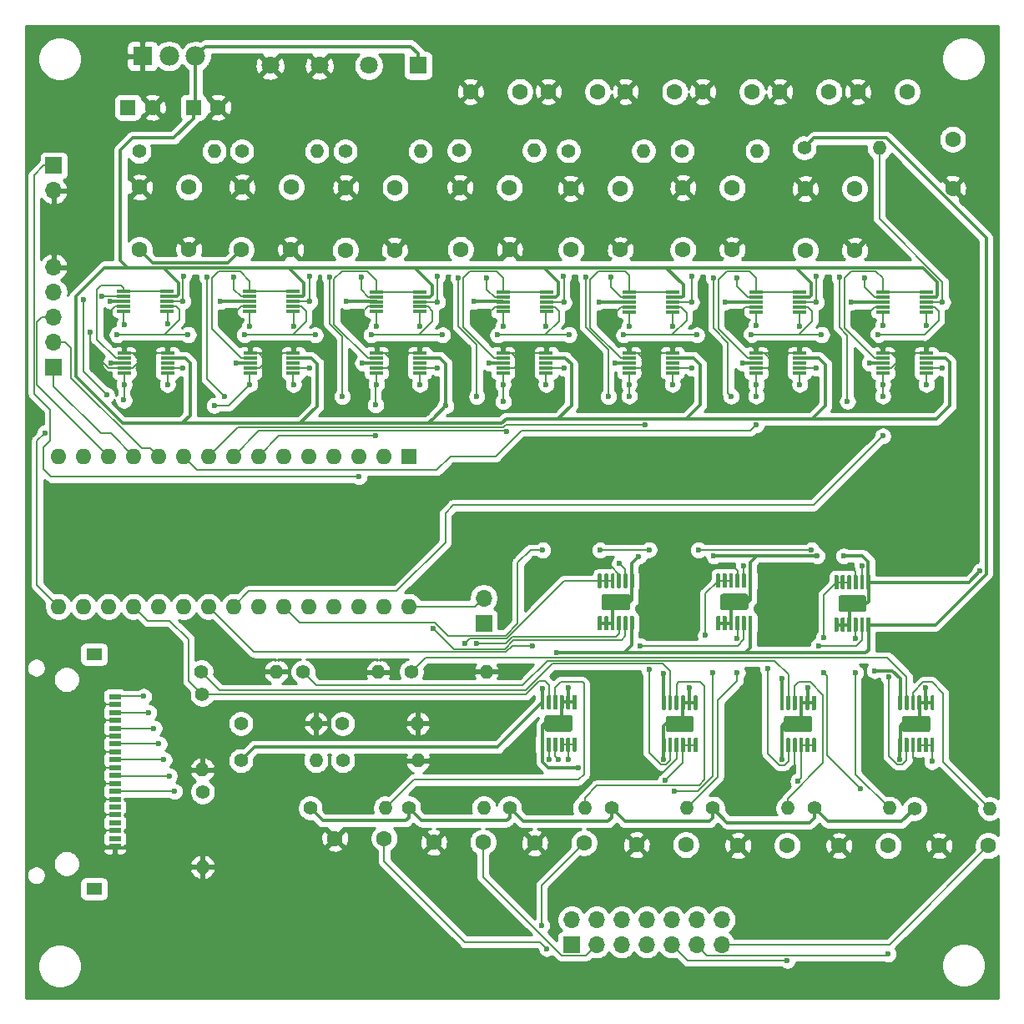
<source format=gbr>
G04 #@! TF.GenerationSoftware,KiCad,Pcbnew,(5.1.5)-3*
G04 #@! TF.CreationDate,2020-09-10T17:06:43+02:00*
G04 #@! TF.ProjectId,MultipleVoltageSource2.0,4d756c74-6970-46c6-9556-6f6c74616765,rev?*
G04 #@! TF.SameCoordinates,Original*
G04 #@! TF.FileFunction,Copper,L1,Top*
G04 #@! TF.FilePolarity,Positive*
%FSLAX46Y46*%
G04 Gerber Fmt 4.6, Leading zero omitted, Abs format (unit mm)*
G04 Created by KiCad (PCBNEW (5.1.5)-3) date 2020-09-10 17:06:43*
%MOMM*%
%LPD*%
G04 APERTURE LIST*
%ADD10C,1.600000*%
%ADD11R,1.600000X1.600000*%
%ADD12O,1.700000X1.700000*%
%ADD13R,1.700000X1.700000*%
%ADD14R,1.400000X0.300000*%
%ADD15C,0.100000*%
%ADD16O,1.600000X1.600000*%
%ADD17R,1.980000X1.980000*%
%ADD18C,1.980000*%
%ADD19R,1.800000X1.800000*%
%ADD20C,1.800000*%
%ADD21R,1.250000X0.500000*%
%ADD22R,1.650000X1.250000*%
%ADD23C,1.400000*%
%ADD24O,1.400000X1.400000*%
%ADD25C,0.600000*%
%ADD26C,0.150000*%
%ADD27C,0.300000*%
%ADD28C,0.254000*%
G04 APERTURE END LIST*
D10*
X122160000Y-56769000D03*
D11*
X119660000Y-56769000D03*
D10*
X115530000Y-56769000D03*
D11*
X113030000Y-56769000D03*
D12*
X105486200Y-65227200D03*
D13*
X105486200Y-62687200D03*
D12*
X149123400Y-106553000D03*
D13*
X149123400Y-109093000D03*
D14*
X194006600Y-75524400D03*
X194006600Y-76024400D03*
X194006600Y-76524400D03*
X194006600Y-77024400D03*
X194006600Y-77524400D03*
X189606600Y-77524400D03*
X189606600Y-77024400D03*
X189606600Y-76524400D03*
X189606600Y-76024400D03*
X189606600Y-75524400D03*
X129779401Y-75462061D03*
X129779401Y-75962061D03*
X129779401Y-76462061D03*
X129779401Y-76962061D03*
X129779401Y-77462061D03*
X125379401Y-77462061D03*
X125379401Y-76962061D03*
X125379401Y-76462061D03*
X125379401Y-75962061D03*
X125379401Y-75462061D03*
X117042000Y-81729400D03*
X117042000Y-82229400D03*
X117042000Y-82729400D03*
X117042000Y-83229400D03*
X117042000Y-83729400D03*
X112642000Y-83729400D03*
X112642000Y-83229400D03*
X112642000Y-82729400D03*
X112642000Y-82229400D03*
X112642000Y-81729400D03*
X125409600Y-81727800D03*
X125409600Y-82227800D03*
X125409600Y-82727800D03*
X125409600Y-83227800D03*
X125409600Y-83727800D03*
X129809600Y-83727800D03*
X129809600Y-83227800D03*
X129809600Y-82727800D03*
X129809600Y-82227800D03*
X129809600Y-81727800D03*
X117022001Y-75421661D03*
X117022001Y-75921661D03*
X117022001Y-76421661D03*
X117022001Y-76921661D03*
X117022001Y-77421661D03*
X112622001Y-77421661D03*
X112622001Y-76921661D03*
X112622001Y-76421661D03*
X112622001Y-75921661D03*
X112622001Y-75421661D03*
G04 #@! TA.AperFunction,SMDPad,CuDef*
D15*
G36*
X163730105Y-106134404D02*
G01*
X163754373Y-106138004D01*
X163778172Y-106143965D01*
X163801271Y-106152230D01*
X163823450Y-106162720D01*
X163844493Y-106175332D01*
X163864199Y-106189947D01*
X163882377Y-106206423D01*
X163898853Y-106224601D01*
X163913468Y-106244307D01*
X163926080Y-106265350D01*
X163936570Y-106287529D01*
X163944835Y-106310628D01*
X163950796Y-106334427D01*
X163954396Y-106358695D01*
X163955600Y-106383199D01*
X163955600Y-107533201D01*
X163954396Y-107557705D01*
X163950796Y-107581973D01*
X163944835Y-107605772D01*
X163936570Y-107628871D01*
X163926080Y-107651050D01*
X163913468Y-107672093D01*
X163898853Y-107691799D01*
X163882377Y-107709977D01*
X163864199Y-107726453D01*
X163844493Y-107741068D01*
X163823450Y-107753680D01*
X163801271Y-107764170D01*
X163778172Y-107772435D01*
X163754373Y-107778396D01*
X163730105Y-107781996D01*
X163705601Y-107783200D01*
X161355599Y-107783200D01*
X161331095Y-107781996D01*
X161306827Y-107778396D01*
X161283028Y-107772435D01*
X161259929Y-107764170D01*
X161237750Y-107753680D01*
X161216707Y-107741068D01*
X161197001Y-107726453D01*
X161178823Y-107709977D01*
X161162347Y-107691799D01*
X161147732Y-107672093D01*
X161135120Y-107651050D01*
X161124630Y-107628871D01*
X161116365Y-107605772D01*
X161110404Y-107581973D01*
X161106804Y-107557705D01*
X161105600Y-107533201D01*
X161105600Y-106383199D01*
X161106804Y-106358695D01*
X161110404Y-106334427D01*
X161116365Y-106310628D01*
X161124630Y-106287529D01*
X161135120Y-106265350D01*
X161147732Y-106244307D01*
X161162347Y-106224601D01*
X161178823Y-106206423D01*
X161197001Y-106189947D01*
X161216707Y-106175332D01*
X161237750Y-106162720D01*
X161259929Y-106152230D01*
X161283028Y-106143965D01*
X161306827Y-106138004D01*
X161331095Y-106134404D01*
X161355599Y-106133200D01*
X163705601Y-106133200D01*
X163730105Y-106134404D01*
G37*
G04 #@! TD.AperFunction*
G04 #@! TA.AperFunction,SMDPad,CuDef*
G36*
X161015402Y-108383682D02*
G01*
X161025109Y-108385121D01*
X161034628Y-108387506D01*
X161043868Y-108390812D01*
X161052740Y-108395008D01*
X161061157Y-108400053D01*
X161069039Y-108405899D01*
X161076311Y-108412489D01*
X161082901Y-108419761D01*
X161088747Y-108427643D01*
X161093792Y-108436060D01*
X161097988Y-108444932D01*
X161101294Y-108454172D01*
X161103679Y-108463691D01*
X161105118Y-108473398D01*
X161105600Y-108483200D01*
X161105600Y-109733200D01*
X161105118Y-109743002D01*
X161103679Y-109752709D01*
X161101294Y-109762228D01*
X161097988Y-109771468D01*
X161093792Y-109780340D01*
X161088747Y-109788757D01*
X161082901Y-109796639D01*
X161076311Y-109803911D01*
X161069039Y-109810501D01*
X161061157Y-109816347D01*
X161052740Y-109821392D01*
X161043868Y-109825588D01*
X161034628Y-109828894D01*
X161025109Y-109831279D01*
X161015402Y-109832718D01*
X161005600Y-109833200D01*
X160805600Y-109833200D01*
X160795798Y-109832718D01*
X160786091Y-109831279D01*
X160776572Y-109828894D01*
X160767332Y-109825588D01*
X160758460Y-109821392D01*
X160750043Y-109816347D01*
X160742161Y-109810501D01*
X160734889Y-109803911D01*
X160728299Y-109796639D01*
X160722453Y-109788757D01*
X160717408Y-109780340D01*
X160713212Y-109771468D01*
X160709906Y-109762228D01*
X160707521Y-109752709D01*
X160706082Y-109743002D01*
X160705600Y-109733200D01*
X160705600Y-108483200D01*
X160706082Y-108473398D01*
X160707521Y-108463691D01*
X160709906Y-108454172D01*
X160713212Y-108444932D01*
X160717408Y-108436060D01*
X160722453Y-108427643D01*
X160728299Y-108419761D01*
X160734889Y-108412489D01*
X160742161Y-108405899D01*
X160750043Y-108400053D01*
X160758460Y-108395008D01*
X160767332Y-108390812D01*
X160776572Y-108387506D01*
X160786091Y-108385121D01*
X160795798Y-108383682D01*
X160805600Y-108383200D01*
X161005600Y-108383200D01*
X161015402Y-108383682D01*
G37*
G04 #@! TD.AperFunction*
G04 #@! TA.AperFunction,SMDPad,CuDef*
G36*
X161665402Y-108383682D02*
G01*
X161675109Y-108385121D01*
X161684628Y-108387506D01*
X161693868Y-108390812D01*
X161702740Y-108395008D01*
X161711157Y-108400053D01*
X161719039Y-108405899D01*
X161726311Y-108412489D01*
X161732901Y-108419761D01*
X161738747Y-108427643D01*
X161743792Y-108436060D01*
X161747988Y-108444932D01*
X161751294Y-108454172D01*
X161753679Y-108463691D01*
X161755118Y-108473398D01*
X161755600Y-108483200D01*
X161755600Y-109733200D01*
X161755118Y-109743002D01*
X161753679Y-109752709D01*
X161751294Y-109762228D01*
X161747988Y-109771468D01*
X161743792Y-109780340D01*
X161738747Y-109788757D01*
X161732901Y-109796639D01*
X161726311Y-109803911D01*
X161719039Y-109810501D01*
X161711157Y-109816347D01*
X161702740Y-109821392D01*
X161693868Y-109825588D01*
X161684628Y-109828894D01*
X161675109Y-109831279D01*
X161665402Y-109832718D01*
X161655600Y-109833200D01*
X161455600Y-109833200D01*
X161445798Y-109832718D01*
X161436091Y-109831279D01*
X161426572Y-109828894D01*
X161417332Y-109825588D01*
X161408460Y-109821392D01*
X161400043Y-109816347D01*
X161392161Y-109810501D01*
X161384889Y-109803911D01*
X161378299Y-109796639D01*
X161372453Y-109788757D01*
X161367408Y-109780340D01*
X161363212Y-109771468D01*
X161359906Y-109762228D01*
X161357521Y-109752709D01*
X161356082Y-109743002D01*
X161355600Y-109733200D01*
X161355600Y-108483200D01*
X161356082Y-108473398D01*
X161357521Y-108463691D01*
X161359906Y-108454172D01*
X161363212Y-108444932D01*
X161367408Y-108436060D01*
X161372453Y-108427643D01*
X161378299Y-108419761D01*
X161384889Y-108412489D01*
X161392161Y-108405899D01*
X161400043Y-108400053D01*
X161408460Y-108395008D01*
X161417332Y-108390812D01*
X161426572Y-108387506D01*
X161436091Y-108385121D01*
X161445798Y-108383682D01*
X161455600Y-108383200D01*
X161655600Y-108383200D01*
X161665402Y-108383682D01*
G37*
G04 #@! TD.AperFunction*
G04 #@! TA.AperFunction,SMDPad,CuDef*
G36*
X162315402Y-108383682D02*
G01*
X162325109Y-108385121D01*
X162334628Y-108387506D01*
X162343868Y-108390812D01*
X162352740Y-108395008D01*
X162361157Y-108400053D01*
X162369039Y-108405899D01*
X162376311Y-108412489D01*
X162382901Y-108419761D01*
X162388747Y-108427643D01*
X162393792Y-108436060D01*
X162397988Y-108444932D01*
X162401294Y-108454172D01*
X162403679Y-108463691D01*
X162405118Y-108473398D01*
X162405600Y-108483200D01*
X162405600Y-109733200D01*
X162405118Y-109743002D01*
X162403679Y-109752709D01*
X162401294Y-109762228D01*
X162397988Y-109771468D01*
X162393792Y-109780340D01*
X162388747Y-109788757D01*
X162382901Y-109796639D01*
X162376311Y-109803911D01*
X162369039Y-109810501D01*
X162361157Y-109816347D01*
X162352740Y-109821392D01*
X162343868Y-109825588D01*
X162334628Y-109828894D01*
X162325109Y-109831279D01*
X162315402Y-109832718D01*
X162305600Y-109833200D01*
X162105600Y-109833200D01*
X162095798Y-109832718D01*
X162086091Y-109831279D01*
X162076572Y-109828894D01*
X162067332Y-109825588D01*
X162058460Y-109821392D01*
X162050043Y-109816347D01*
X162042161Y-109810501D01*
X162034889Y-109803911D01*
X162028299Y-109796639D01*
X162022453Y-109788757D01*
X162017408Y-109780340D01*
X162013212Y-109771468D01*
X162009906Y-109762228D01*
X162007521Y-109752709D01*
X162006082Y-109743002D01*
X162005600Y-109733200D01*
X162005600Y-108483200D01*
X162006082Y-108473398D01*
X162007521Y-108463691D01*
X162009906Y-108454172D01*
X162013212Y-108444932D01*
X162017408Y-108436060D01*
X162022453Y-108427643D01*
X162028299Y-108419761D01*
X162034889Y-108412489D01*
X162042161Y-108405899D01*
X162050043Y-108400053D01*
X162058460Y-108395008D01*
X162067332Y-108390812D01*
X162076572Y-108387506D01*
X162086091Y-108385121D01*
X162095798Y-108383682D01*
X162105600Y-108383200D01*
X162305600Y-108383200D01*
X162315402Y-108383682D01*
G37*
G04 #@! TD.AperFunction*
G04 #@! TA.AperFunction,SMDPad,CuDef*
G36*
X162965402Y-108383682D02*
G01*
X162975109Y-108385121D01*
X162984628Y-108387506D01*
X162993868Y-108390812D01*
X163002740Y-108395008D01*
X163011157Y-108400053D01*
X163019039Y-108405899D01*
X163026311Y-108412489D01*
X163032901Y-108419761D01*
X163038747Y-108427643D01*
X163043792Y-108436060D01*
X163047988Y-108444932D01*
X163051294Y-108454172D01*
X163053679Y-108463691D01*
X163055118Y-108473398D01*
X163055600Y-108483200D01*
X163055600Y-109733200D01*
X163055118Y-109743002D01*
X163053679Y-109752709D01*
X163051294Y-109762228D01*
X163047988Y-109771468D01*
X163043792Y-109780340D01*
X163038747Y-109788757D01*
X163032901Y-109796639D01*
X163026311Y-109803911D01*
X163019039Y-109810501D01*
X163011157Y-109816347D01*
X163002740Y-109821392D01*
X162993868Y-109825588D01*
X162984628Y-109828894D01*
X162975109Y-109831279D01*
X162965402Y-109832718D01*
X162955600Y-109833200D01*
X162755600Y-109833200D01*
X162745798Y-109832718D01*
X162736091Y-109831279D01*
X162726572Y-109828894D01*
X162717332Y-109825588D01*
X162708460Y-109821392D01*
X162700043Y-109816347D01*
X162692161Y-109810501D01*
X162684889Y-109803911D01*
X162678299Y-109796639D01*
X162672453Y-109788757D01*
X162667408Y-109780340D01*
X162663212Y-109771468D01*
X162659906Y-109762228D01*
X162657521Y-109752709D01*
X162656082Y-109743002D01*
X162655600Y-109733200D01*
X162655600Y-108483200D01*
X162656082Y-108473398D01*
X162657521Y-108463691D01*
X162659906Y-108454172D01*
X162663212Y-108444932D01*
X162667408Y-108436060D01*
X162672453Y-108427643D01*
X162678299Y-108419761D01*
X162684889Y-108412489D01*
X162692161Y-108405899D01*
X162700043Y-108400053D01*
X162708460Y-108395008D01*
X162717332Y-108390812D01*
X162726572Y-108387506D01*
X162736091Y-108385121D01*
X162745798Y-108383682D01*
X162755600Y-108383200D01*
X162955600Y-108383200D01*
X162965402Y-108383682D01*
G37*
G04 #@! TD.AperFunction*
G04 #@! TA.AperFunction,SMDPad,CuDef*
G36*
X163615402Y-108383682D02*
G01*
X163625109Y-108385121D01*
X163634628Y-108387506D01*
X163643868Y-108390812D01*
X163652740Y-108395008D01*
X163661157Y-108400053D01*
X163669039Y-108405899D01*
X163676311Y-108412489D01*
X163682901Y-108419761D01*
X163688747Y-108427643D01*
X163693792Y-108436060D01*
X163697988Y-108444932D01*
X163701294Y-108454172D01*
X163703679Y-108463691D01*
X163705118Y-108473398D01*
X163705600Y-108483200D01*
X163705600Y-109733200D01*
X163705118Y-109743002D01*
X163703679Y-109752709D01*
X163701294Y-109762228D01*
X163697988Y-109771468D01*
X163693792Y-109780340D01*
X163688747Y-109788757D01*
X163682901Y-109796639D01*
X163676311Y-109803911D01*
X163669039Y-109810501D01*
X163661157Y-109816347D01*
X163652740Y-109821392D01*
X163643868Y-109825588D01*
X163634628Y-109828894D01*
X163625109Y-109831279D01*
X163615402Y-109832718D01*
X163605600Y-109833200D01*
X163405600Y-109833200D01*
X163395798Y-109832718D01*
X163386091Y-109831279D01*
X163376572Y-109828894D01*
X163367332Y-109825588D01*
X163358460Y-109821392D01*
X163350043Y-109816347D01*
X163342161Y-109810501D01*
X163334889Y-109803911D01*
X163328299Y-109796639D01*
X163322453Y-109788757D01*
X163317408Y-109780340D01*
X163313212Y-109771468D01*
X163309906Y-109762228D01*
X163307521Y-109752709D01*
X163306082Y-109743002D01*
X163305600Y-109733200D01*
X163305600Y-108483200D01*
X163306082Y-108473398D01*
X163307521Y-108463691D01*
X163309906Y-108454172D01*
X163313212Y-108444932D01*
X163317408Y-108436060D01*
X163322453Y-108427643D01*
X163328299Y-108419761D01*
X163334889Y-108412489D01*
X163342161Y-108405899D01*
X163350043Y-108400053D01*
X163358460Y-108395008D01*
X163367332Y-108390812D01*
X163376572Y-108387506D01*
X163386091Y-108385121D01*
X163395798Y-108383682D01*
X163405600Y-108383200D01*
X163605600Y-108383200D01*
X163615402Y-108383682D01*
G37*
G04 #@! TD.AperFunction*
G04 #@! TA.AperFunction,SMDPad,CuDef*
G36*
X164265402Y-108383682D02*
G01*
X164275109Y-108385121D01*
X164284628Y-108387506D01*
X164293868Y-108390812D01*
X164302740Y-108395008D01*
X164311157Y-108400053D01*
X164319039Y-108405899D01*
X164326311Y-108412489D01*
X164332901Y-108419761D01*
X164338747Y-108427643D01*
X164343792Y-108436060D01*
X164347988Y-108444932D01*
X164351294Y-108454172D01*
X164353679Y-108463691D01*
X164355118Y-108473398D01*
X164355600Y-108483200D01*
X164355600Y-109733200D01*
X164355118Y-109743002D01*
X164353679Y-109752709D01*
X164351294Y-109762228D01*
X164347988Y-109771468D01*
X164343792Y-109780340D01*
X164338747Y-109788757D01*
X164332901Y-109796639D01*
X164326311Y-109803911D01*
X164319039Y-109810501D01*
X164311157Y-109816347D01*
X164302740Y-109821392D01*
X164293868Y-109825588D01*
X164284628Y-109828894D01*
X164275109Y-109831279D01*
X164265402Y-109832718D01*
X164255600Y-109833200D01*
X164055600Y-109833200D01*
X164045798Y-109832718D01*
X164036091Y-109831279D01*
X164026572Y-109828894D01*
X164017332Y-109825588D01*
X164008460Y-109821392D01*
X164000043Y-109816347D01*
X163992161Y-109810501D01*
X163984889Y-109803911D01*
X163978299Y-109796639D01*
X163972453Y-109788757D01*
X163967408Y-109780340D01*
X163963212Y-109771468D01*
X163959906Y-109762228D01*
X163957521Y-109752709D01*
X163956082Y-109743002D01*
X163955600Y-109733200D01*
X163955600Y-108483200D01*
X163956082Y-108473398D01*
X163957521Y-108463691D01*
X163959906Y-108454172D01*
X163963212Y-108444932D01*
X163967408Y-108436060D01*
X163972453Y-108427643D01*
X163978299Y-108419761D01*
X163984889Y-108412489D01*
X163992161Y-108405899D01*
X164000043Y-108400053D01*
X164008460Y-108395008D01*
X164017332Y-108390812D01*
X164026572Y-108387506D01*
X164036091Y-108385121D01*
X164045798Y-108383682D01*
X164055600Y-108383200D01*
X164255600Y-108383200D01*
X164265402Y-108383682D01*
G37*
G04 #@! TD.AperFunction*
G04 #@! TA.AperFunction,SMDPad,CuDef*
G36*
X164265402Y-104083682D02*
G01*
X164275109Y-104085121D01*
X164284628Y-104087506D01*
X164293868Y-104090812D01*
X164302740Y-104095008D01*
X164311157Y-104100053D01*
X164319039Y-104105899D01*
X164326311Y-104112489D01*
X164332901Y-104119761D01*
X164338747Y-104127643D01*
X164343792Y-104136060D01*
X164347988Y-104144932D01*
X164351294Y-104154172D01*
X164353679Y-104163691D01*
X164355118Y-104173398D01*
X164355600Y-104183200D01*
X164355600Y-105433200D01*
X164355118Y-105443002D01*
X164353679Y-105452709D01*
X164351294Y-105462228D01*
X164347988Y-105471468D01*
X164343792Y-105480340D01*
X164338747Y-105488757D01*
X164332901Y-105496639D01*
X164326311Y-105503911D01*
X164319039Y-105510501D01*
X164311157Y-105516347D01*
X164302740Y-105521392D01*
X164293868Y-105525588D01*
X164284628Y-105528894D01*
X164275109Y-105531279D01*
X164265402Y-105532718D01*
X164255600Y-105533200D01*
X164055600Y-105533200D01*
X164045798Y-105532718D01*
X164036091Y-105531279D01*
X164026572Y-105528894D01*
X164017332Y-105525588D01*
X164008460Y-105521392D01*
X164000043Y-105516347D01*
X163992161Y-105510501D01*
X163984889Y-105503911D01*
X163978299Y-105496639D01*
X163972453Y-105488757D01*
X163967408Y-105480340D01*
X163963212Y-105471468D01*
X163959906Y-105462228D01*
X163957521Y-105452709D01*
X163956082Y-105443002D01*
X163955600Y-105433200D01*
X163955600Y-104183200D01*
X163956082Y-104173398D01*
X163957521Y-104163691D01*
X163959906Y-104154172D01*
X163963212Y-104144932D01*
X163967408Y-104136060D01*
X163972453Y-104127643D01*
X163978299Y-104119761D01*
X163984889Y-104112489D01*
X163992161Y-104105899D01*
X164000043Y-104100053D01*
X164008460Y-104095008D01*
X164017332Y-104090812D01*
X164026572Y-104087506D01*
X164036091Y-104085121D01*
X164045798Y-104083682D01*
X164055600Y-104083200D01*
X164255600Y-104083200D01*
X164265402Y-104083682D01*
G37*
G04 #@! TD.AperFunction*
G04 #@! TA.AperFunction,SMDPad,CuDef*
G36*
X163615402Y-104083682D02*
G01*
X163625109Y-104085121D01*
X163634628Y-104087506D01*
X163643868Y-104090812D01*
X163652740Y-104095008D01*
X163661157Y-104100053D01*
X163669039Y-104105899D01*
X163676311Y-104112489D01*
X163682901Y-104119761D01*
X163688747Y-104127643D01*
X163693792Y-104136060D01*
X163697988Y-104144932D01*
X163701294Y-104154172D01*
X163703679Y-104163691D01*
X163705118Y-104173398D01*
X163705600Y-104183200D01*
X163705600Y-105433200D01*
X163705118Y-105443002D01*
X163703679Y-105452709D01*
X163701294Y-105462228D01*
X163697988Y-105471468D01*
X163693792Y-105480340D01*
X163688747Y-105488757D01*
X163682901Y-105496639D01*
X163676311Y-105503911D01*
X163669039Y-105510501D01*
X163661157Y-105516347D01*
X163652740Y-105521392D01*
X163643868Y-105525588D01*
X163634628Y-105528894D01*
X163625109Y-105531279D01*
X163615402Y-105532718D01*
X163605600Y-105533200D01*
X163405600Y-105533200D01*
X163395798Y-105532718D01*
X163386091Y-105531279D01*
X163376572Y-105528894D01*
X163367332Y-105525588D01*
X163358460Y-105521392D01*
X163350043Y-105516347D01*
X163342161Y-105510501D01*
X163334889Y-105503911D01*
X163328299Y-105496639D01*
X163322453Y-105488757D01*
X163317408Y-105480340D01*
X163313212Y-105471468D01*
X163309906Y-105462228D01*
X163307521Y-105452709D01*
X163306082Y-105443002D01*
X163305600Y-105433200D01*
X163305600Y-104183200D01*
X163306082Y-104173398D01*
X163307521Y-104163691D01*
X163309906Y-104154172D01*
X163313212Y-104144932D01*
X163317408Y-104136060D01*
X163322453Y-104127643D01*
X163328299Y-104119761D01*
X163334889Y-104112489D01*
X163342161Y-104105899D01*
X163350043Y-104100053D01*
X163358460Y-104095008D01*
X163367332Y-104090812D01*
X163376572Y-104087506D01*
X163386091Y-104085121D01*
X163395798Y-104083682D01*
X163405600Y-104083200D01*
X163605600Y-104083200D01*
X163615402Y-104083682D01*
G37*
G04 #@! TD.AperFunction*
G04 #@! TA.AperFunction,SMDPad,CuDef*
G36*
X162965402Y-104083682D02*
G01*
X162975109Y-104085121D01*
X162984628Y-104087506D01*
X162993868Y-104090812D01*
X163002740Y-104095008D01*
X163011157Y-104100053D01*
X163019039Y-104105899D01*
X163026311Y-104112489D01*
X163032901Y-104119761D01*
X163038747Y-104127643D01*
X163043792Y-104136060D01*
X163047988Y-104144932D01*
X163051294Y-104154172D01*
X163053679Y-104163691D01*
X163055118Y-104173398D01*
X163055600Y-104183200D01*
X163055600Y-105433200D01*
X163055118Y-105443002D01*
X163053679Y-105452709D01*
X163051294Y-105462228D01*
X163047988Y-105471468D01*
X163043792Y-105480340D01*
X163038747Y-105488757D01*
X163032901Y-105496639D01*
X163026311Y-105503911D01*
X163019039Y-105510501D01*
X163011157Y-105516347D01*
X163002740Y-105521392D01*
X162993868Y-105525588D01*
X162984628Y-105528894D01*
X162975109Y-105531279D01*
X162965402Y-105532718D01*
X162955600Y-105533200D01*
X162755600Y-105533200D01*
X162745798Y-105532718D01*
X162736091Y-105531279D01*
X162726572Y-105528894D01*
X162717332Y-105525588D01*
X162708460Y-105521392D01*
X162700043Y-105516347D01*
X162692161Y-105510501D01*
X162684889Y-105503911D01*
X162678299Y-105496639D01*
X162672453Y-105488757D01*
X162667408Y-105480340D01*
X162663212Y-105471468D01*
X162659906Y-105462228D01*
X162657521Y-105452709D01*
X162656082Y-105443002D01*
X162655600Y-105433200D01*
X162655600Y-104183200D01*
X162656082Y-104173398D01*
X162657521Y-104163691D01*
X162659906Y-104154172D01*
X162663212Y-104144932D01*
X162667408Y-104136060D01*
X162672453Y-104127643D01*
X162678299Y-104119761D01*
X162684889Y-104112489D01*
X162692161Y-104105899D01*
X162700043Y-104100053D01*
X162708460Y-104095008D01*
X162717332Y-104090812D01*
X162726572Y-104087506D01*
X162736091Y-104085121D01*
X162745798Y-104083682D01*
X162755600Y-104083200D01*
X162955600Y-104083200D01*
X162965402Y-104083682D01*
G37*
G04 #@! TD.AperFunction*
G04 #@! TA.AperFunction,SMDPad,CuDef*
G36*
X162315402Y-104083682D02*
G01*
X162325109Y-104085121D01*
X162334628Y-104087506D01*
X162343868Y-104090812D01*
X162352740Y-104095008D01*
X162361157Y-104100053D01*
X162369039Y-104105899D01*
X162376311Y-104112489D01*
X162382901Y-104119761D01*
X162388747Y-104127643D01*
X162393792Y-104136060D01*
X162397988Y-104144932D01*
X162401294Y-104154172D01*
X162403679Y-104163691D01*
X162405118Y-104173398D01*
X162405600Y-104183200D01*
X162405600Y-105433200D01*
X162405118Y-105443002D01*
X162403679Y-105452709D01*
X162401294Y-105462228D01*
X162397988Y-105471468D01*
X162393792Y-105480340D01*
X162388747Y-105488757D01*
X162382901Y-105496639D01*
X162376311Y-105503911D01*
X162369039Y-105510501D01*
X162361157Y-105516347D01*
X162352740Y-105521392D01*
X162343868Y-105525588D01*
X162334628Y-105528894D01*
X162325109Y-105531279D01*
X162315402Y-105532718D01*
X162305600Y-105533200D01*
X162105600Y-105533200D01*
X162095798Y-105532718D01*
X162086091Y-105531279D01*
X162076572Y-105528894D01*
X162067332Y-105525588D01*
X162058460Y-105521392D01*
X162050043Y-105516347D01*
X162042161Y-105510501D01*
X162034889Y-105503911D01*
X162028299Y-105496639D01*
X162022453Y-105488757D01*
X162017408Y-105480340D01*
X162013212Y-105471468D01*
X162009906Y-105462228D01*
X162007521Y-105452709D01*
X162006082Y-105443002D01*
X162005600Y-105433200D01*
X162005600Y-104183200D01*
X162006082Y-104173398D01*
X162007521Y-104163691D01*
X162009906Y-104154172D01*
X162013212Y-104144932D01*
X162017408Y-104136060D01*
X162022453Y-104127643D01*
X162028299Y-104119761D01*
X162034889Y-104112489D01*
X162042161Y-104105899D01*
X162050043Y-104100053D01*
X162058460Y-104095008D01*
X162067332Y-104090812D01*
X162076572Y-104087506D01*
X162086091Y-104085121D01*
X162095798Y-104083682D01*
X162105600Y-104083200D01*
X162305600Y-104083200D01*
X162315402Y-104083682D01*
G37*
G04 #@! TD.AperFunction*
G04 #@! TA.AperFunction,SMDPad,CuDef*
G36*
X161665402Y-104083682D02*
G01*
X161675109Y-104085121D01*
X161684628Y-104087506D01*
X161693868Y-104090812D01*
X161702740Y-104095008D01*
X161711157Y-104100053D01*
X161719039Y-104105899D01*
X161726311Y-104112489D01*
X161732901Y-104119761D01*
X161738747Y-104127643D01*
X161743792Y-104136060D01*
X161747988Y-104144932D01*
X161751294Y-104154172D01*
X161753679Y-104163691D01*
X161755118Y-104173398D01*
X161755600Y-104183200D01*
X161755600Y-105433200D01*
X161755118Y-105443002D01*
X161753679Y-105452709D01*
X161751294Y-105462228D01*
X161747988Y-105471468D01*
X161743792Y-105480340D01*
X161738747Y-105488757D01*
X161732901Y-105496639D01*
X161726311Y-105503911D01*
X161719039Y-105510501D01*
X161711157Y-105516347D01*
X161702740Y-105521392D01*
X161693868Y-105525588D01*
X161684628Y-105528894D01*
X161675109Y-105531279D01*
X161665402Y-105532718D01*
X161655600Y-105533200D01*
X161455600Y-105533200D01*
X161445798Y-105532718D01*
X161436091Y-105531279D01*
X161426572Y-105528894D01*
X161417332Y-105525588D01*
X161408460Y-105521392D01*
X161400043Y-105516347D01*
X161392161Y-105510501D01*
X161384889Y-105503911D01*
X161378299Y-105496639D01*
X161372453Y-105488757D01*
X161367408Y-105480340D01*
X161363212Y-105471468D01*
X161359906Y-105462228D01*
X161357521Y-105452709D01*
X161356082Y-105443002D01*
X161355600Y-105433200D01*
X161355600Y-104183200D01*
X161356082Y-104173398D01*
X161357521Y-104163691D01*
X161359906Y-104154172D01*
X161363212Y-104144932D01*
X161367408Y-104136060D01*
X161372453Y-104127643D01*
X161378299Y-104119761D01*
X161384889Y-104112489D01*
X161392161Y-104105899D01*
X161400043Y-104100053D01*
X161408460Y-104095008D01*
X161417332Y-104090812D01*
X161426572Y-104087506D01*
X161436091Y-104085121D01*
X161445798Y-104083682D01*
X161455600Y-104083200D01*
X161655600Y-104083200D01*
X161665402Y-104083682D01*
G37*
G04 #@! TD.AperFunction*
G04 #@! TA.AperFunction,SMDPad,CuDef*
G36*
X161015402Y-104083682D02*
G01*
X161025109Y-104085121D01*
X161034628Y-104087506D01*
X161043868Y-104090812D01*
X161052740Y-104095008D01*
X161061157Y-104100053D01*
X161069039Y-104105899D01*
X161076311Y-104112489D01*
X161082901Y-104119761D01*
X161088747Y-104127643D01*
X161093792Y-104136060D01*
X161097988Y-104144932D01*
X161101294Y-104154172D01*
X161103679Y-104163691D01*
X161105118Y-104173398D01*
X161105600Y-104183200D01*
X161105600Y-105433200D01*
X161105118Y-105443002D01*
X161103679Y-105452709D01*
X161101294Y-105462228D01*
X161097988Y-105471468D01*
X161093792Y-105480340D01*
X161088747Y-105488757D01*
X161082901Y-105496639D01*
X161076311Y-105503911D01*
X161069039Y-105510501D01*
X161061157Y-105516347D01*
X161052740Y-105521392D01*
X161043868Y-105525588D01*
X161034628Y-105528894D01*
X161025109Y-105531279D01*
X161015402Y-105532718D01*
X161005600Y-105533200D01*
X160805600Y-105533200D01*
X160795798Y-105532718D01*
X160786091Y-105531279D01*
X160776572Y-105528894D01*
X160767332Y-105525588D01*
X160758460Y-105521392D01*
X160750043Y-105516347D01*
X160742161Y-105510501D01*
X160734889Y-105503911D01*
X160728299Y-105496639D01*
X160722453Y-105488757D01*
X160717408Y-105480340D01*
X160713212Y-105471468D01*
X160709906Y-105462228D01*
X160707521Y-105452709D01*
X160706082Y-105443002D01*
X160705600Y-105433200D01*
X160705600Y-104183200D01*
X160706082Y-104173398D01*
X160707521Y-104163691D01*
X160709906Y-104154172D01*
X160713212Y-104144932D01*
X160717408Y-104136060D01*
X160722453Y-104127643D01*
X160728299Y-104119761D01*
X160734889Y-104112489D01*
X160742161Y-104105899D01*
X160750043Y-104100053D01*
X160758460Y-104095008D01*
X160767332Y-104090812D01*
X160776572Y-104087506D01*
X160786091Y-104085121D01*
X160795798Y-104083682D01*
X160805600Y-104083200D01*
X161005600Y-104083200D01*
X161015402Y-104083682D01*
G37*
G04 #@! TD.AperFunction*
D10*
X196700000Y-60000000D03*
X196700000Y-65000000D03*
D11*
X141525000Y-92175000D03*
D16*
X108505000Y-107415000D03*
X138985000Y-92175000D03*
X111045000Y-107415000D03*
X136445000Y-92175000D03*
X113585000Y-107415000D03*
X133905000Y-92175000D03*
X116125000Y-107415000D03*
X131365000Y-92175000D03*
X118665000Y-107415000D03*
X128825000Y-92175000D03*
X121205000Y-107415000D03*
X126285000Y-92175000D03*
X123745000Y-107415000D03*
X123745000Y-92175000D03*
X126285000Y-107415000D03*
X121205000Y-92175000D03*
X128825000Y-107415000D03*
X118665000Y-92175000D03*
X131365000Y-107415000D03*
X116125000Y-92175000D03*
X133905000Y-107415000D03*
X113585000Y-92175000D03*
X136445000Y-107415000D03*
X111045000Y-92175000D03*
X138985000Y-107415000D03*
X108505000Y-92175000D03*
X141525000Y-107415000D03*
X105965000Y-92175000D03*
X105965000Y-107415000D03*
D10*
X147790000Y-55170000D03*
X152790000Y-55170000D03*
X114200000Y-71210000D03*
X119200000Y-71210000D03*
X134030000Y-130930000D03*
X139030000Y-130930000D03*
X114210000Y-64880000D03*
X119210000Y-64880000D03*
X160680000Y-55170000D03*
X155680000Y-55170000D03*
X124530000Y-71220000D03*
X129530000Y-71220000D03*
X144040000Y-131320000D03*
X149040000Y-131320000D03*
X129600000Y-64850000D03*
X124600000Y-64850000D03*
X163500000Y-55180000D03*
X168500000Y-55180000D03*
X135080000Y-71250000D03*
X140080000Y-71250000D03*
X159290000Y-131400000D03*
X154290000Y-131400000D03*
X135140000Y-64900000D03*
X140140000Y-64900000D03*
X171340000Y-55170000D03*
X176340000Y-55170000D03*
X151750000Y-71180000D03*
X146750000Y-71180000D03*
X164620000Y-131590000D03*
X169620000Y-131590000D03*
X151730000Y-64900000D03*
X146730000Y-64900000D03*
X184160000Y-55190000D03*
X179160000Y-55190000D03*
X162990000Y-71230000D03*
X157990000Y-71230000D03*
X174910000Y-131660000D03*
X179910000Y-131660000D03*
X162960000Y-64990000D03*
X157960000Y-64990000D03*
X192080000Y-55180000D03*
X187080000Y-55180000D03*
X169330000Y-71230000D03*
X174330000Y-71230000D03*
X190170000Y-131680000D03*
X185170000Y-131680000D03*
X169340000Y-64930000D03*
X174340000Y-64930000D03*
X186750000Y-71290000D03*
X181750000Y-71290000D03*
X195310000Y-131680000D03*
X200310000Y-131680000D03*
X186740000Y-65020000D03*
X181740000Y-65020000D03*
D17*
X114500000Y-51575000D03*
D18*
X117200000Y-51575000D03*
X119900000Y-51575000D03*
G04 #@! TA.AperFunction,SMDPad,CuDef*
D15*
G36*
X157919505Y-118446204D02*
G01*
X157943773Y-118449804D01*
X157967572Y-118455765D01*
X157990671Y-118464030D01*
X158012850Y-118474520D01*
X158033893Y-118487132D01*
X158053599Y-118501747D01*
X158071777Y-118518223D01*
X158088253Y-118536401D01*
X158102868Y-118556107D01*
X158115480Y-118577150D01*
X158125970Y-118599329D01*
X158134235Y-118622428D01*
X158140196Y-118646227D01*
X158143796Y-118670495D01*
X158145000Y-118694999D01*
X158145000Y-119845001D01*
X158143796Y-119869505D01*
X158140196Y-119893773D01*
X158134235Y-119917572D01*
X158125970Y-119940671D01*
X158115480Y-119962850D01*
X158102868Y-119983893D01*
X158088253Y-120003599D01*
X158071777Y-120021777D01*
X158053599Y-120038253D01*
X158033893Y-120052868D01*
X158012850Y-120065480D01*
X157990671Y-120075970D01*
X157967572Y-120084235D01*
X157943773Y-120090196D01*
X157919505Y-120093796D01*
X157895001Y-120095000D01*
X155544999Y-120095000D01*
X155520495Y-120093796D01*
X155496227Y-120090196D01*
X155472428Y-120084235D01*
X155449329Y-120075970D01*
X155427150Y-120065480D01*
X155406107Y-120052868D01*
X155386401Y-120038253D01*
X155368223Y-120021777D01*
X155351747Y-120003599D01*
X155337132Y-119983893D01*
X155324520Y-119962850D01*
X155314030Y-119940671D01*
X155305765Y-119917572D01*
X155299804Y-119893773D01*
X155296204Y-119869505D01*
X155295000Y-119845001D01*
X155295000Y-118694999D01*
X155296204Y-118670495D01*
X155299804Y-118646227D01*
X155305765Y-118622428D01*
X155314030Y-118599329D01*
X155324520Y-118577150D01*
X155337132Y-118556107D01*
X155351747Y-118536401D01*
X155368223Y-118518223D01*
X155386401Y-118501747D01*
X155406107Y-118487132D01*
X155427150Y-118474520D01*
X155449329Y-118464030D01*
X155472428Y-118455765D01*
X155496227Y-118449804D01*
X155520495Y-118446204D01*
X155544999Y-118445000D01*
X157895001Y-118445000D01*
X157919505Y-118446204D01*
G37*
G04 #@! TD.AperFunction*
G04 #@! TA.AperFunction,SMDPad,CuDef*
G36*
X158454802Y-116395482D02*
G01*
X158464509Y-116396921D01*
X158474028Y-116399306D01*
X158483268Y-116402612D01*
X158492140Y-116406808D01*
X158500557Y-116411853D01*
X158508439Y-116417699D01*
X158515711Y-116424289D01*
X158522301Y-116431561D01*
X158528147Y-116439443D01*
X158533192Y-116447860D01*
X158537388Y-116456732D01*
X158540694Y-116465972D01*
X158543079Y-116475491D01*
X158544518Y-116485198D01*
X158545000Y-116495000D01*
X158545000Y-117745000D01*
X158544518Y-117754802D01*
X158543079Y-117764509D01*
X158540694Y-117774028D01*
X158537388Y-117783268D01*
X158533192Y-117792140D01*
X158528147Y-117800557D01*
X158522301Y-117808439D01*
X158515711Y-117815711D01*
X158508439Y-117822301D01*
X158500557Y-117828147D01*
X158492140Y-117833192D01*
X158483268Y-117837388D01*
X158474028Y-117840694D01*
X158464509Y-117843079D01*
X158454802Y-117844518D01*
X158445000Y-117845000D01*
X158245000Y-117845000D01*
X158235198Y-117844518D01*
X158225491Y-117843079D01*
X158215972Y-117840694D01*
X158206732Y-117837388D01*
X158197860Y-117833192D01*
X158189443Y-117828147D01*
X158181561Y-117822301D01*
X158174289Y-117815711D01*
X158167699Y-117808439D01*
X158161853Y-117800557D01*
X158156808Y-117792140D01*
X158152612Y-117783268D01*
X158149306Y-117774028D01*
X158146921Y-117764509D01*
X158145482Y-117754802D01*
X158145000Y-117745000D01*
X158145000Y-116495000D01*
X158145482Y-116485198D01*
X158146921Y-116475491D01*
X158149306Y-116465972D01*
X158152612Y-116456732D01*
X158156808Y-116447860D01*
X158161853Y-116439443D01*
X158167699Y-116431561D01*
X158174289Y-116424289D01*
X158181561Y-116417699D01*
X158189443Y-116411853D01*
X158197860Y-116406808D01*
X158206732Y-116402612D01*
X158215972Y-116399306D01*
X158225491Y-116396921D01*
X158235198Y-116395482D01*
X158245000Y-116395000D01*
X158445000Y-116395000D01*
X158454802Y-116395482D01*
G37*
G04 #@! TD.AperFunction*
G04 #@! TA.AperFunction,SMDPad,CuDef*
G36*
X157804802Y-116395482D02*
G01*
X157814509Y-116396921D01*
X157824028Y-116399306D01*
X157833268Y-116402612D01*
X157842140Y-116406808D01*
X157850557Y-116411853D01*
X157858439Y-116417699D01*
X157865711Y-116424289D01*
X157872301Y-116431561D01*
X157878147Y-116439443D01*
X157883192Y-116447860D01*
X157887388Y-116456732D01*
X157890694Y-116465972D01*
X157893079Y-116475491D01*
X157894518Y-116485198D01*
X157895000Y-116495000D01*
X157895000Y-117745000D01*
X157894518Y-117754802D01*
X157893079Y-117764509D01*
X157890694Y-117774028D01*
X157887388Y-117783268D01*
X157883192Y-117792140D01*
X157878147Y-117800557D01*
X157872301Y-117808439D01*
X157865711Y-117815711D01*
X157858439Y-117822301D01*
X157850557Y-117828147D01*
X157842140Y-117833192D01*
X157833268Y-117837388D01*
X157824028Y-117840694D01*
X157814509Y-117843079D01*
X157804802Y-117844518D01*
X157795000Y-117845000D01*
X157595000Y-117845000D01*
X157585198Y-117844518D01*
X157575491Y-117843079D01*
X157565972Y-117840694D01*
X157556732Y-117837388D01*
X157547860Y-117833192D01*
X157539443Y-117828147D01*
X157531561Y-117822301D01*
X157524289Y-117815711D01*
X157517699Y-117808439D01*
X157511853Y-117800557D01*
X157506808Y-117792140D01*
X157502612Y-117783268D01*
X157499306Y-117774028D01*
X157496921Y-117764509D01*
X157495482Y-117754802D01*
X157495000Y-117745000D01*
X157495000Y-116495000D01*
X157495482Y-116485198D01*
X157496921Y-116475491D01*
X157499306Y-116465972D01*
X157502612Y-116456732D01*
X157506808Y-116447860D01*
X157511853Y-116439443D01*
X157517699Y-116431561D01*
X157524289Y-116424289D01*
X157531561Y-116417699D01*
X157539443Y-116411853D01*
X157547860Y-116406808D01*
X157556732Y-116402612D01*
X157565972Y-116399306D01*
X157575491Y-116396921D01*
X157585198Y-116395482D01*
X157595000Y-116395000D01*
X157795000Y-116395000D01*
X157804802Y-116395482D01*
G37*
G04 #@! TD.AperFunction*
G04 #@! TA.AperFunction,SMDPad,CuDef*
G36*
X157154802Y-116395482D02*
G01*
X157164509Y-116396921D01*
X157174028Y-116399306D01*
X157183268Y-116402612D01*
X157192140Y-116406808D01*
X157200557Y-116411853D01*
X157208439Y-116417699D01*
X157215711Y-116424289D01*
X157222301Y-116431561D01*
X157228147Y-116439443D01*
X157233192Y-116447860D01*
X157237388Y-116456732D01*
X157240694Y-116465972D01*
X157243079Y-116475491D01*
X157244518Y-116485198D01*
X157245000Y-116495000D01*
X157245000Y-117745000D01*
X157244518Y-117754802D01*
X157243079Y-117764509D01*
X157240694Y-117774028D01*
X157237388Y-117783268D01*
X157233192Y-117792140D01*
X157228147Y-117800557D01*
X157222301Y-117808439D01*
X157215711Y-117815711D01*
X157208439Y-117822301D01*
X157200557Y-117828147D01*
X157192140Y-117833192D01*
X157183268Y-117837388D01*
X157174028Y-117840694D01*
X157164509Y-117843079D01*
X157154802Y-117844518D01*
X157145000Y-117845000D01*
X156945000Y-117845000D01*
X156935198Y-117844518D01*
X156925491Y-117843079D01*
X156915972Y-117840694D01*
X156906732Y-117837388D01*
X156897860Y-117833192D01*
X156889443Y-117828147D01*
X156881561Y-117822301D01*
X156874289Y-117815711D01*
X156867699Y-117808439D01*
X156861853Y-117800557D01*
X156856808Y-117792140D01*
X156852612Y-117783268D01*
X156849306Y-117774028D01*
X156846921Y-117764509D01*
X156845482Y-117754802D01*
X156845000Y-117745000D01*
X156845000Y-116495000D01*
X156845482Y-116485198D01*
X156846921Y-116475491D01*
X156849306Y-116465972D01*
X156852612Y-116456732D01*
X156856808Y-116447860D01*
X156861853Y-116439443D01*
X156867699Y-116431561D01*
X156874289Y-116424289D01*
X156881561Y-116417699D01*
X156889443Y-116411853D01*
X156897860Y-116406808D01*
X156906732Y-116402612D01*
X156915972Y-116399306D01*
X156925491Y-116396921D01*
X156935198Y-116395482D01*
X156945000Y-116395000D01*
X157145000Y-116395000D01*
X157154802Y-116395482D01*
G37*
G04 #@! TD.AperFunction*
G04 #@! TA.AperFunction,SMDPad,CuDef*
G36*
X156504802Y-116395482D02*
G01*
X156514509Y-116396921D01*
X156524028Y-116399306D01*
X156533268Y-116402612D01*
X156542140Y-116406808D01*
X156550557Y-116411853D01*
X156558439Y-116417699D01*
X156565711Y-116424289D01*
X156572301Y-116431561D01*
X156578147Y-116439443D01*
X156583192Y-116447860D01*
X156587388Y-116456732D01*
X156590694Y-116465972D01*
X156593079Y-116475491D01*
X156594518Y-116485198D01*
X156595000Y-116495000D01*
X156595000Y-117745000D01*
X156594518Y-117754802D01*
X156593079Y-117764509D01*
X156590694Y-117774028D01*
X156587388Y-117783268D01*
X156583192Y-117792140D01*
X156578147Y-117800557D01*
X156572301Y-117808439D01*
X156565711Y-117815711D01*
X156558439Y-117822301D01*
X156550557Y-117828147D01*
X156542140Y-117833192D01*
X156533268Y-117837388D01*
X156524028Y-117840694D01*
X156514509Y-117843079D01*
X156504802Y-117844518D01*
X156495000Y-117845000D01*
X156295000Y-117845000D01*
X156285198Y-117844518D01*
X156275491Y-117843079D01*
X156265972Y-117840694D01*
X156256732Y-117837388D01*
X156247860Y-117833192D01*
X156239443Y-117828147D01*
X156231561Y-117822301D01*
X156224289Y-117815711D01*
X156217699Y-117808439D01*
X156211853Y-117800557D01*
X156206808Y-117792140D01*
X156202612Y-117783268D01*
X156199306Y-117774028D01*
X156196921Y-117764509D01*
X156195482Y-117754802D01*
X156195000Y-117745000D01*
X156195000Y-116495000D01*
X156195482Y-116485198D01*
X156196921Y-116475491D01*
X156199306Y-116465972D01*
X156202612Y-116456732D01*
X156206808Y-116447860D01*
X156211853Y-116439443D01*
X156217699Y-116431561D01*
X156224289Y-116424289D01*
X156231561Y-116417699D01*
X156239443Y-116411853D01*
X156247860Y-116406808D01*
X156256732Y-116402612D01*
X156265972Y-116399306D01*
X156275491Y-116396921D01*
X156285198Y-116395482D01*
X156295000Y-116395000D01*
X156495000Y-116395000D01*
X156504802Y-116395482D01*
G37*
G04 #@! TD.AperFunction*
G04 #@! TA.AperFunction,SMDPad,CuDef*
G36*
X155854802Y-116395482D02*
G01*
X155864509Y-116396921D01*
X155874028Y-116399306D01*
X155883268Y-116402612D01*
X155892140Y-116406808D01*
X155900557Y-116411853D01*
X155908439Y-116417699D01*
X155915711Y-116424289D01*
X155922301Y-116431561D01*
X155928147Y-116439443D01*
X155933192Y-116447860D01*
X155937388Y-116456732D01*
X155940694Y-116465972D01*
X155943079Y-116475491D01*
X155944518Y-116485198D01*
X155945000Y-116495000D01*
X155945000Y-117745000D01*
X155944518Y-117754802D01*
X155943079Y-117764509D01*
X155940694Y-117774028D01*
X155937388Y-117783268D01*
X155933192Y-117792140D01*
X155928147Y-117800557D01*
X155922301Y-117808439D01*
X155915711Y-117815711D01*
X155908439Y-117822301D01*
X155900557Y-117828147D01*
X155892140Y-117833192D01*
X155883268Y-117837388D01*
X155874028Y-117840694D01*
X155864509Y-117843079D01*
X155854802Y-117844518D01*
X155845000Y-117845000D01*
X155645000Y-117845000D01*
X155635198Y-117844518D01*
X155625491Y-117843079D01*
X155615972Y-117840694D01*
X155606732Y-117837388D01*
X155597860Y-117833192D01*
X155589443Y-117828147D01*
X155581561Y-117822301D01*
X155574289Y-117815711D01*
X155567699Y-117808439D01*
X155561853Y-117800557D01*
X155556808Y-117792140D01*
X155552612Y-117783268D01*
X155549306Y-117774028D01*
X155546921Y-117764509D01*
X155545482Y-117754802D01*
X155545000Y-117745000D01*
X155545000Y-116495000D01*
X155545482Y-116485198D01*
X155546921Y-116475491D01*
X155549306Y-116465972D01*
X155552612Y-116456732D01*
X155556808Y-116447860D01*
X155561853Y-116439443D01*
X155567699Y-116431561D01*
X155574289Y-116424289D01*
X155581561Y-116417699D01*
X155589443Y-116411853D01*
X155597860Y-116406808D01*
X155606732Y-116402612D01*
X155615972Y-116399306D01*
X155625491Y-116396921D01*
X155635198Y-116395482D01*
X155645000Y-116395000D01*
X155845000Y-116395000D01*
X155854802Y-116395482D01*
G37*
G04 #@! TD.AperFunction*
G04 #@! TA.AperFunction,SMDPad,CuDef*
G36*
X155204802Y-116395482D02*
G01*
X155214509Y-116396921D01*
X155224028Y-116399306D01*
X155233268Y-116402612D01*
X155242140Y-116406808D01*
X155250557Y-116411853D01*
X155258439Y-116417699D01*
X155265711Y-116424289D01*
X155272301Y-116431561D01*
X155278147Y-116439443D01*
X155283192Y-116447860D01*
X155287388Y-116456732D01*
X155290694Y-116465972D01*
X155293079Y-116475491D01*
X155294518Y-116485198D01*
X155295000Y-116495000D01*
X155295000Y-117745000D01*
X155294518Y-117754802D01*
X155293079Y-117764509D01*
X155290694Y-117774028D01*
X155287388Y-117783268D01*
X155283192Y-117792140D01*
X155278147Y-117800557D01*
X155272301Y-117808439D01*
X155265711Y-117815711D01*
X155258439Y-117822301D01*
X155250557Y-117828147D01*
X155242140Y-117833192D01*
X155233268Y-117837388D01*
X155224028Y-117840694D01*
X155214509Y-117843079D01*
X155204802Y-117844518D01*
X155195000Y-117845000D01*
X154995000Y-117845000D01*
X154985198Y-117844518D01*
X154975491Y-117843079D01*
X154965972Y-117840694D01*
X154956732Y-117837388D01*
X154947860Y-117833192D01*
X154939443Y-117828147D01*
X154931561Y-117822301D01*
X154924289Y-117815711D01*
X154917699Y-117808439D01*
X154911853Y-117800557D01*
X154906808Y-117792140D01*
X154902612Y-117783268D01*
X154899306Y-117774028D01*
X154896921Y-117764509D01*
X154895482Y-117754802D01*
X154895000Y-117745000D01*
X154895000Y-116495000D01*
X154895482Y-116485198D01*
X154896921Y-116475491D01*
X154899306Y-116465972D01*
X154902612Y-116456732D01*
X154906808Y-116447860D01*
X154911853Y-116439443D01*
X154917699Y-116431561D01*
X154924289Y-116424289D01*
X154931561Y-116417699D01*
X154939443Y-116411853D01*
X154947860Y-116406808D01*
X154956732Y-116402612D01*
X154965972Y-116399306D01*
X154975491Y-116396921D01*
X154985198Y-116395482D01*
X154995000Y-116395000D01*
X155195000Y-116395000D01*
X155204802Y-116395482D01*
G37*
G04 #@! TD.AperFunction*
G04 #@! TA.AperFunction,SMDPad,CuDef*
G36*
X155204802Y-120695482D02*
G01*
X155214509Y-120696921D01*
X155224028Y-120699306D01*
X155233268Y-120702612D01*
X155242140Y-120706808D01*
X155250557Y-120711853D01*
X155258439Y-120717699D01*
X155265711Y-120724289D01*
X155272301Y-120731561D01*
X155278147Y-120739443D01*
X155283192Y-120747860D01*
X155287388Y-120756732D01*
X155290694Y-120765972D01*
X155293079Y-120775491D01*
X155294518Y-120785198D01*
X155295000Y-120795000D01*
X155295000Y-122045000D01*
X155294518Y-122054802D01*
X155293079Y-122064509D01*
X155290694Y-122074028D01*
X155287388Y-122083268D01*
X155283192Y-122092140D01*
X155278147Y-122100557D01*
X155272301Y-122108439D01*
X155265711Y-122115711D01*
X155258439Y-122122301D01*
X155250557Y-122128147D01*
X155242140Y-122133192D01*
X155233268Y-122137388D01*
X155224028Y-122140694D01*
X155214509Y-122143079D01*
X155204802Y-122144518D01*
X155195000Y-122145000D01*
X154995000Y-122145000D01*
X154985198Y-122144518D01*
X154975491Y-122143079D01*
X154965972Y-122140694D01*
X154956732Y-122137388D01*
X154947860Y-122133192D01*
X154939443Y-122128147D01*
X154931561Y-122122301D01*
X154924289Y-122115711D01*
X154917699Y-122108439D01*
X154911853Y-122100557D01*
X154906808Y-122092140D01*
X154902612Y-122083268D01*
X154899306Y-122074028D01*
X154896921Y-122064509D01*
X154895482Y-122054802D01*
X154895000Y-122045000D01*
X154895000Y-120795000D01*
X154895482Y-120785198D01*
X154896921Y-120775491D01*
X154899306Y-120765972D01*
X154902612Y-120756732D01*
X154906808Y-120747860D01*
X154911853Y-120739443D01*
X154917699Y-120731561D01*
X154924289Y-120724289D01*
X154931561Y-120717699D01*
X154939443Y-120711853D01*
X154947860Y-120706808D01*
X154956732Y-120702612D01*
X154965972Y-120699306D01*
X154975491Y-120696921D01*
X154985198Y-120695482D01*
X154995000Y-120695000D01*
X155195000Y-120695000D01*
X155204802Y-120695482D01*
G37*
G04 #@! TD.AperFunction*
G04 #@! TA.AperFunction,SMDPad,CuDef*
G36*
X155854802Y-120695482D02*
G01*
X155864509Y-120696921D01*
X155874028Y-120699306D01*
X155883268Y-120702612D01*
X155892140Y-120706808D01*
X155900557Y-120711853D01*
X155908439Y-120717699D01*
X155915711Y-120724289D01*
X155922301Y-120731561D01*
X155928147Y-120739443D01*
X155933192Y-120747860D01*
X155937388Y-120756732D01*
X155940694Y-120765972D01*
X155943079Y-120775491D01*
X155944518Y-120785198D01*
X155945000Y-120795000D01*
X155945000Y-122045000D01*
X155944518Y-122054802D01*
X155943079Y-122064509D01*
X155940694Y-122074028D01*
X155937388Y-122083268D01*
X155933192Y-122092140D01*
X155928147Y-122100557D01*
X155922301Y-122108439D01*
X155915711Y-122115711D01*
X155908439Y-122122301D01*
X155900557Y-122128147D01*
X155892140Y-122133192D01*
X155883268Y-122137388D01*
X155874028Y-122140694D01*
X155864509Y-122143079D01*
X155854802Y-122144518D01*
X155845000Y-122145000D01*
X155645000Y-122145000D01*
X155635198Y-122144518D01*
X155625491Y-122143079D01*
X155615972Y-122140694D01*
X155606732Y-122137388D01*
X155597860Y-122133192D01*
X155589443Y-122128147D01*
X155581561Y-122122301D01*
X155574289Y-122115711D01*
X155567699Y-122108439D01*
X155561853Y-122100557D01*
X155556808Y-122092140D01*
X155552612Y-122083268D01*
X155549306Y-122074028D01*
X155546921Y-122064509D01*
X155545482Y-122054802D01*
X155545000Y-122045000D01*
X155545000Y-120795000D01*
X155545482Y-120785198D01*
X155546921Y-120775491D01*
X155549306Y-120765972D01*
X155552612Y-120756732D01*
X155556808Y-120747860D01*
X155561853Y-120739443D01*
X155567699Y-120731561D01*
X155574289Y-120724289D01*
X155581561Y-120717699D01*
X155589443Y-120711853D01*
X155597860Y-120706808D01*
X155606732Y-120702612D01*
X155615972Y-120699306D01*
X155625491Y-120696921D01*
X155635198Y-120695482D01*
X155645000Y-120695000D01*
X155845000Y-120695000D01*
X155854802Y-120695482D01*
G37*
G04 #@! TD.AperFunction*
G04 #@! TA.AperFunction,SMDPad,CuDef*
G36*
X156504802Y-120695482D02*
G01*
X156514509Y-120696921D01*
X156524028Y-120699306D01*
X156533268Y-120702612D01*
X156542140Y-120706808D01*
X156550557Y-120711853D01*
X156558439Y-120717699D01*
X156565711Y-120724289D01*
X156572301Y-120731561D01*
X156578147Y-120739443D01*
X156583192Y-120747860D01*
X156587388Y-120756732D01*
X156590694Y-120765972D01*
X156593079Y-120775491D01*
X156594518Y-120785198D01*
X156595000Y-120795000D01*
X156595000Y-122045000D01*
X156594518Y-122054802D01*
X156593079Y-122064509D01*
X156590694Y-122074028D01*
X156587388Y-122083268D01*
X156583192Y-122092140D01*
X156578147Y-122100557D01*
X156572301Y-122108439D01*
X156565711Y-122115711D01*
X156558439Y-122122301D01*
X156550557Y-122128147D01*
X156542140Y-122133192D01*
X156533268Y-122137388D01*
X156524028Y-122140694D01*
X156514509Y-122143079D01*
X156504802Y-122144518D01*
X156495000Y-122145000D01*
X156295000Y-122145000D01*
X156285198Y-122144518D01*
X156275491Y-122143079D01*
X156265972Y-122140694D01*
X156256732Y-122137388D01*
X156247860Y-122133192D01*
X156239443Y-122128147D01*
X156231561Y-122122301D01*
X156224289Y-122115711D01*
X156217699Y-122108439D01*
X156211853Y-122100557D01*
X156206808Y-122092140D01*
X156202612Y-122083268D01*
X156199306Y-122074028D01*
X156196921Y-122064509D01*
X156195482Y-122054802D01*
X156195000Y-122045000D01*
X156195000Y-120795000D01*
X156195482Y-120785198D01*
X156196921Y-120775491D01*
X156199306Y-120765972D01*
X156202612Y-120756732D01*
X156206808Y-120747860D01*
X156211853Y-120739443D01*
X156217699Y-120731561D01*
X156224289Y-120724289D01*
X156231561Y-120717699D01*
X156239443Y-120711853D01*
X156247860Y-120706808D01*
X156256732Y-120702612D01*
X156265972Y-120699306D01*
X156275491Y-120696921D01*
X156285198Y-120695482D01*
X156295000Y-120695000D01*
X156495000Y-120695000D01*
X156504802Y-120695482D01*
G37*
G04 #@! TD.AperFunction*
G04 #@! TA.AperFunction,SMDPad,CuDef*
G36*
X157154802Y-120695482D02*
G01*
X157164509Y-120696921D01*
X157174028Y-120699306D01*
X157183268Y-120702612D01*
X157192140Y-120706808D01*
X157200557Y-120711853D01*
X157208439Y-120717699D01*
X157215711Y-120724289D01*
X157222301Y-120731561D01*
X157228147Y-120739443D01*
X157233192Y-120747860D01*
X157237388Y-120756732D01*
X157240694Y-120765972D01*
X157243079Y-120775491D01*
X157244518Y-120785198D01*
X157245000Y-120795000D01*
X157245000Y-122045000D01*
X157244518Y-122054802D01*
X157243079Y-122064509D01*
X157240694Y-122074028D01*
X157237388Y-122083268D01*
X157233192Y-122092140D01*
X157228147Y-122100557D01*
X157222301Y-122108439D01*
X157215711Y-122115711D01*
X157208439Y-122122301D01*
X157200557Y-122128147D01*
X157192140Y-122133192D01*
X157183268Y-122137388D01*
X157174028Y-122140694D01*
X157164509Y-122143079D01*
X157154802Y-122144518D01*
X157145000Y-122145000D01*
X156945000Y-122145000D01*
X156935198Y-122144518D01*
X156925491Y-122143079D01*
X156915972Y-122140694D01*
X156906732Y-122137388D01*
X156897860Y-122133192D01*
X156889443Y-122128147D01*
X156881561Y-122122301D01*
X156874289Y-122115711D01*
X156867699Y-122108439D01*
X156861853Y-122100557D01*
X156856808Y-122092140D01*
X156852612Y-122083268D01*
X156849306Y-122074028D01*
X156846921Y-122064509D01*
X156845482Y-122054802D01*
X156845000Y-122045000D01*
X156845000Y-120795000D01*
X156845482Y-120785198D01*
X156846921Y-120775491D01*
X156849306Y-120765972D01*
X156852612Y-120756732D01*
X156856808Y-120747860D01*
X156861853Y-120739443D01*
X156867699Y-120731561D01*
X156874289Y-120724289D01*
X156881561Y-120717699D01*
X156889443Y-120711853D01*
X156897860Y-120706808D01*
X156906732Y-120702612D01*
X156915972Y-120699306D01*
X156925491Y-120696921D01*
X156935198Y-120695482D01*
X156945000Y-120695000D01*
X157145000Y-120695000D01*
X157154802Y-120695482D01*
G37*
G04 #@! TD.AperFunction*
G04 #@! TA.AperFunction,SMDPad,CuDef*
G36*
X157804802Y-120695482D02*
G01*
X157814509Y-120696921D01*
X157824028Y-120699306D01*
X157833268Y-120702612D01*
X157842140Y-120706808D01*
X157850557Y-120711853D01*
X157858439Y-120717699D01*
X157865711Y-120724289D01*
X157872301Y-120731561D01*
X157878147Y-120739443D01*
X157883192Y-120747860D01*
X157887388Y-120756732D01*
X157890694Y-120765972D01*
X157893079Y-120775491D01*
X157894518Y-120785198D01*
X157895000Y-120795000D01*
X157895000Y-122045000D01*
X157894518Y-122054802D01*
X157893079Y-122064509D01*
X157890694Y-122074028D01*
X157887388Y-122083268D01*
X157883192Y-122092140D01*
X157878147Y-122100557D01*
X157872301Y-122108439D01*
X157865711Y-122115711D01*
X157858439Y-122122301D01*
X157850557Y-122128147D01*
X157842140Y-122133192D01*
X157833268Y-122137388D01*
X157824028Y-122140694D01*
X157814509Y-122143079D01*
X157804802Y-122144518D01*
X157795000Y-122145000D01*
X157595000Y-122145000D01*
X157585198Y-122144518D01*
X157575491Y-122143079D01*
X157565972Y-122140694D01*
X157556732Y-122137388D01*
X157547860Y-122133192D01*
X157539443Y-122128147D01*
X157531561Y-122122301D01*
X157524289Y-122115711D01*
X157517699Y-122108439D01*
X157511853Y-122100557D01*
X157506808Y-122092140D01*
X157502612Y-122083268D01*
X157499306Y-122074028D01*
X157496921Y-122064509D01*
X157495482Y-122054802D01*
X157495000Y-122045000D01*
X157495000Y-120795000D01*
X157495482Y-120785198D01*
X157496921Y-120775491D01*
X157499306Y-120765972D01*
X157502612Y-120756732D01*
X157506808Y-120747860D01*
X157511853Y-120739443D01*
X157517699Y-120731561D01*
X157524289Y-120724289D01*
X157531561Y-120717699D01*
X157539443Y-120711853D01*
X157547860Y-120706808D01*
X157556732Y-120702612D01*
X157565972Y-120699306D01*
X157575491Y-120696921D01*
X157585198Y-120695482D01*
X157595000Y-120695000D01*
X157795000Y-120695000D01*
X157804802Y-120695482D01*
G37*
G04 #@! TD.AperFunction*
G04 #@! TA.AperFunction,SMDPad,CuDef*
G36*
X158454802Y-120695482D02*
G01*
X158464509Y-120696921D01*
X158474028Y-120699306D01*
X158483268Y-120702612D01*
X158492140Y-120706808D01*
X158500557Y-120711853D01*
X158508439Y-120717699D01*
X158515711Y-120724289D01*
X158522301Y-120731561D01*
X158528147Y-120739443D01*
X158533192Y-120747860D01*
X158537388Y-120756732D01*
X158540694Y-120765972D01*
X158543079Y-120775491D01*
X158544518Y-120785198D01*
X158545000Y-120795000D01*
X158545000Y-122045000D01*
X158544518Y-122054802D01*
X158543079Y-122064509D01*
X158540694Y-122074028D01*
X158537388Y-122083268D01*
X158533192Y-122092140D01*
X158528147Y-122100557D01*
X158522301Y-122108439D01*
X158515711Y-122115711D01*
X158508439Y-122122301D01*
X158500557Y-122128147D01*
X158492140Y-122133192D01*
X158483268Y-122137388D01*
X158474028Y-122140694D01*
X158464509Y-122143079D01*
X158454802Y-122144518D01*
X158445000Y-122145000D01*
X158245000Y-122145000D01*
X158235198Y-122144518D01*
X158225491Y-122143079D01*
X158215972Y-122140694D01*
X158206732Y-122137388D01*
X158197860Y-122133192D01*
X158189443Y-122128147D01*
X158181561Y-122122301D01*
X158174289Y-122115711D01*
X158167699Y-122108439D01*
X158161853Y-122100557D01*
X158156808Y-122092140D01*
X158152612Y-122083268D01*
X158149306Y-122074028D01*
X158146921Y-122064509D01*
X158145482Y-122054802D01*
X158145000Y-122045000D01*
X158145000Y-120795000D01*
X158145482Y-120785198D01*
X158146921Y-120775491D01*
X158149306Y-120765972D01*
X158152612Y-120756732D01*
X158156808Y-120747860D01*
X158161853Y-120739443D01*
X158167699Y-120731561D01*
X158174289Y-120724289D01*
X158181561Y-120717699D01*
X158189443Y-120711853D01*
X158197860Y-120706808D01*
X158206732Y-120702612D01*
X158215972Y-120699306D01*
X158225491Y-120696921D01*
X158235198Y-120695482D01*
X158245000Y-120695000D01*
X158445000Y-120695000D01*
X158454802Y-120695482D01*
G37*
G04 #@! TD.AperFunction*
G04 #@! TA.AperFunction,SMDPad,CuDef*
G36*
X170744802Y-120745482D02*
G01*
X170754509Y-120746921D01*
X170764028Y-120749306D01*
X170773268Y-120752612D01*
X170782140Y-120756808D01*
X170790557Y-120761853D01*
X170798439Y-120767699D01*
X170805711Y-120774289D01*
X170812301Y-120781561D01*
X170818147Y-120789443D01*
X170823192Y-120797860D01*
X170827388Y-120806732D01*
X170830694Y-120815972D01*
X170833079Y-120825491D01*
X170834518Y-120835198D01*
X170835000Y-120845000D01*
X170835000Y-122095000D01*
X170834518Y-122104802D01*
X170833079Y-122114509D01*
X170830694Y-122124028D01*
X170827388Y-122133268D01*
X170823192Y-122142140D01*
X170818147Y-122150557D01*
X170812301Y-122158439D01*
X170805711Y-122165711D01*
X170798439Y-122172301D01*
X170790557Y-122178147D01*
X170782140Y-122183192D01*
X170773268Y-122187388D01*
X170764028Y-122190694D01*
X170754509Y-122193079D01*
X170744802Y-122194518D01*
X170735000Y-122195000D01*
X170535000Y-122195000D01*
X170525198Y-122194518D01*
X170515491Y-122193079D01*
X170505972Y-122190694D01*
X170496732Y-122187388D01*
X170487860Y-122183192D01*
X170479443Y-122178147D01*
X170471561Y-122172301D01*
X170464289Y-122165711D01*
X170457699Y-122158439D01*
X170451853Y-122150557D01*
X170446808Y-122142140D01*
X170442612Y-122133268D01*
X170439306Y-122124028D01*
X170436921Y-122114509D01*
X170435482Y-122104802D01*
X170435000Y-122095000D01*
X170435000Y-120845000D01*
X170435482Y-120835198D01*
X170436921Y-120825491D01*
X170439306Y-120815972D01*
X170442612Y-120806732D01*
X170446808Y-120797860D01*
X170451853Y-120789443D01*
X170457699Y-120781561D01*
X170464289Y-120774289D01*
X170471561Y-120767699D01*
X170479443Y-120761853D01*
X170487860Y-120756808D01*
X170496732Y-120752612D01*
X170505972Y-120749306D01*
X170515491Y-120746921D01*
X170525198Y-120745482D01*
X170535000Y-120745000D01*
X170735000Y-120745000D01*
X170744802Y-120745482D01*
G37*
G04 #@! TD.AperFunction*
G04 #@! TA.AperFunction,SMDPad,CuDef*
G36*
X170094802Y-120745482D02*
G01*
X170104509Y-120746921D01*
X170114028Y-120749306D01*
X170123268Y-120752612D01*
X170132140Y-120756808D01*
X170140557Y-120761853D01*
X170148439Y-120767699D01*
X170155711Y-120774289D01*
X170162301Y-120781561D01*
X170168147Y-120789443D01*
X170173192Y-120797860D01*
X170177388Y-120806732D01*
X170180694Y-120815972D01*
X170183079Y-120825491D01*
X170184518Y-120835198D01*
X170185000Y-120845000D01*
X170185000Y-122095000D01*
X170184518Y-122104802D01*
X170183079Y-122114509D01*
X170180694Y-122124028D01*
X170177388Y-122133268D01*
X170173192Y-122142140D01*
X170168147Y-122150557D01*
X170162301Y-122158439D01*
X170155711Y-122165711D01*
X170148439Y-122172301D01*
X170140557Y-122178147D01*
X170132140Y-122183192D01*
X170123268Y-122187388D01*
X170114028Y-122190694D01*
X170104509Y-122193079D01*
X170094802Y-122194518D01*
X170085000Y-122195000D01*
X169885000Y-122195000D01*
X169875198Y-122194518D01*
X169865491Y-122193079D01*
X169855972Y-122190694D01*
X169846732Y-122187388D01*
X169837860Y-122183192D01*
X169829443Y-122178147D01*
X169821561Y-122172301D01*
X169814289Y-122165711D01*
X169807699Y-122158439D01*
X169801853Y-122150557D01*
X169796808Y-122142140D01*
X169792612Y-122133268D01*
X169789306Y-122124028D01*
X169786921Y-122114509D01*
X169785482Y-122104802D01*
X169785000Y-122095000D01*
X169785000Y-120845000D01*
X169785482Y-120835198D01*
X169786921Y-120825491D01*
X169789306Y-120815972D01*
X169792612Y-120806732D01*
X169796808Y-120797860D01*
X169801853Y-120789443D01*
X169807699Y-120781561D01*
X169814289Y-120774289D01*
X169821561Y-120767699D01*
X169829443Y-120761853D01*
X169837860Y-120756808D01*
X169846732Y-120752612D01*
X169855972Y-120749306D01*
X169865491Y-120746921D01*
X169875198Y-120745482D01*
X169885000Y-120745000D01*
X170085000Y-120745000D01*
X170094802Y-120745482D01*
G37*
G04 #@! TD.AperFunction*
G04 #@! TA.AperFunction,SMDPad,CuDef*
G36*
X169444802Y-120745482D02*
G01*
X169454509Y-120746921D01*
X169464028Y-120749306D01*
X169473268Y-120752612D01*
X169482140Y-120756808D01*
X169490557Y-120761853D01*
X169498439Y-120767699D01*
X169505711Y-120774289D01*
X169512301Y-120781561D01*
X169518147Y-120789443D01*
X169523192Y-120797860D01*
X169527388Y-120806732D01*
X169530694Y-120815972D01*
X169533079Y-120825491D01*
X169534518Y-120835198D01*
X169535000Y-120845000D01*
X169535000Y-122095000D01*
X169534518Y-122104802D01*
X169533079Y-122114509D01*
X169530694Y-122124028D01*
X169527388Y-122133268D01*
X169523192Y-122142140D01*
X169518147Y-122150557D01*
X169512301Y-122158439D01*
X169505711Y-122165711D01*
X169498439Y-122172301D01*
X169490557Y-122178147D01*
X169482140Y-122183192D01*
X169473268Y-122187388D01*
X169464028Y-122190694D01*
X169454509Y-122193079D01*
X169444802Y-122194518D01*
X169435000Y-122195000D01*
X169235000Y-122195000D01*
X169225198Y-122194518D01*
X169215491Y-122193079D01*
X169205972Y-122190694D01*
X169196732Y-122187388D01*
X169187860Y-122183192D01*
X169179443Y-122178147D01*
X169171561Y-122172301D01*
X169164289Y-122165711D01*
X169157699Y-122158439D01*
X169151853Y-122150557D01*
X169146808Y-122142140D01*
X169142612Y-122133268D01*
X169139306Y-122124028D01*
X169136921Y-122114509D01*
X169135482Y-122104802D01*
X169135000Y-122095000D01*
X169135000Y-120845000D01*
X169135482Y-120835198D01*
X169136921Y-120825491D01*
X169139306Y-120815972D01*
X169142612Y-120806732D01*
X169146808Y-120797860D01*
X169151853Y-120789443D01*
X169157699Y-120781561D01*
X169164289Y-120774289D01*
X169171561Y-120767699D01*
X169179443Y-120761853D01*
X169187860Y-120756808D01*
X169196732Y-120752612D01*
X169205972Y-120749306D01*
X169215491Y-120746921D01*
X169225198Y-120745482D01*
X169235000Y-120745000D01*
X169435000Y-120745000D01*
X169444802Y-120745482D01*
G37*
G04 #@! TD.AperFunction*
G04 #@! TA.AperFunction,SMDPad,CuDef*
G36*
X168794802Y-120745482D02*
G01*
X168804509Y-120746921D01*
X168814028Y-120749306D01*
X168823268Y-120752612D01*
X168832140Y-120756808D01*
X168840557Y-120761853D01*
X168848439Y-120767699D01*
X168855711Y-120774289D01*
X168862301Y-120781561D01*
X168868147Y-120789443D01*
X168873192Y-120797860D01*
X168877388Y-120806732D01*
X168880694Y-120815972D01*
X168883079Y-120825491D01*
X168884518Y-120835198D01*
X168885000Y-120845000D01*
X168885000Y-122095000D01*
X168884518Y-122104802D01*
X168883079Y-122114509D01*
X168880694Y-122124028D01*
X168877388Y-122133268D01*
X168873192Y-122142140D01*
X168868147Y-122150557D01*
X168862301Y-122158439D01*
X168855711Y-122165711D01*
X168848439Y-122172301D01*
X168840557Y-122178147D01*
X168832140Y-122183192D01*
X168823268Y-122187388D01*
X168814028Y-122190694D01*
X168804509Y-122193079D01*
X168794802Y-122194518D01*
X168785000Y-122195000D01*
X168585000Y-122195000D01*
X168575198Y-122194518D01*
X168565491Y-122193079D01*
X168555972Y-122190694D01*
X168546732Y-122187388D01*
X168537860Y-122183192D01*
X168529443Y-122178147D01*
X168521561Y-122172301D01*
X168514289Y-122165711D01*
X168507699Y-122158439D01*
X168501853Y-122150557D01*
X168496808Y-122142140D01*
X168492612Y-122133268D01*
X168489306Y-122124028D01*
X168486921Y-122114509D01*
X168485482Y-122104802D01*
X168485000Y-122095000D01*
X168485000Y-120845000D01*
X168485482Y-120835198D01*
X168486921Y-120825491D01*
X168489306Y-120815972D01*
X168492612Y-120806732D01*
X168496808Y-120797860D01*
X168501853Y-120789443D01*
X168507699Y-120781561D01*
X168514289Y-120774289D01*
X168521561Y-120767699D01*
X168529443Y-120761853D01*
X168537860Y-120756808D01*
X168546732Y-120752612D01*
X168555972Y-120749306D01*
X168565491Y-120746921D01*
X168575198Y-120745482D01*
X168585000Y-120745000D01*
X168785000Y-120745000D01*
X168794802Y-120745482D01*
G37*
G04 #@! TD.AperFunction*
G04 #@! TA.AperFunction,SMDPad,CuDef*
G36*
X168144802Y-120745482D02*
G01*
X168154509Y-120746921D01*
X168164028Y-120749306D01*
X168173268Y-120752612D01*
X168182140Y-120756808D01*
X168190557Y-120761853D01*
X168198439Y-120767699D01*
X168205711Y-120774289D01*
X168212301Y-120781561D01*
X168218147Y-120789443D01*
X168223192Y-120797860D01*
X168227388Y-120806732D01*
X168230694Y-120815972D01*
X168233079Y-120825491D01*
X168234518Y-120835198D01*
X168235000Y-120845000D01*
X168235000Y-122095000D01*
X168234518Y-122104802D01*
X168233079Y-122114509D01*
X168230694Y-122124028D01*
X168227388Y-122133268D01*
X168223192Y-122142140D01*
X168218147Y-122150557D01*
X168212301Y-122158439D01*
X168205711Y-122165711D01*
X168198439Y-122172301D01*
X168190557Y-122178147D01*
X168182140Y-122183192D01*
X168173268Y-122187388D01*
X168164028Y-122190694D01*
X168154509Y-122193079D01*
X168144802Y-122194518D01*
X168135000Y-122195000D01*
X167935000Y-122195000D01*
X167925198Y-122194518D01*
X167915491Y-122193079D01*
X167905972Y-122190694D01*
X167896732Y-122187388D01*
X167887860Y-122183192D01*
X167879443Y-122178147D01*
X167871561Y-122172301D01*
X167864289Y-122165711D01*
X167857699Y-122158439D01*
X167851853Y-122150557D01*
X167846808Y-122142140D01*
X167842612Y-122133268D01*
X167839306Y-122124028D01*
X167836921Y-122114509D01*
X167835482Y-122104802D01*
X167835000Y-122095000D01*
X167835000Y-120845000D01*
X167835482Y-120835198D01*
X167836921Y-120825491D01*
X167839306Y-120815972D01*
X167842612Y-120806732D01*
X167846808Y-120797860D01*
X167851853Y-120789443D01*
X167857699Y-120781561D01*
X167864289Y-120774289D01*
X167871561Y-120767699D01*
X167879443Y-120761853D01*
X167887860Y-120756808D01*
X167896732Y-120752612D01*
X167905972Y-120749306D01*
X167915491Y-120746921D01*
X167925198Y-120745482D01*
X167935000Y-120745000D01*
X168135000Y-120745000D01*
X168144802Y-120745482D01*
G37*
G04 #@! TD.AperFunction*
G04 #@! TA.AperFunction,SMDPad,CuDef*
G36*
X167494802Y-120745482D02*
G01*
X167504509Y-120746921D01*
X167514028Y-120749306D01*
X167523268Y-120752612D01*
X167532140Y-120756808D01*
X167540557Y-120761853D01*
X167548439Y-120767699D01*
X167555711Y-120774289D01*
X167562301Y-120781561D01*
X167568147Y-120789443D01*
X167573192Y-120797860D01*
X167577388Y-120806732D01*
X167580694Y-120815972D01*
X167583079Y-120825491D01*
X167584518Y-120835198D01*
X167585000Y-120845000D01*
X167585000Y-122095000D01*
X167584518Y-122104802D01*
X167583079Y-122114509D01*
X167580694Y-122124028D01*
X167577388Y-122133268D01*
X167573192Y-122142140D01*
X167568147Y-122150557D01*
X167562301Y-122158439D01*
X167555711Y-122165711D01*
X167548439Y-122172301D01*
X167540557Y-122178147D01*
X167532140Y-122183192D01*
X167523268Y-122187388D01*
X167514028Y-122190694D01*
X167504509Y-122193079D01*
X167494802Y-122194518D01*
X167485000Y-122195000D01*
X167285000Y-122195000D01*
X167275198Y-122194518D01*
X167265491Y-122193079D01*
X167255972Y-122190694D01*
X167246732Y-122187388D01*
X167237860Y-122183192D01*
X167229443Y-122178147D01*
X167221561Y-122172301D01*
X167214289Y-122165711D01*
X167207699Y-122158439D01*
X167201853Y-122150557D01*
X167196808Y-122142140D01*
X167192612Y-122133268D01*
X167189306Y-122124028D01*
X167186921Y-122114509D01*
X167185482Y-122104802D01*
X167185000Y-122095000D01*
X167185000Y-120845000D01*
X167185482Y-120835198D01*
X167186921Y-120825491D01*
X167189306Y-120815972D01*
X167192612Y-120806732D01*
X167196808Y-120797860D01*
X167201853Y-120789443D01*
X167207699Y-120781561D01*
X167214289Y-120774289D01*
X167221561Y-120767699D01*
X167229443Y-120761853D01*
X167237860Y-120756808D01*
X167246732Y-120752612D01*
X167255972Y-120749306D01*
X167265491Y-120746921D01*
X167275198Y-120745482D01*
X167285000Y-120745000D01*
X167485000Y-120745000D01*
X167494802Y-120745482D01*
G37*
G04 #@! TD.AperFunction*
G04 #@! TA.AperFunction,SMDPad,CuDef*
G36*
X167494802Y-116445482D02*
G01*
X167504509Y-116446921D01*
X167514028Y-116449306D01*
X167523268Y-116452612D01*
X167532140Y-116456808D01*
X167540557Y-116461853D01*
X167548439Y-116467699D01*
X167555711Y-116474289D01*
X167562301Y-116481561D01*
X167568147Y-116489443D01*
X167573192Y-116497860D01*
X167577388Y-116506732D01*
X167580694Y-116515972D01*
X167583079Y-116525491D01*
X167584518Y-116535198D01*
X167585000Y-116545000D01*
X167585000Y-117795000D01*
X167584518Y-117804802D01*
X167583079Y-117814509D01*
X167580694Y-117824028D01*
X167577388Y-117833268D01*
X167573192Y-117842140D01*
X167568147Y-117850557D01*
X167562301Y-117858439D01*
X167555711Y-117865711D01*
X167548439Y-117872301D01*
X167540557Y-117878147D01*
X167532140Y-117883192D01*
X167523268Y-117887388D01*
X167514028Y-117890694D01*
X167504509Y-117893079D01*
X167494802Y-117894518D01*
X167485000Y-117895000D01*
X167285000Y-117895000D01*
X167275198Y-117894518D01*
X167265491Y-117893079D01*
X167255972Y-117890694D01*
X167246732Y-117887388D01*
X167237860Y-117883192D01*
X167229443Y-117878147D01*
X167221561Y-117872301D01*
X167214289Y-117865711D01*
X167207699Y-117858439D01*
X167201853Y-117850557D01*
X167196808Y-117842140D01*
X167192612Y-117833268D01*
X167189306Y-117824028D01*
X167186921Y-117814509D01*
X167185482Y-117804802D01*
X167185000Y-117795000D01*
X167185000Y-116545000D01*
X167185482Y-116535198D01*
X167186921Y-116525491D01*
X167189306Y-116515972D01*
X167192612Y-116506732D01*
X167196808Y-116497860D01*
X167201853Y-116489443D01*
X167207699Y-116481561D01*
X167214289Y-116474289D01*
X167221561Y-116467699D01*
X167229443Y-116461853D01*
X167237860Y-116456808D01*
X167246732Y-116452612D01*
X167255972Y-116449306D01*
X167265491Y-116446921D01*
X167275198Y-116445482D01*
X167285000Y-116445000D01*
X167485000Y-116445000D01*
X167494802Y-116445482D01*
G37*
G04 #@! TD.AperFunction*
G04 #@! TA.AperFunction,SMDPad,CuDef*
G36*
X168144802Y-116445482D02*
G01*
X168154509Y-116446921D01*
X168164028Y-116449306D01*
X168173268Y-116452612D01*
X168182140Y-116456808D01*
X168190557Y-116461853D01*
X168198439Y-116467699D01*
X168205711Y-116474289D01*
X168212301Y-116481561D01*
X168218147Y-116489443D01*
X168223192Y-116497860D01*
X168227388Y-116506732D01*
X168230694Y-116515972D01*
X168233079Y-116525491D01*
X168234518Y-116535198D01*
X168235000Y-116545000D01*
X168235000Y-117795000D01*
X168234518Y-117804802D01*
X168233079Y-117814509D01*
X168230694Y-117824028D01*
X168227388Y-117833268D01*
X168223192Y-117842140D01*
X168218147Y-117850557D01*
X168212301Y-117858439D01*
X168205711Y-117865711D01*
X168198439Y-117872301D01*
X168190557Y-117878147D01*
X168182140Y-117883192D01*
X168173268Y-117887388D01*
X168164028Y-117890694D01*
X168154509Y-117893079D01*
X168144802Y-117894518D01*
X168135000Y-117895000D01*
X167935000Y-117895000D01*
X167925198Y-117894518D01*
X167915491Y-117893079D01*
X167905972Y-117890694D01*
X167896732Y-117887388D01*
X167887860Y-117883192D01*
X167879443Y-117878147D01*
X167871561Y-117872301D01*
X167864289Y-117865711D01*
X167857699Y-117858439D01*
X167851853Y-117850557D01*
X167846808Y-117842140D01*
X167842612Y-117833268D01*
X167839306Y-117824028D01*
X167836921Y-117814509D01*
X167835482Y-117804802D01*
X167835000Y-117795000D01*
X167835000Y-116545000D01*
X167835482Y-116535198D01*
X167836921Y-116525491D01*
X167839306Y-116515972D01*
X167842612Y-116506732D01*
X167846808Y-116497860D01*
X167851853Y-116489443D01*
X167857699Y-116481561D01*
X167864289Y-116474289D01*
X167871561Y-116467699D01*
X167879443Y-116461853D01*
X167887860Y-116456808D01*
X167896732Y-116452612D01*
X167905972Y-116449306D01*
X167915491Y-116446921D01*
X167925198Y-116445482D01*
X167935000Y-116445000D01*
X168135000Y-116445000D01*
X168144802Y-116445482D01*
G37*
G04 #@! TD.AperFunction*
G04 #@! TA.AperFunction,SMDPad,CuDef*
G36*
X168794802Y-116445482D02*
G01*
X168804509Y-116446921D01*
X168814028Y-116449306D01*
X168823268Y-116452612D01*
X168832140Y-116456808D01*
X168840557Y-116461853D01*
X168848439Y-116467699D01*
X168855711Y-116474289D01*
X168862301Y-116481561D01*
X168868147Y-116489443D01*
X168873192Y-116497860D01*
X168877388Y-116506732D01*
X168880694Y-116515972D01*
X168883079Y-116525491D01*
X168884518Y-116535198D01*
X168885000Y-116545000D01*
X168885000Y-117795000D01*
X168884518Y-117804802D01*
X168883079Y-117814509D01*
X168880694Y-117824028D01*
X168877388Y-117833268D01*
X168873192Y-117842140D01*
X168868147Y-117850557D01*
X168862301Y-117858439D01*
X168855711Y-117865711D01*
X168848439Y-117872301D01*
X168840557Y-117878147D01*
X168832140Y-117883192D01*
X168823268Y-117887388D01*
X168814028Y-117890694D01*
X168804509Y-117893079D01*
X168794802Y-117894518D01*
X168785000Y-117895000D01*
X168585000Y-117895000D01*
X168575198Y-117894518D01*
X168565491Y-117893079D01*
X168555972Y-117890694D01*
X168546732Y-117887388D01*
X168537860Y-117883192D01*
X168529443Y-117878147D01*
X168521561Y-117872301D01*
X168514289Y-117865711D01*
X168507699Y-117858439D01*
X168501853Y-117850557D01*
X168496808Y-117842140D01*
X168492612Y-117833268D01*
X168489306Y-117824028D01*
X168486921Y-117814509D01*
X168485482Y-117804802D01*
X168485000Y-117795000D01*
X168485000Y-116545000D01*
X168485482Y-116535198D01*
X168486921Y-116525491D01*
X168489306Y-116515972D01*
X168492612Y-116506732D01*
X168496808Y-116497860D01*
X168501853Y-116489443D01*
X168507699Y-116481561D01*
X168514289Y-116474289D01*
X168521561Y-116467699D01*
X168529443Y-116461853D01*
X168537860Y-116456808D01*
X168546732Y-116452612D01*
X168555972Y-116449306D01*
X168565491Y-116446921D01*
X168575198Y-116445482D01*
X168585000Y-116445000D01*
X168785000Y-116445000D01*
X168794802Y-116445482D01*
G37*
G04 #@! TD.AperFunction*
G04 #@! TA.AperFunction,SMDPad,CuDef*
G36*
X169444802Y-116445482D02*
G01*
X169454509Y-116446921D01*
X169464028Y-116449306D01*
X169473268Y-116452612D01*
X169482140Y-116456808D01*
X169490557Y-116461853D01*
X169498439Y-116467699D01*
X169505711Y-116474289D01*
X169512301Y-116481561D01*
X169518147Y-116489443D01*
X169523192Y-116497860D01*
X169527388Y-116506732D01*
X169530694Y-116515972D01*
X169533079Y-116525491D01*
X169534518Y-116535198D01*
X169535000Y-116545000D01*
X169535000Y-117795000D01*
X169534518Y-117804802D01*
X169533079Y-117814509D01*
X169530694Y-117824028D01*
X169527388Y-117833268D01*
X169523192Y-117842140D01*
X169518147Y-117850557D01*
X169512301Y-117858439D01*
X169505711Y-117865711D01*
X169498439Y-117872301D01*
X169490557Y-117878147D01*
X169482140Y-117883192D01*
X169473268Y-117887388D01*
X169464028Y-117890694D01*
X169454509Y-117893079D01*
X169444802Y-117894518D01*
X169435000Y-117895000D01*
X169235000Y-117895000D01*
X169225198Y-117894518D01*
X169215491Y-117893079D01*
X169205972Y-117890694D01*
X169196732Y-117887388D01*
X169187860Y-117883192D01*
X169179443Y-117878147D01*
X169171561Y-117872301D01*
X169164289Y-117865711D01*
X169157699Y-117858439D01*
X169151853Y-117850557D01*
X169146808Y-117842140D01*
X169142612Y-117833268D01*
X169139306Y-117824028D01*
X169136921Y-117814509D01*
X169135482Y-117804802D01*
X169135000Y-117795000D01*
X169135000Y-116545000D01*
X169135482Y-116535198D01*
X169136921Y-116525491D01*
X169139306Y-116515972D01*
X169142612Y-116506732D01*
X169146808Y-116497860D01*
X169151853Y-116489443D01*
X169157699Y-116481561D01*
X169164289Y-116474289D01*
X169171561Y-116467699D01*
X169179443Y-116461853D01*
X169187860Y-116456808D01*
X169196732Y-116452612D01*
X169205972Y-116449306D01*
X169215491Y-116446921D01*
X169225198Y-116445482D01*
X169235000Y-116445000D01*
X169435000Y-116445000D01*
X169444802Y-116445482D01*
G37*
G04 #@! TD.AperFunction*
G04 #@! TA.AperFunction,SMDPad,CuDef*
G36*
X170094802Y-116445482D02*
G01*
X170104509Y-116446921D01*
X170114028Y-116449306D01*
X170123268Y-116452612D01*
X170132140Y-116456808D01*
X170140557Y-116461853D01*
X170148439Y-116467699D01*
X170155711Y-116474289D01*
X170162301Y-116481561D01*
X170168147Y-116489443D01*
X170173192Y-116497860D01*
X170177388Y-116506732D01*
X170180694Y-116515972D01*
X170183079Y-116525491D01*
X170184518Y-116535198D01*
X170185000Y-116545000D01*
X170185000Y-117795000D01*
X170184518Y-117804802D01*
X170183079Y-117814509D01*
X170180694Y-117824028D01*
X170177388Y-117833268D01*
X170173192Y-117842140D01*
X170168147Y-117850557D01*
X170162301Y-117858439D01*
X170155711Y-117865711D01*
X170148439Y-117872301D01*
X170140557Y-117878147D01*
X170132140Y-117883192D01*
X170123268Y-117887388D01*
X170114028Y-117890694D01*
X170104509Y-117893079D01*
X170094802Y-117894518D01*
X170085000Y-117895000D01*
X169885000Y-117895000D01*
X169875198Y-117894518D01*
X169865491Y-117893079D01*
X169855972Y-117890694D01*
X169846732Y-117887388D01*
X169837860Y-117883192D01*
X169829443Y-117878147D01*
X169821561Y-117872301D01*
X169814289Y-117865711D01*
X169807699Y-117858439D01*
X169801853Y-117850557D01*
X169796808Y-117842140D01*
X169792612Y-117833268D01*
X169789306Y-117824028D01*
X169786921Y-117814509D01*
X169785482Y-117804802D01*
X169785000Y-117795000D01*
X169785000Y-116545000D01*
X169785482Y-116535198D01*
X169786921Y-116525491D01*
X169789306Y-116515972D01*
X169792612Y-116506732D01*
X169796808Y-116497860D01*
X169801853Y-116489443D01*
X169807699Y-116481561D01*
X169814289Y-116474289D01*
X169821561Y-116467699D01*
X169829443Y-116461853D01*
X169837860Y-116456808D01*
X169846732Y-116452612D01*
X169855972Y-116449306D01*
X169865491Y-116446921D01*
X169875198Y-116445482D01*
X169885000Y-116445000D01*
X170085000Y-116445000D01*
X170094802Y-116445482D01*
G37*
G04 #@! TD.AperFunction*
G04 #@! TA.AperFunction,SMDPad,CuDef*
G36*
X170744802Y-116445482D02*
G01*
X170754509Y-116446921D01*
X170764028Y-116449306D01*
X170773268Y-116452612D01*
X170782140Y-116456808D01*
X170790557Y-116461853D01*
X170798439Y-116467699D01*
X170805711Y-116474289D01*
X170812301Y-116481561D01*
X170818147Y-116489443D01*
X170823192Y-116497860D01*
X170827388Y-116506732D01*
X170830694Y-116515972D01*
X170833079Y-116525491D01*
X170834518Y-116535198D01*
X170835000Y-116545000D01*
X170835000Y-117795000D01*
X170834518Y-117804802D01*
X170833079Y-117814509D01*
X170830694Y-117824028D01*
X170827388Y-117833268D01*
X170823192Y-117842140D01*
X170818147Y-117850557D01*
X170812301Y-117858439D01*
X170805711Y-117865711D01*
X170798439Y-117872301D01*
X170790557Y-117878147D01*
X170782140Y-117883192D01*
X170773268Y-117887388D01*
X170764028Y-117890694D01*
X170754509Y-117893079D01*
X170744802Y-117894518D01*
X170735000Y-117895000D01*
X170535000Y-117895000D01*
X170525198Y-117894518D01*
X170515491Y-117893079D01*
X170505972Y-117890694D01*
X170496732Y-117887388D01*
X170487860Y-117883192D01*
X170479443Y-117878147D01*
X170471561Y-117872301D01*
X170464289Y-117865711D01*
X170457699Y-117858439D01*
X170451853Y-117850557D01*
X170446808Y-117842140D01*
X170442612Y-117833268D01*
X170439306Y-117824028D01*
X170436921Y-117814509D01*
X170435482Y-117804802D01*
X170435000Y-117795000D01*
X170435000Y-116545000D01*
X170435482Y-116535198D01*
X170436921Y-116525491D01*
X170439306Y-116515972D01*
X170442612Y-116506732D01*
X170446808Y-116497860D01*
X170451853Y-116489443D01*
X170457699Y-116481561D01*
X170464289Y-116474289D01*
X170471561Y-116467699D01*
X170479443Y-116461853D01*
X170487860Y-116456808D01*
X170496732Y-116452612D01*
X170505972Y-116449306D01*
X170515491Y-116446921D01*
X170525198Y-116445482D01*
X170535000Y-116445000D01*
X170735000Y-116445000D01*
X170744802Y-116445482D01*
G37*
G04 #@! TD.AperFunction*
G04 #@! TA.AperFunction,SMDPad,CuDef*
G36*
X170209505Y-118496204D02*
G01*
X170233773Y-118499804D01*
X170257572Y-118505765D01*
X170280671Y-118514030D01*
X170302850Y-118524520D01*
X170323893Y-118537132D01*
X170343599Y-118551747D01*
X170361777Y-118568223D01*
X170378253Y-118586401D01*
X170392868Y-118606107D01*
X170405480Y-118627150D01*
X170415970Y-118649329D01*
X170424235Y-118672428D01*
X170430196Y-118696227D01*
X170433796Y-118720495D01*
X170435000Y-118744999D01*
X170435000Y-119895001D01*
X170433796Y-119919505D01*
X170430196Y-119943773D01*
X170424235Y-119967572D01*
X170415970Y-119990671D01*
X170405480Y-120012850D01*
X170392868Y-120033893D01*
X170378253Y-120053599D01*
X170361777Y-120071777D01*
X170343599Y-120088253D01*
X170323893Y-120102868D01*
X170302850Y-120115480D01*
X170280671Y-120125970D01*
X170257572Y-120134235D01*
X170233773Y-120140196D01*
X170209505Y-120143796D01*
X170185001Y-120145000D01*
X167834999Y-120145000D01*
X167810495Y-120143796D01*
X167786227Y-120140196D01*
X167762428Y-120134235D01*
X167739329Y-120125970D01*
X167717150Y-120115480D01*
X167696107Y-120102868D01*
X167676401Y-120088253D01*
X167658223Y-120071777D01*
X167641747Y-120053599D01*
X167627132Y-120033893D01*
X167614520Y-120012850D01*
X167604030Y-119990671D01*
X167595765Y-119967572D01*
X167589804Y-119943773D01*
X167586204Y-119919505D01*
X167585000Y-119895001D01*
X167585000Y-118744999D01*
X167586204Y-118720495D01*
X167589804Y-118696227D01*
X167595765Y-118672428D01*
X167604030Y-118649329D01*
X167614520Y-118627150D01*
X167627132Y-118606107D01*
X167641747Y-118586401D01*
X167658223Y-118568223D01*
X167676401Y-118551747D01*
X167696107Y-118537132D01*
X167717150Y-118524520D01*
X167739329Y-118514030D01*
X167762428Y-118505765D01*
X167786227Y-118499804D01*
X167810495Y-118496204D01*
X167834999Y-118495000D01*
X170185001Y-118495000D01*
X170209505Y-118496204D01*
G37*
G04 #@! TD.AperFunction*
G04 #@! TA.AperFunction,SMDPad,CuDef*
G36*
X173025002Y-104068682D02*
G01*
X173034709Y-104070121D01*
X173044228Y-104072506D01*
X173053468Y-104075812D01*
X173062340Y-104080008D01*
X173070757Y-104085053D01*
X173078639Y-104090899D01*
X173085911Y-104097489D01*
X173092501Y-104104761D01*
X173098347Y-104112643D01*
X173103392Y-104121060D01*
X173107588Y-104129932D01*
X173110894Y-104139172D01*
X173113279Y-104148691D01*
X173114718Y-104158398D01*
X173115200Y-104168200D01*
X173115200Y-105418200D01*
X173114718Y-105428002D01*
X173113279Y-105437709D01*
X173110894Y-105447228D01*
X173107588Y-105456468D01*
X173103392Y-105465340D01*
X173098347Y-105473757D01*
X173092501Y-105481639D01*
X173085911Y-105488911D01*
X173078639Y-105495501D01*
X173070757Y-105501347D01*
X173062340Y-105506392D01*
X173053468Y-105510588D01*
X173044228Y-105513894D01*
X173034709Y-105516279D01*
X173025002Y-105517718D01*
X173015200Y-105518200D01*
X172815200Y-105518200D01*
X172805398Y-105517718D01*
X172795691Y-105516279D01*
X172786172Y-105513894D01*
X172776932Y-105510588D01*
X172768060Y-105506392D01*
X172759643Y-105501347D01*
X172751761Y-105495501D01*
X172744489Y-105488911D01*
X172737899Y-105481639D01*
X172732053Y-105473757D01*
X172727008Y-105465340D01*
X172722812Y-105456468D01*
X172719506Y-105447228D01*
X172717121Y-105437709D01*
X172715682Y-105428002D01*
X172715200Y-105418200D01*
X172715200Y-104168200D01*
X172715682Y-104158398D01*
X172717121Y-104148691D01*
X172719506Y-104139172D01*
X172722812Y-104129932D01*
X172727008Y-104121060D01*
X172732053Y-104112643D01*
X172737899Y-104104761D01*
X172744489Y-104097489D01*
X172751761Y-104090899D01*
X172759643Y-104085053D01*
X172768060Y-104080008D01*
X172776932Y-104075812D01*
X172786172Y-104072506D01*
X172795691Y-104070121D01*
X172805398Y-104068682D01*
X172815200Y-104068200D01*
X173015200Y-104068200D01*
X173025002Y-104068682D01*
G37*
G04 #@! TD.AperFunction*
G04 #@! TA.AperFunction,SMDPad,CuDef*
G36*
X173675002Y-104068682D02*
G01*
X173684709Y-104070121D01*
X173694228Y-104072506D01*
X173703468Y-104075812D01*
X173712340Y-104080008D01*
X173720757Y-104085053D01*
X173728639Y-104090899D01*
X173735911Y-104097489D01*
X173742501Y-104104761D01*
X173748347Y-104112643D01*
X173753392Y-104121060D01*
X173757588Y-104129932D01*
X173760894Y-104139172D01*
X173763279Y-104148691D01*
X173764718Y-104158398D01*
X173765200Y-104168200D01*
X173765200Y-105418200D01*
X173764718Y-105428002D01*
X173763279Y-105437709D01*
X173760894Y-105447228D01*
X173757588Y-105456468D01*
X173753392Y-105465340D01*
X173748347Y-105473757D01*
X173742501Y-105481639D01*
X173735911Y-105488911D01*
X173728639Y-105495501D01*
X173720757Y-105501347D01*
X173712340Y-105506392D01*
X173703468Y-105510588D01*
X173694228Y-105513894D01*
X173684709Y-105516279D01*
X173675002Y-105517718D01*
X173665200Y-105518200D01*
X173465200Y-105518200D01*
X173455398Y-105517718D01*
X173445691Y-105516279D01*
X173436172Y-105513894D01*
X173426932Y-105510588D01*
X173418060Y-105506392D01*
X173409643Y-105501347D01*
X173401761Y-105495501D01*
X173394489Y-105488911D01*
X173387899Y-105481639D01*
X173382053Y-105473757D01*
X173377008Y-105465340D01*
X173372812Y-105456468D01*
X173369506Y-105447228D01*
X173367121Y-105437709D01*
X173365682Y-105428002D01*
X173365200Y-105418200D01*
X173365200Y-104168200D01*
X173365682Y-104158398D01*
X173367121Y-104148691D01*
X173369506Y-104139172D01*
X173372812Y-104129932D01*
X173377008Y-104121060D01*
X173382053Y-104112643D01*
X173387899Y-104104761D01*
X173394489Y-104097489D01*
X173401761Y-104090899D01*
X173409643Y-104085053D01*
X173418060Y-104080008D01*
X173426932Y-104075812D01*
X173436172Y-104072506D01*
X173445691Y-104070121D01*
X173455398Y-104068682D01*
X173465200Y-104068200D01*
X173665200Y-104068200D01*
X173675002Y-104068682D01*
G37*
G04 #@! TD.AperFunction*
G04 #@! TA.AperFunction,SMDPad,CuDef*
G36*
X174325002Y-104068682D02*
G01*
X174334709Y-104070121D01*
X174344228Y-104072506D01*
X174353468Y-104075812D01*
X174362340Y-104080008D01*
X174370757Y-104085053D01*
X174378639Y-104090899D01*
X174385911Y-104097489D01*
X174392501Y-104104761D01*
X174398347Y-104112643D01*
X174403392Y-104121060D01*
X174407588Y-104129932D01*
X174410894Y-104139172D01*
X174413279Y-104148691D01*
X174414718Y-104158398D01*
X174415200Y-104168200D01*
X174415200Y-105418200D01*
X174414718Y-105428002D01*
X174413279Y-105437709D01*
X174410894Y-105447228D01*
X174407588Y-105456468D01*
X174403392Y-105465340D01*
X174398347Y-105473757D01*
X174392501Y-105481639D01*
X174385911Y-105488911D01*
X174378639Y-105495501D01*
X174370757Y-105501347D01*
X174362340Y-105506392D01*
X174353468Y-105510588D01*
X174344228Y-105513894D01*
X174334709Y-105516279D01*
X174325002Y-105517718D01*
X174315200Y-105518200D01*
X174115200Y-105518200D01*
X174105398Y-105517718D01*
X174095691Y-105516279D01*
X174086172Y-105513894D01*
X174076932Y-105510588D01*
X174068060Y-105506392D01*
X174059643Y-105501347D01*
X174051761Y-105495501D01*
X174044489Y-105488911D01*
X174037899Y-105481639D01*
X174032053Y-105473757D01*
X174027008Y-105465340D01*
X174022812Y-105456468D01*
X174019506Y-105447228D01*
X174017121Y-105437709D01*
X174015682Y-105428002D01*
X174015200Y-105418200D01*
X174015200Y-104168200D01*
X174015682Y-104158398D01*
X174017121Y-104148691D01*
X174019506Y-104139172D01*
X174022812Y-104129932D01*
X174027008Y-104121060D01*
X174032053Y-104112643D01*
X174037899Y-104104761D01*
X174044489Y-104097489D01*
X174051761Y-104090899D01*
X174059643Y-104085053D01*
X174068060Y-104080008D01*
X174076932Y-104075812D01*
X174086172Y-104072506D01*
X174095691Y-104070121D01*
X174105398Y-104068682D01*
X174115200Y-104068200D01*
X174315200Y-104068200D01*
X174325002Y-104068682D01*
G37*
G04 #@! TD.AperFunction*
G04 #@! TA.AperFunction,SMDPad,CuDef*
G36*
X174975002Y-104068682D02*
G01*
X174984709Y-104070121D01*
X174994228Y-104072506D01*
X175003468Y-104075812D01*
X175012340Y-104080008D01*
X175020757Y-104085053D01*
X175028639Y-104090899D01*
X175035911Y-104097489D01*
X175042501Y-104104761D01*
X175048347Y-104112643D01*
X175053392Y-104121060D01*
X175057588Y-104129932D01*
X175060894Y-104139172D01*
X175063279Y-104148691D01*
X175064718Y-104158398D01*
X175065200Y-104168200D01*
X175065200Y-105418200D01*
X175064718Y-105428002D01*
X175063279Y-105437709D01*
X175060894Y-105447228D01*
X175057588Y-105456468D01*
X175053392Y-105465340D01*
X175048347Y-105473757D01*
X175042501Y-105481639D01*
X175035911Y-105488911D01*
X175028639Y-105495501D01*
X175020757Y-105501347D01*
X175012340Y-105506392D01*
X175003468Y-105510588D01*
X174994228Y-105513894D01*
X174984709Y-105516279D01*
X174975002Y-105517718D01*
X174965200Y-105518200D01*
X174765200Y-105518200D01*
X174755398Y-105517718D01*
X174745691Y-105516279D01*
X174736172Y-105513894D01*
X174726932Y-105510588D01*
X174718060Y-105506392D01*
X174709643Y-105501347D01*
X174701761Y-105495501D01*
X174694489Y-105488911D01*
X174687899Y-105481639D01*
X174682053Y-105473757D01*
X174677008Y-105465340D01*
X174672812Y-105456468D01*
X174669506Y-105447228D01*
X174667121Y-105437709D01*
X174665682Y-105428002D01*
X174665200Y-105418200D01*
X174665200Y-104168200D01*
X174665682Y-104158398D01*
X174667121Y-104148691D01*
X174669506Y-104139172D01*
X174672812Y-104129932D01*
X174677008Y-104121060D01*
X174682053Y-104112643D01*
X174687899Y-104104761D01*
X174694489Y-104097489D01*
X174701761Y-104090899D01*
X174709643Y-104085053D01*
X174718060Y-104080008D01*
X174726932Y-104075812D01*
X174736172Y-104072506D01*
X174745691Y-104070121D01*
X174755398Y-104068682D01*
X174765200Y-104068200D01*
X174965200Y-104068200D01*
X174975002Y-104068682D01*
G37*
G04 #@! TD.AperFunction*
G04 #@! TA.AperFunction,SMDPad,CuDef*
G36*
X175625002Y-104068682D02*
G01*
X175634709Y-104070121D01*
X175644228Y-104072506D01*
X175653468Y-104075812D01*
X175662340Y-104080008D01*
X175670757Y-104085053D01*
X175678639Y-104090899D01*
X175685911Y-104097489D01*
X175692501Y-104104761D01*
X175698347Y-104112643D01*
X175703392Y-104121060D01*
X175707588Y-104129932D01*
X175710894Y-104139172D01*
X175713279Y-104148691D01*
X175714718Y-104158398D01*
X175715200Y-104168200D01*
X175715200Y-105418200D01*
X175714718Y-105428002D01*
X175713279Y-105437709D01*
X175710894Y-105447228D01*
X175707588Y-105456468D01*
X175703392Y-105465340D01*
X175698347Y-105473757D01*
X175692501Y-105481639D01*
X175685911Y-105488911D01*
X175678639Y-105495501D01*
X175670757Y-105501347D01*
X175662340Y-105506392D01*
X175653468Y-105510588D01*
X175644228Y-105513894D01*
X175634709Y-105516279D01*
X175625002Y-105517718D01*
X175615200Y-105518200D01*
X175415200Y-105518200D01*
X175405398Y-105517718D01*
X175395691Y-105516279D01*
X175386172Y-105513894D01*
X175376932Y-105510588D01*
X175368060Y-105506392D01*
X175359643Y-105501347D01*
X175351761Y-105495501D01*
X175344489Y-105488911D01*
X175337899Y-105481639D01*
X175332053Y-105473757D01*
X175327008Y-105465340D01*
X175322812Y-105456468D01*
X175319506Y-105447228D01*
X175317121Y-105437709D01*
X175315682Y-105428002D01*
X175315200Y-105418200D01*
X175315200Y-104168200D01*
X175315682Y-104158398D01*
X175317121Y-104148691D01*
X175319506Y-104139172D01*
X175322812Y-104129932D01*
X175327008Y-104121060D01*
X175332053Y-104112643D01*
X175337899Y-104104761D01*
X175344489Y-104097489D01*
X175351761Y-104090899D01*
X175359643Y-104085053D01*
X175368060Y-104080008D01*
X175376932Y-104075812D01*
X175386172Y-104072506D01*
X175395691Y-104070121D01*
X175405398Y-104068682D01*
X175415200Y-104068200D01*
X175615200Y-104068200D01*
X175625002Y-104068682D01*
G37*
G04 #@! TD.AperFunction*
G04 #@! TA.AperFunction,SMDPad,CuDef*
G36*
X176275002Y-104068682D02*
G01*
X176284709Y-104070121D01*
X176294228Y-104072506D01*
X176303468Y-104075812D01*
X176312340Y-104080008D01*
X176320757Y-104085053D01*
X176328639Y-104090899D01*
X176335911Y-104097489D01*
X176342501Y-104104761D01*
X176348347Y-104112643D01*
X176353392Y-104121060D01*
X176357588Y-104129932D01*
X176360894Y-104139172D01*
X176363279Y-104148691D01*
X176364718Y-104158398D01*
X176365200Y-104168200D01*
X176365200Y-105418200D01*
X176364718Y-105428002D01*
X176363279Y-105437709D01*
X176360894Y-105447228D01*
X176357588Y-105456468D01*
X176353392Y-105465340D01*
X176348347Y-105473757D01*
X176342501Y-105481639D01*
X176335911Y-105488911D01*
X176328639Y-105495501D01*
X176320757Y-105501347D01*
X176312340Y-105506392D01*
X176303468Y-105510588D01*
X176294228Y-105513894D01*
X176284709Y-105516279D01*
X176275002Y-105517718D01*
X176265200Y-105518200D01*
X176065200Y-105518200D01*
X176055398Y-105517718D01*
X176045691Y-105516279D01*
X176036172Y-105513894D01*
X176026932Y-105510588D01*
X176018060Y-105506392D01*
X176009643Y-105501347D01*
X176001761Y-105495501D01*
X175994489Y-105488911D01*
X175987899Y-105481639D01*
X175982053Y-105473757D01*
X175977008Y-105465340D01*
X175972812Y-105456468D01*
X175969506Y-105447228D01*
X175967121Y-105437709D01*
X175965682Y-105428002D01*
X175965200Y-105418200D01*
X175965200Y-104168200D01*
X175965682Y-104158398D01*
X175967121Y-104148691D01*
X175969506Y-104139172D01*
X175972812Y-104129932D01*
X175977008Y-104121060D01*
X175982053Y-104112643D01*
X175987899Y-104104761D01*
X175994489Y-104097489D01*
X176001761Y-104090899D01*
X176009643Y-104085053D01*
X176018060Y-104080008D01*
X176026932Y-104075812D01*
X176036172Y-104072506D01*
X176045691Y-104070121D01*
X176055398Y-104068682D01*
X176065200Y-104068200D01*
X176265200Y-104068200D01*
X176275002Y-104068682D01*
G37*
G04 #@! TD.AperFunction*
G04 #@! TA.AperFunction,SMDPad,CuDef*
G36*
X176275002Y-108368682D02*
G01*
X176284709Y-108370121D01*
X176294228Y-108372506D01*
X176303468Y-108375812D01*
X176312340Y-108380008D01*
X176320757Y-108385053D01*
X176328639Y-108390899D01*
X176335911Y-108397489D01*
X176342501Y-108404761D01*
X176348347Y-108412643D01*
X176353392Y-108421060D01*
X176357588Y-108429932D01*
X176360894Y-108439172D01*
X176363279Y-108448691D01*
X176364718Y-108458398D01*
X176365200Y-108468200D01*
X176365200Y-109718200D01*
X176364718Y-109728002D01*
X176363279Y-109737709D01*
X176360894Y-109747228D01*
X176357588Y-109756468D01*
X176353392Y-109765340D01*
X176348347Y-109773757D01*
X176342501Y-109781639D01*
X176335911Y-109788911D01*
X176328639Y-109795501D01*
X176320757Y-109801347D01*
X176312340Y-109806392D01*
X176303468Y-109810588D01*
X176294228Y-109813894D01*
X176284709Y-109816279D01*
X176275002Y-109817718D01*
X176265200Y-109818200D01*
X176065200Y-109818200D01*
X176055398Y-109817718D01*
X176045691Y-109816279D01*
X176036172Y-109813894D01*
X176026932Y-109810588D01*
X176018060Y-109806392D01*
X176009643Y-109801347D01*
X176001761Y-109795501D01*
X175994489Y-109788911D01*
X175987899Y-109781639D01*
X175982053Y-109773757D01*
X175977008Y-109765340D01*
X175972812Y-109756468D01*
X175969506Y-109747228D01*
X175967121Y-109737709D01*
X175965682Y-109728002D01*
X175965200Y-109718200D01*
X175965200Y-108468200D01*
X175965682Y-108458398D01*
X175967121Y-108448691D01*
X175969506Y-108439172D01*
X175972812Y-108429932D01*
X175977008Y-108421060D01*
X175982053Y-108412643D01*
X175987899Y-108404761D01*
X175994489Y-108397489D01*
X176001761Y-108390899D01*
X176009643Y-108385053D01*
X176018060Y-108380008D01*
X176026932Y-108375812D01*
X176036172Y-108372506D01*
X176045691Y-108370121D01*
X176055398Y-108368682D01*
X176065200Y-108368200D01*
X176265200Y-108368200D01*
X176275002Y-108368682D01*
G37*
G04 #@! TD.AperFunction*
G04 #@! TA.AperFunction,SMDPad,CuDef*
G36*
X175625002Y-108368682D02*
G01*
X175634709Y-108370121D01*
X175644228Y-108372506D01*
X175653468Y-108375812D01*
X175662340Y-108380008D01*
X175670757Y-108385053D01*
X175678639Y-108390899D01*
X175685911Y-108397489D01*
X175692501Y-108404761D01*
X175698347Y-108412643D01*
X175703392Y-108421060D01*
X175707588Y-108429932D01*
X175710894Y-108439172D01*
X175713279Y-108448691D01*
X175714718Y-108458398D01*
X175715200Y-108468200D01*
X175715200Y-109718200D01*
X175714718Y-109728002D01*
X175713279Y-109737709D01*
X175710894Y-109747228D01*
X175707588Y-109756468D01*
X175703392Y-109765340D01*
X175698347Y-109773757D01*
X175692501Y-109781639D01*
X175685911Y-109788911D01*
X175678639Y-109795501D01*
X175670757Y-109801347D01*
X175662340Y-109806392D01*
X175653468Y-109810588D01*
X175644228Y-109813894D01*
X175634709Y-109816279D01*
X175625002Y-109817718D01*
X175615200Y-109818200D01*
X175415200Y-109818200D01*
X175405398Y-109817718D01*
X175395691Y-109816279D01*
X175386172Y-109813894D01*
X175376932Y-109810588D01*
X175368060Y-109806392D01*
X175359643Y-109801347D01*
X175351761Y-109795501D01*
X175344489Y-109788911D01*
X175337899Y-109781639D01*
X175332053Y-109773757D01*
X175327008Y-109765340D01*
X175322812Y-109756468D01*
X175319506Y-109747228D01*
X175317121Y-109737709D01*
X175315682Y-109728002D01*
X175315200Y-109718200D01*
X175315200Y-108468200D01*
X175315682Y-108458398D01*
X175317121Y-108448691D01*
X175319506Y-108439172D01*
X175322812Y-108429932D01*
X175327008Y-108421060D01*
X175332053Y-108412643D01*
X175337899Y-108404761D01*
X175344489Y-108397489D01*
X175351761Y-108390899D01*
X175359643Y-108385053D01*
X175368060Y-108380008D01*
X175376932Y-108375812D01*
X175386172Y-108372506D01*
X175395691Y-108370121D01*
X175405398Y-108368682D01*
X175415200Y-108368200D01*
X175615200Y-108368200D01*
X175625002Y-108368682D01*
G37*
G04 #@! TD.AperFunction*
G04 #@! TA.AperFunction,SMDPad,CuDef*
G36*
X174975002Y-108368682D02*
G01*
X174984709Y-108370121D01*
X174994228Y-108372506D01*
X175003468Y-108375812D01*
X175012340Y-108380008D01*
X175020757Y-108385053D01*
X175028639Y-108390899D01*
X175035911Y-108397489D01*
X175042501Y-108404761D01*
X175048347Y-108412643D01*
X175053392Y-108421060D01*
X175057588Y-108429932D01*
X175060894Y-108439172D01*
X175063279Y-108448691D01*
X175064718Y-108458398D01*
X175065200Y-108468200D01*
X175065200Y-109718200D01*
X175064718Y-109728002D01*
X175063279Y-109737709D01*
X175060894Y-109747228D01*
X175057588Y-109756468D01*
X175053392Y-109765340D01*
X175048347Y-109773757D01*
X175042501Y-109781639D01*
X175035911Y-109788911D01*
X175028639Y-109795501D01*
X175020757Y-109801347D01*
X175012340Y-109806392D01*
X175003468Y-109810588D01*
X174994228Y-109813894D01*
X174984709Y-109816279D01*
X174975002Y-109817718D01*
X174965200Y-109818200D01*
X174765200Y-109818200D01*
X174755398Y-109817718D01*
X174745691Y-109816279D01*
X174736172Y-109813894D01*
X174726932Y-109810588D01*
X174718060Y-109806392D01*
X174709643Y-109801347D01*
X174701761Y-109795501D01*
X174694489Y-109788911D01*
X174687899Y-109781639D01*
X174682053Y-109773757D01*
X174677008Y-109765340D01*
X174672812Y-109756468D01*
X174669506Y-109747228D01*
X174667121Y-109737709D01*
X174665682Y-109728002D01*
X174665200Y-109718200D01*
X174665200Y-108468200D01*
X174665682Y-108458398D01*
X174667121Y-108448691D01*
X174669506Y-108439172D01*
X174672812Y-108429932D01*
X174677008Y-108421060D01*
X174682053Y-108412643D01*
X174687899Y-108404761D01*
X174694489Y-108397489D01*
X174701761Y-108390899D01*
X174709643Y-108385053D01*
X174718060Y-108380008D01*
X174726932Y-108375812D01*
X174736172Y-108372506D01*
X174745691Y-108370121D01*
X174755398Y-108368682D01*
X174765200Y-108368200D01*
X174965200Y-108368200D01*
X174975002Y-108368682D01*
G37*
G04 #@! TD.AperFunction*
G04 #@! TA.AperFunction,SMDPad,CuDef*
G36*
X174325002Y-108368682D02*
G01*
X174334709Y-108370121D01*
X174344228Y-108372506D01*
X174353468Y-108375812D01*
X174362340Y-108380008D01*
X174370757Y-108385053D01*
X174378639Y-108390899D01*
X174385911Y-108397489D01*
X174392501Y-108404761D01*
X174398347Y-108412643D01*
X174403392Y-108421060D01*
X174407588Y-108429932D01*
X174410894Y-108439172D01*
X174413279Y-108448691D01*
X174414718Y-108458398D01*
X174415200Y-108468200D01*
X174415200Y-109718200D01*
X174414718Y-109728002D01*
X174413279Y-109737709D01*
X174410894Y-109747228D01*
X174407588Y-109756468D01*
X174403392Y-109765340D01*
X174398347Y-109773757D01*
X174392501Y-109781639D01*
X174385911Y-109788911D01*
X174378639Y-109795501D01*
X174370757Y-109801347D01*
X174362340Y-109806392D01*
X174353468Y-109810588D01*
X174344228Y-109813894D01*
X174334709Y-109816279D01*
X174325002Y-109817718D01*
X174315200Y-109818200D01*
X174115200Y-109818200D01*
X174105398Y-109817718D01*
X174095691Y-109816279D01*
X174086172Y-109813894D01*
X174076932Y-109810588D01*
X174068060Y-109806392D01*
X174059643Y-109801347D01*
X174051761Y-109795501D01*
X174044489Y-109788911D01*
X174037899Y-109781639D01*
X174032053Y-109773757D01*
X174027008Y-109765340D01*
X174022812Y-109756468D01*
X174019506Y-109747228D01*
X174017121Y-109737709D01*
X174015682Y-109728002D01*
X174015200Y-109718200D01*
X174015200Y-108468200D01*
X174015682Y-108458398D01*
X174017121Y-108448691D01*
X174019506Y-108439172D01*
X174022812Y-108429932D01*
X174027008Y-108421060D01*
X174032053Y-108412643D01*
X174037899Y-108404761D01*
X174044489Y-108397489D01*
X174051761Y-108390899D01*
X174059643Y-108385053D01*
X174068060Y-108380008D01*
X174076932Y-108375812D01*
X174086172Y-108372506D01*
X174095691Y-108370121D01*
X174105398Y-108368682D01*
X174115200Y-108368200D01*
X174315200Y-108368200D01*
X174325002Y-108368682D01*
G37*
G04 #@! TD.AperFunction*
G04 #@! TA.AperFunction,SMDPad,CuDef*
G36*
X173675002Y-108368682D02*
G01*
X173684709Y-108370121D01*
X173694228Y-108372506D01*
X173703468Y-108375812D01*
X173712340Y-108380008D01*
X173720757Y-108385053D01*
X173728639Y-108390899D01*
X173735911Y-108397489D01*
X173742501Y-108404761D01*
X173748347Y-108412643D01*
X173753392Y-108421060D01*
X173757588Y-108429932D01*
X173760894Y-108439172D01*
X173763279Y-108448691D01*
X173764718Y-108458398D01*
X173765200Y-108468200D01*
X173765200Y-109718200D01*
X173764718Y-109728002D01*
X173763279Y-109737709D01*
X173760894Y-109747228D01*
X173757588Y-109756468D01*
X173753392Y-109765340D01*
X173748347Y-109773757D01*
X173742501Y-109781639D01*
X173735911Y-109788911D01*
X173728639Y-109795501D01*
X173720757Y-109801347D01*
X173712340Y-109806392D01*
X173703468Y-109810588D01*
X173694228Y-109813894D01*
X173684709Y-109816279D01*
X173675002Y-109817718D01*
X173665200Y-109818200D01*
X173465200Y-109818200D01*
X173455398Y-109817718D01*
X173445691Y-109816279D01*
X173436172Y-109813894D01*
X173426932Y-109810588D01*
X173418060Y-109806392D01*
X173409643Y-109801347D01*
X173401761Y-109795501D01*
X173394489Y-109788911D01*
X173387899Y-109781639D01*
X173382053Y-109773757D01*
X173377008Y-109765340D01*
X173372812Y-109756468D01*
X173369506Y-109747228D01*
X173367121Y-109737709D01*
X173365682Y-109728002D01*
X173365200Y-109718200D01*
X173365200Y-108468200D01*
X173365682Y-108458398D01*
X173367121Y-108448691D01*
X173369506Y-108439172D01*
X173372812Y-108429932D01*
X173377008Y-108421060D01*
X173382053Y-108412643D01*
X173387899Y-108404761D01*
X173394489Y-108397489D01*
X173401761Y-108390899D01*
X173409643Y-108385053D01*
X173418060Y-108380008D01*
X173426932Y-108375812D01*
X173436172Y-108372506D01*
X173445691Y-108370121D01*
X173455398Y-108368682D01*
X173465200Y-108368200D01*
X173665200Y-108368200D01*
X173675002Y-108368682D01*
G37*
G04 #@! TD.AperFunction*
G04 #@! TA.AperFunction,SMDPad,CuDef*
G36*
X173025002Y-108368682D02*
G01*
X173034709Y-108370121D01*
X173044228Y-108372506D01*
X173053468Y-108375812D01*
X173062340Y-108380008D01*
X173070757Y-108385053D01*
X173078639Y-108390899D01*
X173085911Y-108397489D01*
X173092501Y-108404761D01*
X173098347Y-108412643D01*
X173103392Y-108421060D01*
X173107588Y-108429932D01*
X173110894Y-108439172D01*
X173113279Y-108448691D01*
X173114718Y-108458398D01*
X173115200Y-108468200D01*
X173115200Y-109718200D01*
X173114718Y-109728002D01*
X173113279Y-109737709D01*
X173110894Y-109747228D01*
X173107588Y-109756468D01*
X173103392Y-109765340D01*
X173098347Y-109773757D01*
X173092501Y-109781639D01*
X173085911Y-109788911D01*
X173078639Y-109795501D01*
X173070757Y-109801347D01*
X173062340Y-109806392D01*
X173053468Y-109810588D01*
X173044228Y-109813894D01*
X173034709Y-109816279D01*
X173025002Y-109817718D01*
X173015200Y-109818200D01*
X172815200Y-109818200D01*
X172805398Y-109817718D01*
X172795691Y-109816279D01*
X172786172Y-109813894D01*
X172776932Y-109810588D01*
X172768060Y-109806392D01*
X172759643Y-109801347D01*
X172751761Y-109795501D01*
X172744489Y-109788911D01*
X172737899Y-109781639D01*
X172732053Y-109773757D01*
X172727008Y-109765340D01*
X172722812Y-109756468D01*
X172719506Y-109747228D01*
X172717121Y-109737709D01*
X172715682Y-109728002D01*
X172715200Y-109718200D01*
X172715200Y-108468200D01*
X172715682Y-108458398D01*
X172717121Y-108448691D01*
X172719506Y-108439172D01*
X172722812Y-108429932D01*
X172727008Y-108421060D01*
X172732053Y-108412643D01*
X172737899Y-108404761D01*
X172744489Y-108397489D01*
X172751761Y-108390899D01*
X172759643Y-108385053D01*
X172768060Y-108380008D01*
X172776932Y-108375812D01*
X172786172Y-108372506D01*
X172795691Y-108370121D01*
X172805398Y-108368682D01*
X172815200Y-108368200D01*
X173015200Y-108368200D01*
X173025002Y-108368682D01*
G37*
G04 #@! TD.AperFunction*
G04 #@! TA.AperFunction,SMDPad,CuDef*
G36*
X175739705Y-106119404D02*
G01*
X175763973Y-106123004D01*
X175787772Y-106128965D01*
X175810871Y-106137230D01*
X175833050Y-106147720D01*
X175854093Y-106160332D01*
X175873799Y-106174947D01*
X175891977Y-106191423D01*
X175908453Y-106209601D01*
X175923068Y-106229307D01*
X175935680Y-106250350D01*
X175946170Y-106272529D01*
X175954435Y-106295628D01*
X175960396Y-106319427D01*
X175963996Y-106343695D01*
X175965200Y-106368199D01*
X175965200Y-107518201D01*
X175963996Y-107542705D01*
X175960396Y-107566973D01*
X175954435Y-107590772D01*
X175946170Y-107613871D01*
X175935680Y-107636050D01*
X175923068Y-107657093D01*
X175908453Y-107676799D01*
X175891977Y-107694977D01*
X175873799Y-107711453D01*
X175854093Y-107726068D01*
X175833050Y-107738680D01*
X175810871Y-107749170D01*
X175787772Y-107757435D01*
X175763973Y-107763396D01*
X175739705Y-107766996D01*
X175715201Y-107768200D01*
X173365199Y-107768200D01*
X173340695Y-107766996D01*
X173316427Y-107763396D01*
X173292628Y-107757435D01*
X173269529Y-107749170D01*
X173247350Y-107738680D01*
X173226307Y-107726068D01*
X173206601Y-107711453D01*
X173188423Y-107694977D01*
X173171947Y-107676799D01*
X173157332Y-107657093D01*
X173144720Y-107636050D01*
X173134230Y-107613871D01*
X173125965Y-107590772D01*
X173120004Y-107566973D01*
X173116404Y-107542705D01*
X173115200Y-107518201D01*
X173115200Y-106368199D01*
X173116404Y-106343695D01*
X173120004Y-106319427D01*
X173125965Y-106295628D01*
X173134230Y-106272529D01*
X173144720Y-106250350D01*
X173157332Y-106229307D01*
X173171947Y-106209601D01*
X173188423Y-106191423D01*
X173206601Y-106174947D01*
X173226307Y-106160332D01*
X173247350Y-106147720D01*
X173269529Y-106137230D01*
X173292628Y-106128965D01*
X173316427Y-106123004D01*
X173340695Y-106119404D01*
X173365199Y-106118200D01*
X175715201Y-106118200D01*
X175739705Y-106119404D01*
G37*
G04 #@! TD.AperFunction*
G04 #@! TA.AperFunction,SMDPad,CuDef*
G36*
X182199505Y-118506204D02*
G01*
X182223773Y-118509804D01*
X182247572Y-118515765D01*
X182270671Y-118524030D01*
X182292850Y-118534520D01*
X182313893Y-118547132D01*
X182333599Y-118561747D01*
X182351777Y-118578223D01*
X182368253Y-118596401D01*
X182382868Y-118616107D01*
X182395480Y-118637150D01*
X182405970Y-118659329D01*
X182414235Y-118682428D01*
X182420196Y-118706227D01*
X182423796Y-118730495D01*
X182425000Y-118754999D01*
X182425000Y-119905001D01*
X182423796Y-119929505D01*
X182420196Y-119953773D01*
X182414235Y-119977572D01*
X182405970Y-120000671D01*
X182395480Y-120022850D01*
X182382868Y-120043893D01*
X182368253Y-120063599D01*
X182351777Y-120081777D01*
X182333599Y-120098253D01*
X182313893Y-120112868D01*
X182292850Y-120125480D01*
X182270671Y-120135970D01*
X182247572Y-120144235D01*
X182223773Y-120150196D01*
X182199505Y-120153796D01*
X182175001Y-120155000D01*
X179824999Y-120155000D01*
X179800495Y-120153796D01*
X179776227Y-120150196D01*
X179752428Y-120144235D01*
X179729329Y-120135970D01*
X179707150Y-120125480D01*
X179686107Y-120112868D01*
X179666401Y-120098253D01*
X179648223Y-120081777D01*
X179631747Y-120063599D01*
X179617132Y-120043893D01*
X179604520Y-120022850D01*
X179594030Y-120000671D01*
X179585765Y-119977572D01*
X179579804Y-119953773D01*
X179576204Y-119929505D01*
X179575000Y-119905001D01*
X179575000Y-118754999D01*
X179576204Y-118730495D01*
X179579804Y-118706227D01*
X179585765Y-118682428D01*
X179594030Y-118659329D01*
X179604520Y-118637150D01*
X179617132Y-118616107D01*
X179631747Y-118596401D01*
X179648223Y-118578223D01*
X179666401Y-118561747D01*
X179686107Y-118547132D01*
X179707150Y-118534520D01*
X179729329Y-118524030D01*
X179752428Y-118515765D01*
X179776227Y-118509804D01*
X179800495Y-118506204D01*
X179824999Y-118505000D01*
X182175001Y-118505000D01*
X182199505Y-118506204D01*
G37*
G04 #@! TD.AperFunction*
G04 #@! TA.AperFunction,SMDPad,CuDef*
G36*
X182734802Y-116455482D02*
G01*
X182744509Y-116456921D01*
X182754028Y-116459306D01*
X182763268Y-116462612D01*
X182772140Y-116466808D01*
X182780557Y-116471853D01*
X182788439Y-116477699D01*
X182795711Y-116484289D01*
X182802301Y-116491561D01*
X182808147Y-116499443D01*
X182813192Y-116507860D01*
X182817388Y-116516732D01*
X182820694Y-116525972D01*
X182823079Y-116535491D01*
X182824518Y-116545198D01*
X182825000Y-116555000D01*
X182825000Y-117805000D01*
X182824518Y-117814802D01*
X182823079Y-117824509D01*
X182820694Y-117834028D01*
X182817388Y-117843268D01*
X182813192Y-117852140D01*
X182808147Y-117860557D01*
X182802301Y-117868439D01*
X182795711Y-117875711D01*
X182788439Y-117882301D01*
X182780557Y-117888147D01*
X182772140Y-117893192D01*
X182763268Y-117897388D01*
X182754028Y-117900694D01*
X182744509Y-117903079D01*
X182734802Y-117904518D01*
X182725000Y-117905000D01*
X182525000Y-117905000D01*
X182515198Y-117904518D01*
X182505491Y-117903079D01*
X182495972Y-117900694D01*
X182486732Y-117897388D01*
X182477860Y-117893192D01*
X182469443Y-117888147D01*
X182461561Y-117882301D01*
X182454289Y-117875711D01*
X182447699Y-117868439D01*
X182441853Y-117860557D01*
X182436808Y-117852140D01*
X182432612Y-117843268D01*
X182429306Y-117834028D01*
X182426921Y-117824509D01*
X182425482Y-117814802D01*
X182425000Y-117805000D01*
X182425000Y-116555000D01*
X182425482Y-116545198D01*
X182426921Y-116535491D01*
X182429306Y-116525972D01*
X182432612Y-116516732D01*
X182436808Y-116507860D01*
X182441853Y-116499443D01*
X182447699Y-116491561D01*
X182454289Y-116484289D01*
X182461561Y-116477699D01*
X182469443Y-116471853D01*
X182477860Y-116466808D01*
X182486732Y-116462612D01*
X182495972Y-116459306D01*
X182505491Y-116456921D01*
X182515198Y-116455482D01*
X182525000Y-116455000D01*
X182725000Y-116455000D01*
X182734802Y-116455482D01*
G37*
G04 #@! TD.AperFunction*
G04 #@! TA.AperFunction,SMDPad,CuDef*
G36*
X182084802Y-116455482D02*
G01*
X182094509Y-116456921D01*
X182104028Y-116459306D01*
X182113268Y-116462612D01*
X182122140Y-116466808D01*
X182130557Y-116471853D01*
X182138439Y-116477699D01*
X182145711Y-116484289D01*
X182152301Y-116491561D01*
X182158147Y-116499443D01*
X182163192Y-116507860D01*
X182167388Y-116516732D01*
X182170694Y-116525972D01*
X182173079Y-116535491D01*
X182174518Y-116545198D01*
X182175000Y-116555000D01*
X182175000Y-117805000D01*
X182174518Y-117814802D01*
X182173079Y-117824509D01*
X182170694Y-117834028D01*
X182167388Y-117843268D01*
X182163192Y-117852140D01*
X182158147Y-117860557D01*
X182152301Y-117868439D01*
X182145711Y-117875711D01*
X182138439Y-117882301D01*
X182130557Y-117888147D01*
X182122140Y-117893192D01*
X182113268Y-117897388D01*
X182104028Y-117900694D01*
X182094509Y-117903079D01*
X182084802Y-117904518D01*
X182075000Y-117905000D01*
X181875000Y-117905000D01*
X181865198Y-117904518D01*
X181855491Y-117903079D01*
X181845972Y-117900694D01*
X181836732Y-117897388D01*
X181827860Y-117893192D01*
X181819443Y-117888147D01*
X181811561Y-117882301D01*
X181804289Y-117875711D01*
X181797699Y-117868439D01*
X181791853Y-117860557D01*
X181786808Y-117852140D01*
X181782612Y-117843268D01*
X181779306Y-117834028D01*
X181776921Y-117824509D01*
X181775482Y-117814802D01*
X181775000Y-117805000D01*
X181775000Y-116555000D01*
X181775482Y-116545198D01*
X181776921Y-116535491D01*
X181779306Y-116525972D01*
X181782612Y-116516732D01*
X181786808Y-116507860D01*
X181791853Y-116499443D01*
X181797699Y-116491561D01*
X181804289Y-116484289D01*
X181811561Y-116477699D01*
X181819443Y-116471853D01*
X181827860Y-116466808D01*
X181836732Y-116462612D01*
X181845972Y-116459306D01*
X181855491Y-116456921D01*
X181865198Y-116455482D01*
X181875000Y-116455000D01*
X182075000Y-116455000D01*
X182084802Y-116455482D01*
G37*
G04 #@! TD.AperFunction*
G04 #@! TA.AperFunction,SMDPad,CuDef*
G36*
X181434802Y-116455482D02*
G01*
X181444509Y-116456921D01*
X181454028Y-116459306D01*
X181463268Y-116462612D01*
X181472140Y-116466808D01*
X181480557Y-116471853D01*
X181488439Y-116477699D01*
X181495711Y-116484289D01*
X181502301Y-116491561D01*
X181508147Y-116499443D01*
X181513192Y-116507860D01*
X181517388Y-116516732D01*
X181520694Y-116525972D01*
X181523079Y-116535491D01*
X181524518Y-116545198D01*
X181525000Y-116555000D01*
X181525000Y-117805000D01*
X181524518Y-117814802D01*
X181523079Y-117824509D01*
X181520694Y-117834028D01*
X181517388Y-117843268D01*
X181513192Y-117852140D01*
X181508147Y-117860557D01*
X181502301Y-117868439D01*
X181495711Y-117875711D01*
X181488439Y-117882301D01*
X181480557Y-117888147D01*
X181472140Y-117893192D01*
X181463268Y-117897388D01*
X181454028Y-117900694D01*
X181444509Y-117903079D01*
X181434802Y-117904518D01*
X181425000Y-117905000D01*
X181225000Y-117905000D01*
X181215198Y-117904518D01*
X181205491Y-117903079D01*
X181195972Y-117900694D01*
X181186732Y-117897388D01*
X181177860Y-117893192D01*
X181169443Y-117888147D01*
X181161561Y-117882301D01*
X181154289Y-117875711D01*
X181147699Y-117868439D01*
X181141853Y-117860557D01*
X181136808Y-117852140D01*
X181132612Y-117843268D01*
X181129306Y-117834028D01*
X181126921Y-117824509D01*
X181125482Y-117814802D01*
X181125000Y-117805000D01*
X181125000Y-116555000D01*
X181125482Y-116545198D01*
X181126921Y-116535491D01*
X181129306Y-116525972D01*
X181132612Y-116516732D01*
X181136808Y-116507860D01*
X181141853Y-116499443D01*
X181147699Y-116491561D01*
X181154289Y-116484289D01*
X181161561Y-116477699D01*
X181169443Y-116471853D01*
X181177860Y-116466808D01*
X181186732Y-116462612D01*
X181195972Y-116459306D01*
X181205491Y-116456921D01*
X181215198Y-116455482D01*
X181225000Y-116455000D01*
X181425000Y-116455000D01*
X181434802Y-116455482D01*
G37*
G04 #@! TD.AperFunction*
G04 #@! TA.AperFunction,SMDPad,CuDef*
G36*
X180784802Y-116455482D02*
G01*
X180794509Y-116456921D01*
X180804028Y-116459306D01*
X180813268Y-116462612D01*
X180822140Y-116466808D01*
X180830557Y-116471853D01*
X180838439Y-116477699D01*
X180845711Y-116484289D01*
X180852301Y-116491561D01*
X180858147Y-116499443D01*
X180863192Y-116507860D01*
X180867388Y-116516732D01*
X180870694Y-116525972D01*
X180873079Y-116535491D01*
X180874518Y-116545198D01*
X180875000Y-116555000D01*
X180875000Y-117805000D01*
X180874518Y-117814802D01*
X180873079Y-117824509D01*
X180870694Y-117834028D01*
X180867388Y-117843268D01*
X180863192Y-117852140D01*
X180858147Y-117860557D01*
X180852301Y-117868439D01*
X180845711Y-117875711D01*
X180838439Y-117882301D01*
X180830557Y-117888147D01*
X180822140Y-117893192D01*
X180813268Y-117897388D01*
X180804028Y-117900694D01*
X180794509Y-117903079D01*
X180784802Y-117904518D01*
X180775000Y-117905000D01*
X180575000Y-117905000D01*
X180565198Y-117904518D01*
X180555491Y-117903079D01*
X180545972Y-117900694D01*
X180536732Y-117897388D01*
X180527860Y-117893192D01*
X180519443Y-117888147D01*
X180511561Y-117882301D01*
X180504289Y-117875711D01*
X180497699Y-117868439D01*
X180491853Y-117860557D01*
X180486808Y-117852140D01*
X180482612Y-117843268D01*
X180479306Y-117834028D01*
X180476921Y-117824509D01*
X180475482Y-117814802D01*
X180475000Y-117805000D01*
X180475000Y-116555000D01*
X180475482Y-116545198D01*
X180476921Y-116535491D01*
X180479306Y-116525972D01*
X180482612Y-116516732D01*
X180486808Y-116507860D01*
X180491853Y-116499443D01*
X180497699Y-116491561D01*
X180504289Y-116484289D01*
X180511561Y-116477699D01*
X180519443Y-116471853D01*
X180527860Y-116466808D01*
X180536732Y-116462612D01*
X180545972Y-116459306D01*
X180555491Y-116456921D01*
X180565198Y-116455482D01*
X180575000Y-116455000D01*
X180775000Y-116455000D01*
X180784802Y-116455482D01*
G37*
G04 #@! TD.AperFunction*
G04 #@! TA.AperFunction,SMDPad,CuDef*
G36*
X180134802Y-116455482D02*
G01*
X180144509Y-116456921D01*
X180154028Y-116459306D01*
X180163268Y-116462612D01*
X180172140Y-116466808D01*
X180180557Y-116471853D01*
X180188439Y-116477699D01*
X180195711Y-116484289D01*
X180202301Y-116491561D01*
X180208147Y-116499443D01*
X180213192Y-116507860D01*
X180217388Y-116516732D01*
X180220694Y-116525972D01*
X180223079Y-116535491D01*
X180224518Y-116545198D01*
X180225000Y-116555000D01*
X180225000Y-117805000D01*
X180224518Y-117814802D01*
X180223079Y-117824509D01*
X180220694Y-117834028D01*
X180217388Y-117843268D01*
X180213192Y-117852140D01*
X180208147Y-117860557D01*
X180202301Y-117868439D01*
X180195711Y-117875711D01*
X180188439Y-117882301D01*
X180180557Y-117888147D01*
X180172140Y-117893192D01*
X180163268Y-117897388D01*
X180154028Y-117900694D01*
X180144509Y-117903079D01*
X180134802Y-117904518D01*
X180125000Y-117905000D01*
X179925000Y-117905000D01*
X179915198Y-117904518D01*
X179905491Y-117903079D01*
X179895972Y-117900694D01*
X179886732Y-117897388D01*
X179877860Y-117893192D01*
X179869443Y-117888147D01*
X179861561Y-117882301D01*
X179854289Y-117875711D01*
X179847699Y-117868439D01*
X179841853Y-117860557D01*
X179836808Y-117852140D01*
X179832612Y-117843268D01*
X179829306Y-117834028D01*
X179826921Y-117824509D01*
X179825482Y-117814802D01*
X179825000Y-117805000D01*
X179825000Y-116555000D01*
X179825482Y-116545198D01*
X179826921Y-116535491D01*
X179829306Y-116525972D01*
X179832612Y-116516732D01*
X179836808Y-116507860D01*
X179841853Y-116499443D01*
X179847699Y-116491561D01*
X179854289Y-116484289D01*
X179861561Y-116477699D01*
X179869443Y-116471853D01*
X179877860Y-116466808D01*
X179886732Y-116462612D01*
X179895972Y-116459306D01*
X179905491Y-116456921D01*
X179915198Y-116455482D01*
X179925000Y-116455000D01*
X180125000Y-116455000D01*
X180134802Y-116455482D01*
G37*
G04 #@! TD.AperFunction*
G04 #@! TA.AperFunction,SMDPad,CuDef*
G36*
X179484802Y-116455482D02*
G01*
X179494509Y-116456921D01*
X179504028Y-116459306D01*
X179513268Y-116462612D01*
X179522140Y-116466808D01*
X179530557Y-116471853D01*
X179538439Y-116477699D01*
X179545711Y-116484289D01*
X179552301Y-116491561D01*
X179558147Y-116499443D01*
X179563192Y-116507860D01*
X179567388Y-116516732D01*
X179570694Y-116525972D01*
X179573079Y-116535491D01*
X179574518Y-116545198D01*
X179575000Y-116555000D01*
X179575000Y-117805000D01*
X179574518Y-117814802D01*
X179573079Y-117824509D01*
X179570694Y-117834028D01*
X179567388Y-117843268D01*
X179563192Y-117852140D01*
X179558147Y-117860557D01*
X179552301Y-117868439D01*
X179545711Y-117875711D01*
X179538439Y-117882301D01*
X179530557Y-117888147D01*
X179522140Y-117893192D01*
X179513268Y-117897388D01*
X179504028Y-117900694D01*
X179494509Y-117903079D01*
X179484802Y-117904518D01*
X179475000Y-117905000D01*
X179275000Y-117905000D01*
X179265198Y-117904518D01*
X179255491Y-117903079D01*
X179245972Y-117900694D01*
X179236732Y-117897388D01*
X179227860Y-117893192D01*
X179219443Y-117888147D01*
X179211561Y-117882301D01*
X179204289Y-117875711D01*
X179197699Y-117868439D01*
X179191853Y-117860557D01*
X179186808Y-117852140D01*
X179182612Y-117843268D01*
X179179306Y-117834028D01*
X179176921Y-117824509D01*
X179175482Y-117814802D01*
X179175000Y-117805000D01*
X179175000Y-116555000D01*
X179175482Y-116545198D01*
X179176921Y-116535491D01*
X179179306Y-116525972D01*
X179182612Y-116516732D01*
X179186808Y-116507860D01*
X179191853Y-116499443D01*
X179197699Y-116491561D01*
X179204289Y-116484289D01*
X179211561Y-116477699D01*
X179219443Y-116471853D01*
X179227860Y-116466808D01*
X179236732Y-116462612D01*
X179245972Y-116459306D01*
X179255491Y-116456921D01*
X179265198Y-116455482D01*
X179275000Y-116455000D01*
X179475000Y-116455000D01*
X179484802Y-116455482D01*
G37*
G04 #@! TD.AperFunction*
G04 #@! TA.AperFunction,SMDPad,CuDef*
G36*
X179484802Y-120755482D02*
G01*
X179494509Y-120756921D01*
X179504028Y-120759306D01*
X179513268Y-120762612D01*
X179522140Y-120766808D01*
X179530557Y-120771853D01*
X179538439Y-120777699D01*
X179545711Y-120784289D01*
X179552301Y-120791561D01*
X179558147Y-120799443D01*
X179563192Y-120807860D01*
X179567388Y-120816732D01*
X179570694Y-120825972D01*
X179573079Y-120835491D01*
X179574518Y-120845198D01*
X179575000Y-120855000D01*
X179575000Y-122105000D01*
X179574518Y-122114802D01*
X179573079Y-122124509D01*
X179570694Y-122134028D01*
X179567388Y-122143268D01*
X179563192Y-122152140D01*
X179558147Y-122160557D01*
X179552301Y-122168439D01*
X179545711Y-122175711D01*
X179538439Y-122182301D01*
X179530557Y-122188147D01*
X179522140Y-122193192D01*
X179513268Y-122197388D01*
X179504028Y-122200694D01*
X179494509Y-122203079D01*
X179484802Y-122204518D01*
X179475000Y-122205000D01*
X179275000Y-122205000D01*
X179265198Y-122204518D01*
X179255491Y-122203079D01*
X179245972Y-122200694D01*
X179236732Y-122197388D01*
X179227860Y-122193192D01*
X179219443Y-122188147D01*
X179211561Y-122182301D01*
X179204289Y-122175711D01*
X179197699Y-122168439D01*
X179191853Y-122160557D01*
X179186808Y-122152140D01*
X179182612Y-122143268D01*
X179179306Y-122134028D01*
X179176921Y-122124509D01*
X179175482Y-122114802D01*
X179175000Y-122105000D01*
X179175000Y-120855000D01*
X179175482Y-120845198D01*
X179176921Y-120835491D01*
X179179306Y-120825972D01*
X179182612Y-120816732D01*
X179186808Y-120807860D01*
X179191853Y-120799443D01*
X179197699Y-120791561D01*
X179204289Y-120784289D01*
X179211561Y-120777699D01*
X179219443Y-120771853D01*
X179227860Y-120766808D01*
X179236732Y-120762612D01*
X179245972Y-120759306D01*
X179255491Y-120756921D01*
X179265198Y-120755482D01*
X179275000Y-120755000D01*
X179475000Y-120755000D01*
X179484802Y-120755482D01*
G37*
G04 #@! TD.AperFunction*
G04 #@! TA.AperFunction,SMDPad,CuDef*
G36*
X180134802Y-120755482D02*
G01*
X180144509Y-120756921D01*
X180154028Y-120759306D01*
X180163268Y-120762612D01*
X180172140Y-120766808D01*
X180180557Y-120771853D01*
X180188439Y-120777699D01*
X180195711Y-120784289D01*
X180202301Y-120791561D01*
X180208147Y-120799443D01*
X180213192Y-120807860D01*
X180217388Y-120816732D01*
X180220694Y-120825972D01*
X180223079Y-120835491D01*
X180224518Y-120845198D01*
X180225000Y-120855000D01*
X180225000Y-122105000D01*
X180224518Y-122114802D01*
X180223079Y-122124509D01*
X180220694Y-122134028D01*
X180217388Y-122143268D01*
X180213192Y-122152140D01*
X180208147Y-122160557D01*
X180202301Y-122168439D01*
X180195711Y-122175711D01*
X180188439Y-122182301D01*
X180180557Y-122188147D01*
X180172140Y-122193192D01*
X180163268Y-122197388D01*
X180154028Y-122200694D01*
X180144509Y-122203079D01*
X180134802Y-122204518D01*
X180125000Y-122205000D01*
X179925000Y-122205000D01*
X179915198Y-122204518D01*
X179905491Y-122203079D01*
X179895972Y-122200694D01*
X179886732Y-122197388D01*
X179877860Y-122193192D01*
X179869443Y-122188147D01*
X179861561Y-122182301D01*
X179854289Y-122175711D01*
X179847699Y-122168439D01*
X179841853Y-122160557D01*
X179836808Y-122152140D01*
X179832612Y-122143268D01*
X179829306Y-122134028D01*
X179826921Y-122124509D01*
X179825482Y-122114802D01*
X179825000Y-122105000D01*
X179825000Y-120855000D01*
X179825482Y-120845198D01*
X179826921Y-120835491D01*
X179829306Y-120825972D01*
X179832612Y-120816732D01*
X179836808Y-120807860D01*
X179841853Y-120799443D01*
X179847699Y-120791561D01*
X179854289Y-120784289D01*
X179861561Y-120777699D01*
X179869443Y-120771853D01*
X179877860Y-120766808D01*
X179886732Y-120762612D01*
X179895972Y-120759306D01*
X179905491Y-120756921D01*
X179915198Y-120755482D01*
X179925000Y-120755000D01*
X180125000Y-120755000D01*
X180134802Y-120755482D01*
G37*
G04 #@! TD.AperFunction*
G04 #@! TA.AperFunction,SMDPad,CuDef*
G36*
X180784802Y-120755482D02*
G01*
X180794509Y-120756921D01*
X180804028Y-120759306D01*
X180813268Y-120762612D01*
X180822140Y-120766808D01*
X180830557Y-120771853D01*
X180838439Y-120777699D01*
X180845711Y-120784289D01*
X180852301Y-120791561D01*
X180858147Y-120799443D01*
X180863192Y-120807860D01*
X180867388Y-120816732D01*
X180870694Y-120825972D01*
X180873079Y-120835491D01*
X180874518Y-120845198D01*
X180875000Y-120855000D01*
X180875000Y-122105000D01*
X180874518Y-122114802D01*
X180873079Y-122124509D01*
X180870694Y-122134028D01*
X180867388Y-122143268D01*
X180863192Y-122152140D01*
X180858147Y-122160557D01*
X180852301Y-122168439D01*
X180845711Y-122175711D01*
X180838439Y-122182301D01*
X180830557Y-122188147D01*
X180822140Y-122193192D01*
X180813268Y-122197388D01*
X180804028Y-122200694D01*
X180794509Y-122203079D01*
X180784802Y-122204518D01*
X180775000Y-122205000D01*
X180575000Y-122205000D01*
X180565198Y-122204518D01*
X180555491Y-122203079D01*
X180545972Y-122200694D01*
X180536732Y-122197388D01*
X180527860Y-122193192D01*
X180519443Y-122188147D01*
X180511561Y-122182301D01*
X180504289Y-122175711D01*
X180497699Y-122168439D01*
X180491853Y-122160557D01*
X180486808Y-122152140D01*
X180482612Y-122143268D01*
X180479306Y-122134028D01*
X180476921Y-122124509D01*
X180475482Y-122114802D01*
X180475000Y-122105000D01*
X180475000Y-120855000D01*
X180475482Y-120845198D01*
X180476921Y-120835491D01*
X180479306Y-120825972D01*
X180482612Y-120816732D01*
X180486808Y-120807860D01*
X180491853Y-120799443D01*
X180497699Y-120791561D01*
X180504289Y-120784289D01*
X180511561Y-120777699D01*
X180519443Y-120771853D01*
X180527860Y-120766808D01*
X180536732Y-120762612D01*
X180545972Y-120759306D01*
X180555491Y-120756921D01*
X180565198Y-120755482D01*
X180575000Y-120755000D01*
X180775000Y-120755000D01*
X180784802Y-120755482D01*
G37*
G04 #@! TD.AperFunction*
G04 #@! TA.AperFunction,SMDPad,CuDef*
G36*
X181434802Y-120755482D02*
G01*
X181444509Y-120756921D01*
X181454028Y-120759306D01*
X181463268Y-120762612D01*
X181472140Y-120766808D01*
X181480557Y-120771853D01*
X181488439Y-120777699D01*
X181495711Y-120784289D01*
X181502301Y-120791561D01*
X181508147Y-120799443D01*
X181513192Y-120807860D01*
X181517388Y-120816732D01*
X181520694Y-120825972D01*
X181523079Y-120835491D01*
X181524518Y-120845198D01*
X181525000Y-120855000D01*
X181525000Y-122105000D01*
X181524518Y-122114802D01*
X181523079Y-122124509D01*
X181520694Y-122134028D01*
X181517388Y-122143268D01*
X181513192Y-122152140D01*
X181508147Y-122160557D01*
X181502301Y-122168439D01*
X181495711Y-122175711D01*
X181488439Y-122182301D01*
X181480557Y-122188147D01*
X181472140Y-122193192D01*
X181463268Y-122197388D01*
X181454028Y-122200694D01*
X181444509Y-122203079D01*
X181434802Y-122204518D01*
X181425000Y-122205000D01*
X181225000Y-122205000D01*
X181215198Y-122204518D01*
X181205491Y-122203079D01*
X181195972Y-122200694D01*
X181186732Y-122197388D01*
X181177860Y-122193192D01*
X181169443Y-122188147D01*
X181161561Y-122182301D01*
X181154289Y-122175711D01*
X181147699Y-122168439D01*
X181141853Y-122160557D01*
X181136808Y-122152140D01*
X181132612Y-122143268D01*
X181129306Y-122134028D01*
X181126921Y-122124509D01*
X181125482Y-122114802D01*
X181125000Y-122105000D01*
X181125000Y-120855000D01*
X181125482Y-120845198D01*
X181126921Y-120835491D01*
X181129306Y-120825972D01*
X181132612Y-120816732D01*
X181136808Y-120807860D01*
X181141853Y-120799443D01*
X181147699Y-120791561D01*
X181154289Y-120784289D01*
X181161561Y-120777699D01*
X181169443Y-120771853D01*
X181177860Y-120766808D01*
X181186732Y-120762612D01*
X181195972Y-120759306D01*
X181205491Y-120756921D01*
X181215198Y-120755482D01*
X181225000Y-120755000D01*
X181425000Y-120755000D01*
X181434802Y-120755482D01*
G37*
G04 #@! TD.AperFunction*
G04 #@! TA.AperFunction,SMDPad,CuDef*
G36*
X182084802Y-120755482D02*
G01*
X182094509Y-120756921D01*
X182104028Y-120759306D01*
X182113268Y-120762612D01*
X182122140Y-120766808D01*
X182130557Y-120771853D01*
X182138439Y-120777699D01*
X182145711Y-120784289D01*
X182152301Y-120791561D01*
X182158147Y-120799443D01*
X182163192Y-120807860D01*
X182167388Y-120816732D01*
X182170694Y-120825972D01*
X182173079Y-120835491D01*
X182174518Y-120845198D01*
X182175000Y-120855000D01*
X182175000Y-122105000D01*
X182174518Y-122114802D01*
X182173079Y-122124509D01*
X182170694Y-122134028D01*
X182167388Y-122143268D01*
X182163192Y-122152140D01*
X182158147Y-122160557D01*
X182152301Y-122168439D01*
X182145711Y-122175711D01*
X182138439Y-122182301D01*
X182130557Y-122188147D01*
X182122140Y-122193192D01*
X182113268Y-122197388D01*
X182104028Y-122200694D01*
X182094509Y-122203079D01*
X182084802Y-122204518D01*
X182075000Y-122205000D01*
X181875000Y-122205000D01*
X181865198Y-122204518D01*
X181855491Y-122203079D01*
X181845972Y-122200694D01*
X181836732Y-122197388D01*
X181827860Y-122193192D01*
X181819443Y-122188147D01*
X181811561Y-122182301D01*
X181804289Y-122175711D01*
X181797699Y-122168439D01*
X181791853Y-122160557D01*
X181786808Y-122152140D01*
X181782612Y-122143268D01*
X181779306Y-122134028D01*
X181776921Y-122124509D01*
X181775482Y-122114802D01*
X181775000Y-122105000D01*
X181775000Y-120855000D01*
X181775482Y-120845198D01*
X181776921Y-120835491D01*
X181779306Y-120825972D01*
X181782612Y-120816732D01*
X181786808Y-120807860D01*
X181791853Y-120799443D01*
X181797699Y-120791561D01*
X181804289Y-120784289D01*
X181811561Y-120777699D01*
X181819443Y-120771853D01*
X181827860Y-120766808D01*
X181836732Y-120762612D01*
X181845972Y-120759306D01*
X181855491Y-120756921D01*
X181865198Y-120755482D01*
X181875000Y-120755000D01*
X182075000Y-120755000D01*
X182084802Y-120755482D01*
G37*
G04 #@! TD.AperFunction*
G04 #@! TA.AperFunction,SMDPad,CuDef*
G36*
X182734802Y-120755482D02*
G01*
X182744509Y-120756921D01*
X182754028Y-120759306D01*
X182763268Y-120762612D01*
X182772140Y-120766808D01*
X182780557Y-120771853D01*
X182788439Y-120777699D01*
X182795711Y-120784289D01*
X182802301Y-120791561D01*
X182808147Y-120799443D01*
X182813192Y-120807860D01*
X182817388Y-120816732D01*
X182820694Y-120825972D01*
X182823079Y-120835491D01*
X182824518Y-120845198D01*
X182825000Y-120855000D01*
X182825000Y-122105000D01*
X182824518Y-122114802D01*
X182823079Y-122124509D01*
X182820694Y-122134028D01*
X182817388Y-122143268D01*
X182813192Y-122152140D01*
X182808147Y-122160557D01*
X182802301Y-122168439D01*
X182795711Y-122175711D01*
X182788439Y-122182301D01*
X182780557Y-122188147D01*
X182772140Y-122193192D01*
X182763268Y-122197388D01*
X182754028Y-122200694D01*
X182744509Y-122203079D01*
X182734802Y-122204518D01*
X182725000Y-122205000D01*
X182525000Y-122205000D01*
X182515198Y-122204518D01*
X182505491Y-122203079D01*
X182495972Y-122200694D01*
X182486732Y-122197388D01*
X182477860Y-122193192D01*
X182469443Y-122188147D01*
X182461561Y-122182301D01*
X182454289Y-122175711D01*
X182447699Y-122168439D01*
X182441853Y-122160557D01*
X182436808Y-122152140D01*
X182432612Y-122143268D01*
X182429306Y-122134028D01*
X182426921Y-122124509D01*
X182425482Y-122114802D01*
X182425000Y-122105000D01*
X182425000Y-120855000D01*
X182425482Y-120845198D01*
X182426921Y-120835491D01*
X182429306Y-120825972D01*
X182432612Y-120816732D01*
X182436808Y-120807860D01*
X182441853Y-120799443D01*
X182447699Y-120791561D01*
X182454289Y-120784289D01*
X182461561Y-120777699D01*
X182469443Y-120771853D01*
X182477860Y-120766808D01*
X182486732Y-120762612D01*
X182495972Y-120759306D01*
X182505491Y-120756921D01*
X182515198Y-120755482D01*
X182525000Y-120755000D01*
X182725000Y-120755000D01*
X182734802Y-120755482D01*
G37*
G04 #@! TD.AperFunction*
G04 #@! TA.AperFunction,SMDPad,CuDef*
G36*
X187726505Y-106287204D02*
G01*
X187750773Y-106290804D01*
X187774572Y-106296765D01*
X187797671Y-106305030D01*
X187819850Y-106315520D01*
X187840893Y-106328132D01*
X187860599Y-106342747D01*
X187878777Y-106359223D01*
X187895253Y-106377401D01*
X187909868Y-106397107D01*
X187922480Y-106418150D01*
X187932970Y-106440329D01*
X187941235Y-106463428D01*
X187947196Y-106487227D01*
X187950796Y-106511495D01*
X187952000Y-106535999D01*
X187952000Y-107686001D01*
X187950796Y-107710505D01*
X187947196Y-107734773D01*
X187941235Y-107758572D01*
X187932970Y-107781671D01*
X187922480Y-107803850D01*
X187909868Y-107824893D01*
X187895253Y-107844599D01*
X187878777Y-107862777D01*
X187860599Y-107879253D01*
X187840893Y-107893868D01*
X187819850Y-107906480D01*
X187797671Y-107916970D01*
X187774572Y-107925235D01*
X187750773Y-107931196D01*
X187726505Y-107934796D01*
X187702001Y-107936000D01*
X185351999Y-107936000D01*
X185327495Y-107934796D01*
X185303227Y-107931196D01*
X185279428Y-107925235D01*
X185256329Y-107916970D01*
X185234150Y-107906480D01*
X185213107Y-107893868D01*
X185193401Y-107879253D01*
X185175223Y-107862777D01*
X185158747Y-107844599D01*
X185144132Y-107824893D01*
X185131520Y-107803850D01*
X185121030Y-107781671D01*
X185112765Y-107758572D01*
X185106804Y-107734773D01*
X185103204Y-107710505D01*
X185102000Y-107686001D01*
X185102000Y-106535999D01*
X185103204Y-106511495D01*
X185106804Y-106487227D01*
X185112765Y-106463428D01*
X185121030Y-106440329D01*
X185131520Y-106418150D01*
X185144132Y-106397107D01*
X185158747Y-106377401D01*
X185175223Y-106359223D01*
X185193401Y-106342747D01*
X185213107Y-106328132D01*
X185234150Y-106315520D01*
X185256329Y-106305030D01*
X185279428Y-106296765D01*
X185303227Y-106290804D01*
X185327495Y-106287204D01*
X185351999Y-106286000D01*
X187702001Y-106286000D01*
X187726505Y-106287204D01*
G37*
G04 #@! TD.AperFunction*
G04 #@! TA.AperFunction,SMDPad,CuDef*
G36*
X185011802Y-108536482D02*
G01*
X185021509Y-108537921D01*
X185031028Y-108540306D01*
X185040268Y-108543612D01*
X185049140Y-108547808D01*
X185057557Y-108552853D01*
X185065439Y-108558699D01*
X185072711Y-108565289D01*
X185079301Y-108572561D01*
X185085147Y-108580443D01*
X185090192Y-108588860D01*
X185094388Y-108597732D01*
X185097694Y-108606972D01*
X185100079Y-108616491D01*
X185101518Y-108626198D01*
X185102000Y-108636000D01*
X185102000Y-109886000D01*
X185101518Y-109895802D01*
X185100079Y-109905509D01*
X185097694Y-109915028D01*
X185094388Y-109924268D01*
X185090192Y-109933140D01*
X185085147Y-109941557D01*
X185079301Y-109949439D01*
X185072711Y-109956711D01*
X185065439Y-109963301D01*
X185057557Y-109969147D01*
X185049140Y-109974192D01*
X185040268Y-109978388D01*
X185031028Y-109981694D01*
X185021509Y-109984079D01*
X185011802Y-109985518D01*
X185002000Y-109986000D01*
X184802000Y-109986000D01*
X184792198Y-109985518D01*
X184782491Y-109984079D01*
X184772972Y-109981694D01*
X184763732Y-109978388D01*
X184754860Y-109974192D01*
X184746443Y-109969147D01*
X184738561Y-109963301D01*
X184731289Y-109956711D01*
X184724699Y-109949439D01*
X184718853Y-109941557D01*
X184713808Y-109933140D01*
X184709612Y-109924268D01*
X184706306Y-109915028D01*
X184703921Y-109905509D01*
X184702482Y-109895802D01*
X184702000Y-109886000D01*
X184702000Y-108636000D01*
X184702482Y-108626198D01*
X184703921Y-108616491D01*
X184706306Y-108606972D01*
X184709612Y-108597732D01*
X184713808Y-108588860D01*
X184718853Y-108580443D01*
X184724699Y-108572561D01*
X184731289Y-108565289D01*
X184738561Y-108558699D01*
X184746443Y-108552853D01*
X184754860Y-108547808D01*
X184763732Y-108543612D01*
X184772972Y-108540306D01*
X184782491Y-108537921D01*
X184792198Y-108536482D01*
X184802000Y-108536000D01*
X185002000Y-108536000D01*
X185011802Y-108536482D01*
G37*
G04 #@! TD.AperFunction*
G04 #@! TA.AperFunction,SMDPad,CuDef*
G36*
X185661802Y-108536482D02*
G01*
X185671509Y-108537921D01*
X185681028Y-108540306D01*
X185690268Y-108543612D01*
X185699140Y-108547808D01*
X185707557Y-108552853D01*
X185715439Y-108558699D01*
X185722711Y-108565289D01*
X185729301Y-108572561D01*
X185735147Y-108580443D01*
X185740192Y-108588860D01*
X185744388Y-108597732D01*
X185747694Y-108606972D01*
X185750079Y-108616491D01*
X185751518Y-108626198D01*
X185752000Y-108636000D01*
X185752000Y-109886000D01*
X185751518Y-109895802D01*
X185750079Y-109905509D01*
X185747694Y-109915028D01*
X185744388Y-109924268D01*
X185740192Y-109933140D01*
X185735147Y-109941557D01*
X185729301Y-109949439D01*
X185722711Y-109956711D01*
X185715439Y-109963301D01*
X185707557Y-109969147D01*
X185699140Y-109974192D01*
X185690268Y-109978388D01*
X185681028Y-109981694D01*
X185671509Y-109984079D01*
X185661802Y-109985518D01*
X185652000Y-109986000D01*
X185452000Y-109986000D01*
X185442198Y-109985518D01*
X185432491Y-109984079D01*
X185422972Y-109981694D01*
X185413732Y-109978388D01*
X185404860Y-109974192D01*
X185396443Y-109969147D01*
X185388561Y-109963301D01*
X185381289Y-109956711D01*
X185374699Y-109949439D01*
X185368853Y-109941557D01*
X185363808Y-109933140D01*
X185359612Y-109924268D01*
X185356306Y-109915028D01*
X185353921Y-109905509D01*
X185352482Y-109895802D01*
X185352000Y-109886000D01*
X185352000Y-108636000D01*
X185352482Y-108626198D01*
X185353921Y-108616491D01*
X185356306Y-108606972D01*
X185359612Y-108597732D01*
X185363808Y-108588860D01*
X185368853Y-108580443D01*
X185374699Y-108572561D01*
X185381289Y-108565289D01*
X185388561Y-108558699D01*
X185396443Y-108552853D01*
X185404860Y-108547808D01*
X185413732Y-108543612D01*
X185422972Y-108540306D01*
X185432491Y-108537921D01*
X185442198Y-108536482D01*
X185452000Y-108536000D01*
X185652000Y-108536000D01*
X185661802Y-108536482D01*
G37*
G04 #@! TD.AperFunction*
G04 #@! TA.AperFunction,SMDPad,CuDef*
G36*
X186311802Y-108536482D02*
G01*
X186321509Y-108537921D01*
X186331028Y-108540306D01*
X186340268Y-108543612D01*
X186349140Y-108547808D01*
X186357557Y-108552853D01*
X186365439Y-108558699D01*
X186372711Y-108565289D01*
X186379301Y-108572561D01*
X186385147Y-108580443D01*
X186390192Y-108588860D01*
X186394388Y-108597732D01*
X186397694Y-108606972D01*
X186400079Y-108616491D01*
X186401518Y-108626198D01*
X186402000Y-108636000D01*
X186402000Y-109886000D01*
X186401518Y-109895802D01*
X186400079Y-109905509D01*
X186397694Y-109915028D01*
X186394388Y-109924268D01*
X186390192Y-109933140D01*
X186385147Y-109941557D01*
X186379301Y-109949439D01*
X186372711Y-109956711D01*
X186365439Y-109963301D01*
X186357557Y-109969147D01*
X186349140Y-109974192D01*
X186340268Y-109978388D01*
X186331028Y-109981694D01*
X186321509Y-109984079D01*
X186311802Y-109985518D01*
X186302000Y-109986000D01*
X186102000Y-109986000D01*
X186092198Y-109985518D01*
X186082491Y-109984079D01*
X186072972Y-109981694D01*
X186063732Y-109978388D01*
X186054860Y-109974192D01*
X186046443Y-109969147D01*
X186038561Y-109963301D01*
X186031289Y-109956711D01*
X186024699Y-109949439D01*
X186018853Y-109941557D01*
X186013808Y-109933140D01*
X186009612Y-109924268D01*
X186006306Y-109915028D01*
X186003921Y-109905509D01*
X186002482Y-109895802D01*
X186002000Y-109886000D01*
X186002000Y-108636000D01*
X186002482Y-108626198D01*
X186003921Y-108616491D01*
X186006306Y-108606972D01*
X186009612Y-108597732D01*
X186013808Y-108588860D01*
X186018853Y-108580443D01*
X186024699Y-108572561D01*
X186031289Y-108565289D01*
X186038561Y-108558699D01*
X186046443Y-108552853D01*
X186054860Y-108547808D01*
X186063732Y-108543612D01*
X186072972Y-108540306D01*
X186082491Y-108537921D01*
X186092198Y-108536482D01*
X186102000Y-108536000D01*
X186302000Y-108536000D01*
X186311802Y-108536482D01*
G37*
G04 #@! TD.AperFunction*
G04 #@! TA.AperFunction,SMDPad,CuDef*
G36*
X186961802Y-108536482D02*
G01*
X186971509Y-108537921D01*
X186981028Y-108540306D01*
X186990268Y-108543612D01*
X186999140Y-108547808D01*
X187007557Y-108552853D01*
X187015439Y-108558699D01*
X187022711Y-108565289D01*
X187029301Y-108572561D01*
X187035147Y-108580443D01*
X187040192Y-108588860D01*
X187044388Y-108597732D01*
X187047694Y-108606972D01*
X187050079Y-108616491D01*
X187051518Y-108626198D01*
X187052000Y-108636000D01*
X187052000Y-109886000D01*
X187051518Y-109895802D01*
X187050079Y-109905509D01*
X187047694Y-109915028D01*
X187044388Y-109924268D01*
X187040192Y-109933140D01*
X187035147Y-109941557D01*
X187029301Y-109949439D01*
X187022711Y-109956711D01*
X187015439Y-109963301D01*
X187007557Y-109969147D01*
X186999140Y-109974192D01*
X186990268Y-109978388D01*
X186981028Y-109981694D01*
X186971509Y-109984079D01*
X186961802Y-109985518D01*
X186952000Y-109986000D01*
X186752000Y-109986000D01*
X186742198Y-109985518D01*
X186732491Y-109984079D01*
X186722972Y-109981694D01*
X186713732Y-109978388D01*
X186704860Y-109974192D01*
X186696443Y-109969147D01*
X186688561Y-109963301D01*
X186681289Y-109956711D01*
X186674699Y-109949439D01*
X186668853Y-109941557D01*
X186663808Y-109933140D01*
X186659612Y-109924268D01*
X186656306Y-109915028D01*
X186653921Y-109905509D01*
X186652482Y-109895802D01*
X186652000Y-109886000D01*
X186652000Y-108636000D01*
X186652482Y-108626198D01*
X186653921Y-108616491D01*
X186656306Y-108606972D01*
X186659612Y-108597732D01*
X186663808Y-108588860D01*
X186668853Y-108580443D01*
X186674699Y-108572561D01*
X186681289Y-108565289D01*
X186688561Y-108558699D01*
X186696443Y-108552853D01*
X186704860Y-108547808D01*
X186713732Y-108543612D01*
X186722972Y-108540306D01*
X186732491Y-108537921D01*
X186742198Y-108536482D01*
X186752000Y-108536000D01*
X186952000Y-108536000D01*
X186961802Y-108536482D01*
G37*
G04 #@! TD.AperFunction*
G04 #@! TA.AperFunction,SMDPad,CuDef*
G36*
X187611802Y-108536482D02*
G01*
X187621509Y-108537921D01*
X187631028Y-108540306D01*
X187640268Y-108543612D01*
X187649140Y-108547808D01*
X187657557Y-108552853D01*
X187665439Y-108558699D01*
X187672711Y-108565289D01*
X187679301Y-108572561D01*
X187685147Y-108580443D01*
X187690192Y-108588860D01*
X187694388Y-108597732D01*
X187697694Y-108606972D01*
X187700079Y-108616491D01*
X187701518Y-108626198D01*
X187702000Y-108636000D01*
X187702000Y-109886000D01*
X187701518Y-109895802D01*
X187700079Y-109905509D01*
X187697694Y-109915028D01*
X187694388Y-109924268D01*
X187690192Y-109933140D01*
X187685147Y-109941557D01*
X187679301Y-109949439D01*
X187672711Y-109956711D01*
X187665439Y-109963301D01*
X187657557Y-109969147D01*
X187649140Y-109974192D01*
X187640268Y-109978388D01*
X187631028Y-109981694D01*
X187621509Y-109984079D01*
X187611802Y-109985518D01*
X187602000Y-109986000D01*
X187402000Y-109986000D01*
X187392198Y-109985518D01*
X187382491Y-109984079D01*
X187372972Y-109981694D01*
X187363732Y-109978388D01*
X187354860Y-109974192D01*
X187346443Y-109969147D01*
X187338561Y-109963301D01*
X187331289Y-109956711D01*
X187324699Y-109949439D01*
X187318853Y-109941557D01*
X187313808Y-109933140D01*
X187309612Y-109924268D01*
X187306306Y-109915028D01*
X187303921Y-109905509D01*
X187302482Y-109895802D01*
X187302000Y-109886000D01*
X187302000Y-108636000D01*
X187302482Y-108626198D01*
X187303921Y-108616491D01*
X187306306Y-108606972D01*
X187309612Y-108597732D01*
X187313808Y-108588860D01*
X187318853Y-108580443D01*
X187324699Y-108572561D01*
X187331289Y-108565289D01*
X187338561Y-108558699D01*
X187346443Y-108552853D01*
X187354860Y-108547808D01*
X187363732Y-108543612D01*
X187372972Y-108540306D01*
X187382491Y-108537921D01*
X187392198Y-108536482D01*
X187402000Y-108536000D01*
X187602000Y-108536000D01*
X187611802Y-108536482D01*
G37*
G04 #@! TD.AperFunction*
G04 #@! TA.AperFunction,SMDPad,CuDef*
G36*
X188261802Y-108536482D02*
G01*
X188271509Y-108537921D01*
X188281028Y-108540306D01*
X188290268Y-108543612D01*
X188299140Y-108547808D01*
X188307557Y-108552853D01*
X188315439Y-108558699D01*
X188322711Y-108565289D01*
X188329301Y-108572561D01*
X188335147Y-108580443D01*
X188340192Y-108588860D01*
X188344388Y-108597732D01*
X188347694Y-108606972D01*
X188350079Y-108616491D01*
X188351518Y-108626198D01*
X188352000Y-108636000D01*
X188352000Y-109886000D01*
X188351518Y-109895802D01*
X188350079Y-109905509D01*
X188347694Y-109915028D01*
X188344388Y-109924268D01*
X188340192Y-109933140D01*
X188335147Y-109941557D01*
X188329301Y-109949439D01*
X188322711Y-109956711D01*
X188315439Y-109963301D01*
X188307557Y-109969147D01*
X188299140Y-109974192D01*
X188290268Y-109978388D01*
X188281028Y-109981694D01*
X188271509Y-109984079D01*
X188261802Y-109985518D01*
X188252000Y-109986000D01*
X188052000Y-109986000D01*
X188042198Y-109985518D01*
X188032491Y-109984079D01*
X188022972Y-109981694D01*
X188013732Y-109978388D01*
X188004860Y-109974192D01*
X187996443Y-109969147D01*
X187988561Y-109963301D01*
X187981289Y-109956711D01*
X187974699Y-109949439D01*
X187968853Y-109941557D01*
X187963808Y-109933140D01*
X187959612Y-109924268D01*
X187956306Y-109915028D01*
X187953921Y-109905509D01*
X187952482Y-109895802D01*
X187952000Y-109886000D01*
X187952000Y-108636000D01*
X187952482Y-108626198D01*
X187953921Y-108616491D01*
X187956306Y-108606972D01*
X187959612Y-108597732D01*
X187963808Y-108588860D01*
X187968853Y-108580443D01*
X187974699Y-108572561D01*
X187981289Y-108565289D01*
X187988561Y-108558699D01*
X187996443Y-108552853D01*
X188004860Y-108547808D01*
X188013732Y-108543612D01*
X188022972Y-108540306D01*
X188032491Y-108537921D01*
X188042198Y-108536482D01*
X188052000Y-108536000D01*
X188252000Y-108536000D01*
X188261802Y-108536482D01*
G37*
G04 #@! TD.AperFunction*
G04 #@! TA.AperFunction,SMDPad,CuDef*
G36*
X188261802Y-104236482D02*
G01*
X188271509Y-104237921D01*
X188281028Y-104240306D01*
X188290268Y-104243612D01*
X188299140Y-104247808D01*
X188307557Y-104252853D01*
X188315439Y-104258699D01*
X188322711Y-104265289D01*
X188329301Y-104272561D01*
X188335147Y-104280443D01*
X188340192Y-104288860D01*
X188344388Y-104297732D01*
X188347694Y-104306972D01*
X188350079Y-104316491D01*
X188351518Y-104326198D01*
X188352000Y-104336000D01*
X188352000Y-105586000D01*
X188351518Y-105595802D01*
X188350079Y-105605509D01*
X188347694Y-105615028D01*
X188344388Y-105624268D01*
X188340192Y-105633140D01*
X188335147Y-105641557D01*
X188329301Y-105649439D01*
X188322711Y-105656711D01*
X188315439Y-105663301D01*
X188307557Y-105669147D01*
X188299140Y-105674192D01*
X188290268Y-105678388D01*
X188281028Y-105681694D01*
X188271509Y-105684079D01*
X188261802Y-105685518D01*
X188252000Y-105686000D01*
X188052000Y-105686000D01*
X188042198Y-105685518D01*
X188032491Y-105684079D01*
X188022972Y-105681694D01*
X188013732Y-105678388D01*
X188004860Y-105674192D01*
X187996443Y-105669147D01*
X187988561Y-105663301D01*
X187981289Y-105656711D01*
X187974699Y-105649439D01*
X187968853Y-105641557D01*
X187963808Y-105633140D01*
X187959612Y-105624268D01*
X187956306Y-105615028D01*
X187953921Y-105605509D01*
X187952482Y-105595802D01*
X187952000Y-105586000D01*
X187952000Y-104336000D01*
X187952482Y-104326198D01*
X187953921Y-104316491D01*
X187956306Y-104306972D01*
X187959612Y-104297732D01*
X187963808Y-104288860D01*
X187968853Y-104280443D01*
X187974699Y-104272561D01*
X187981289Y-104265289D01*
X187988561Y-104258699D01*
X187996443Y-104252853D01*
X188004860Y-104247808D01*
X188013732Y-104243612D01*
X188022972Y-104240306D01*
X188032491Y-104237921D01*
X188042198Y-104236482D01*
X188052000Y-104236000D01*
X188252000Y-104236000D01*
X188261802Y-104236482D01*
G37*
G04 #@! TD.AperFunction*
G04 #@! TA.AperFunction,SMDPad,CuDef*
G36*
X187611802Y-104236482D02*
G01*
X187621509Y-104237921D01*
X187631028Y-104240306D01*
X187640268Y-104243612D01*
X187649140Y-104247808D01*
X187657557Y-104252853D01*
X187665439Y-104258699D01*
X187672711Y-104265289D01*
X187679301Y-104272561D01*
X187685147Y-104280443D01*
X187690192Y-104288860D01*
X187694388Y-104297732D01*
X187697694Y-104306972D01*
X187700079Y-104316491D01*
X187701518Y-104326198D01*
X187702000Y-104336000D01*
X187702000Y-105586000D01*
X187701518Y-105595802D01*
X187700079Y-105605509D01*
X187697694Y-105615028D01*
X187694388Y-105624268D01*
X187690192Y-105633140D01*
X187685147Y-105641557D01*
X187679301Y-105649439D01*
X187672711Y-105656711D01*
X187665439Y-105663301D01*
X187657557Y-105669147D01*
X187649140Y-105674192D01*
X187640268Y-105678388D01*
X187631028Y-105681694D01*
X187621509Y-105684079D01*
X187611802Y-105685518D01*
X187602000Y-105686000D01*
X187402000Y-105686000D01*
X187392198Y-105685518D01*
X187382491Y-105684079D01*
X187372972Y-105681694D01*
X187363732Y-105678388D01*
X187354860Y-105674192D01*
X187346443Y-105669147D01*
X187338561Y-105663301D01*
X187331289Y-105656711D01*
X187324699Y-105649439D01*
X187318853Y-105641557D01*
X187313808Y-105633140D01*
X187309612Y-105624268D01*
X187306306Y-105615028D01*
X187303921Y-105605509D01*
X187302482Y-105595802D01*
X187302000Y-105586000D01*
X187302000Y-104336000D01*
X187302482Y-104326198D01*
X187303921Y-104316491D01*
X187306306Y-104306972D01*
X187309612Y-104297732D01*
X187313808Y-104288860D01*
X187318853Y-104280443D01*
X187324699Y-104272561D01*
X187331289Y-104265289D01*
X187338561Y-104258699D01*
X187346443Y-104252853D01*
X187354860Y-104247808D01*
X187363732Y-104243612D01*
X187372972Y-104240306D01*
X187382491Y-104237921D01*
X187392198Y-104236482D01*
X187402000Y-104236000D01*
X187602000Y-104236000D01*
X187611802Y-104236482D01*
G37*
G04 #@! TD.AperFunction*
G04 #@! TA.AperFunction,SMDPad,CuDef*
G36*
X186961802Y-104236482D02*
G01*
X186971509Y-104237921D01*
X186981028Y-104240306D01*
X186990268Y-104243612D01*
X186999140Y-104247808D01*
X187007557Y-104252853D01*
X187015439Y-104258699D01*
X187022711Y-104265289D01*
X187029301Y-104272561D01*
X187035147Y-104280443D01*
X187040192Y-104288860D01*
X187044388Y-104297732D01*
X187047694Y-104306972D01*
X187050079Y-104316491D01*
X187051518Y-104326198D01*
X187052000Y-104336000D01*
X187052000Y-105586000D01*
X187051518Y-105595802D01*
X187050079Y-105605509D01*
X187047694Y-105615028D01*
X187044388Y-105624268D01*
X187040192Y-105633140D01*
X187035147Y-105641557D01*
X187029301Y-105649439D01*
X187022711Y-105656711D01*
X187015439Y-105663301D01*
X187007557Y-105669147D01*
X186999140Y-105674192D01*
X186990268Y-105678388D01*
X186981028Y-105681694D01*
X186971509Y-105684079D01*
X186961802Y-105685518D01*
X186952000Y-105686000D01*
X186752000Y-105686000D01*
X186742198Y-105685518D01*
X186732491Y-105684079D01*
X186722972Y-105681694D01*
X186713732Y-105678388D01*
X186704860Y-105674192D01*
X186696443Y-105669147D01*
X186688561Y-105663301D01*
X186681289Y-105656711D01*
X186674699Y-105649439D01*
X186668853Y-105641557D01*
X186663808Y-105633140D01*
X186659612Y-105624268D01*
X186656306Y-105615028D01*
X186653921Y-105605509D01*
X186652482Y-105595802D01*
X186652000Y-105586000D01*
X186652000Y-104336000D01*
X186652482Y-104326198D01*
X186653921Y-104316491D01*
X186656306Y-104306972D01*
X186659612Y-104297732D01*
X186663808Y-104288860D01*
X186668853Y-104280443D01*
X186674699Y-104272561D01*
X186681289Y-104265289D01*
X186688561Y-104258699D01*
X186696443Y-104252853D01*
X186704860Y-104247808D01*
X186713732Y-104243612D01*
X186722972Y-104240306D01*
X186732491Y-104237921D01*
X186742198Y-104236482D01*
X186752000Y-104236000D01*
X186952000Y-104236000D01*
X186961802Y-104236482D01*
G37*
G04 #@! TD.AperFunction*
G04 #@! TA.AperFunction,SMDPad,CuDef*
G36*
X186311802Y-104236482D02*
G01*
X186321509Y-104237921D01*
X186331028Y-104240306D01*
X186340268Y-104243612D01*
X186349140Y-104247808D01*
X186357557Y-104252853D01*
X186365439Y-104258699D01*
X186372711Y-104265289D01*
X186379301Y-104272561D01*
X186385147Y-104280443D01*
X186390192Y-104288860D01*
X186394388Y-104297732D01*
X186397694Y-104306972D01*
X186400079Y-104316491D01*
X186401518Y-104326198D01*
X186402000Y-104336000D01*
X186402000Y-105586000D01*
X186401518Y-105595802D01*
X186400079Y-105605509D01*
X186397694Y-105615028D01*
X186394388Y-105624268D01*
X186390192Y-105633140D01*
X186385147Y-105641557D01*
X186379301Y-105649439D01*
X186372711Y-105656711D01*
X186365439Y-105663301D01*
X186357557Y-105669147D01*
X186349140Y-105674192D01*
X186340268Y-105678388D01*
X186331028Y-105681694D01*
X186321509Y-105684079D01*
X186311802Y-105685518D01*
X186302000Y-105686000D01*
X186102000Y-105686000D01*
X186092198Y-105685518D01*
X186082491Y-105684079D01*
X186072972Y-105681694D01*
X186063732Y-105678388D01*
X186054860Y-105674192D01*
X186046443Y-105669147D01*
X186038561Y-105663301D01*
X186031289Y-105656711D01*
X186024699Y-105649439D01*
X186018853Y-105641557D01*
X186013808Y-105633140D01*
X186009612Y-105624268D01*
X186006306Y-105615028D01*
X186003921Y-105605509D01*
X186002482Y-105595802D01*
X186002000Y-105586000D01*
X186002000Y-104336000D01*
X186002482Y-104326198D01*
X186003921Y-104316491D01*
X186006306Y-104306972D01*
X186009612Y-104297732D01*
X186013808Y-104288860D01*
X186018853Y-104280443D01*
X186024699Y-104272561D01*
X186031289Y-104265289D01*
X186038561Y-104258699D01*
X186046443Y-104252853D01*
X186054860Y-104247808D01*
X186063732Y-104243612D01*
X186072972Y-104240306D01*
X186082491Y-104237921D01*
X186092198Y-104236482D01*
X186102000Y-104236000D01*
X186302000Y-104236000D01*
X186311802Y-104236482D01*
G37*
G04 #@! TD.AperFunction*
G04 #@! TA.AperFunction,SMDPad,CuDef*
G36*
X185661802Y-104236482D02*
G01*
X185671509Y-104237921D01*
X185681028Y-104240306D01*
X185690268Y-104243612D01*
X185699140Y-104247808D01*
X185707557Y-104252853D01*
X185715439Y-104258699D01*
X185722711Y-104265289D01*
X185729301Y-104272561D01*
X185735147Y-104280443D01*
X185740192Y-104288860D01*
X185744388Y-104297732D01*
X185747694Y-104306972D01*
X185750079Y-104316491D01*
X185751518Y-104326198D01*
X185752000Y-104336000D01*
X185752000Y-105586000D01*
X185751518Y-105595802D01*
X185750079Y-105605509D01*
X185747694Y-105615028D01*
X185744388Y-105624268D01*
X185740192Y-105633140D01*
X185735147Y-105641557D01*
X185729301Y-105649439D01*
X185722711Y-105656711D01*
X185715439Y-105663301D01*
X185707557Y-105669147D01*
X185699140Y-105674192D01*
X185690268Y-105678388D01*
X185681028Y-105681694D01*
X185671509Y-105684079D01*
X185661802Y-105685518D01*
X185652000Y-105686000D01*
X185452000Y-105686000D01*
X185442198Y-105685518D01*
X185432491Y-105684079D01*
X185422972Y-105681694D01*
X185413732Y-105678388D01*
X185404860Y-105674192D01*
X185396443Y-105669147D01*
X185388561Y-105663301D01*
X185381289Y-105656711D01*
X185374699Y-105649439D01*
X185368853Y-105641557D01*
X185363808Y-105633140D01*
X185359612Y-105624268D01*
X185356306Y-105615028D01*
X185353921Y-105605509D01*
X185352482Y-105595802D01*
X185352000Y-105586000D01*
X185352000Y-104336000D01*
X185352482Y-104326198D01*
X185353921Y-104316491D01*
X185356306Y-104306972D01*
X185359612Y-104297732D01*
X185363808Y-104288860D01*
X185368853Y-104280443D01*
X185374699Y-104272561D01*
X185381289Y-104265289D01*
X185388561Y-104258699D01*
X185396443Y-104252853D01*
X185404860Y-104247808D01*
X185413732Y-104243612D01*
X185422972Y-104240306D01*
X185432491Y-104237921D01*
X185442198Y-104236482D01*
X185452000Y-104236000D01*
X185652000Y-104236000D01*
X185661802Y-104236482D01*
G37*
G04 #@! TD.AperFunction*
G04 #@! TA.AperFunction,SMDPad,CuDef*
G36*
X185011802Y-104236482D02*
G01*
X185021509Y-104237921D01*
X185031028Y-104240306D01*
X185040268Y-104243612D01*
X185049140Y-104247808D01*
X185057557Y-104252853D01*
X185065439Y-104258699D01*
X185072711Y-104265289D01*
X185079301Y-104272561D01*
X185085147Y-104280443D01*
X185090192Y-104288860D01*
X185094388Y-104297732D01*
X185097694Y-104306972D01*
X185100079Y-104316491D01*
X185101518Y-104326198D01*
X185102000Y-104336000D01*
X185102000Y-105586000D01*
X185101518Y-105595802D01*
X185100079Y-105605509D01*
X185097694Y-105615028D01*
X185094388Y-105624268D01*
X185090192Y-105633140D01*
X185085147Y-105641557D01*
X185079301Y-105649439D01*
X185072711Y-105656711D01*
X185065439Y-105663301D01*
X185057557Y-105669147D01*
X185049140Y-105674192D01*
X185040268Y-105678388D01*
X185031028Y-105681694D01*
X185021509Y-105684079D01*
X185011802Y-105685518D01*
X185002000Y-105686000D01*
X184802000Y-105686000D01*
X184792198Y-105685518D01*
X184782491Y-105684079D01*
X184772972Y-105681694D01*
X184763732Y-105678388D01*
X184754860Y-105674192D01*
X184746443Y-105669147D01*
X184738561Y-105663301D01*
X184731289Y-105656711D01*
X184724699Y-105649439D01*
X184718853Y-105641557D01*
X184713808Y-105633140D01*
X184709612Y-105624268D01*
X184706306Y-105615028D01*
X184703921Y-105605509D01*
X184702482Y-105595802D01*
X184702000Y-105586000D01*
X184702000Y-104336000D01*
X184702482Y-104326198D01*
X184703921Y-104316491D01*
X184706306Y-104306972D01*
X184709612Y-104297732D01*
X184713808Y-104288860D01*
X184718853Y-104280443D01*
X184724699Y-104272561D01*
X184731289Y-104265289D01*
X184738561Y-104258699D01*
X184746443Y-104252853D01*
X184754860Y-104247808D01*
X184763732Y-104243612D01*
X184772972Y-104240306D01*
X184782491Y-104237921D01*
X184792198Y-104236482D01*
X184802000Y-104236000D01*
X185002000Y-104236000D01*
X185011802Y-104236482D01*
G37*
G04 #@! TD.AperFunction*
G04 #@! TA.AperFunction,SMDPad,CuDef*
G36*
X194739802Y-120745482D02*
G01*
X194749509Y-120746921D01*
X194759028Y-120749306D01*
X194768268Y-120752612D01*
X194777140Y-120756808D01*
X194785557Y-120761853D01*
X194793439Y-120767699D01*
X194800711Y-120774289D01*
X194807301Y-120781561D01*
X194813147Y-120789443D01*
X194818192Y-120797860D01*
X194822388Y-120806732D01*
X194825694Y-120815972D01*
X194828079Y-120825491D01*
X194829518Y-120835198D01*
X194830000Y-120845000D01*
X194830000Y-122095000D01*
X194829518Y-122104802D01*
X194828079Y-122114509D01*
X194825694Y-122124028D01*
X194822388Y-122133268D01*
X194818192Y-122142140D01*
X194813147Y-122150557D01*
X194807301Y-122158439D01*
X194800711Y-122165711D01*
X194793439Y-122172301D01*
X194785557Y-122178147D01*
X194777140Y-122183192D01*
X194768268Y-122187388D01*
X194759028Y-122190694D01*
X194749509Y-122193079D01*
X194739802Y-122194518D01*
X194730000Y-122195000D01*
X194530000Y-122195000D01*
X194520198Y-122194518D01*
X194510491Y-122193079D01*
X194500972Y-122190694D01*
X194491732Y-122187388D01*
X194482860Y-122183192D01*
X194474443Y-122178147D01*
X194466561Y-122172301D01*
X194459289Y-122165711D01*
X194452699Y-122158439D01*
X194446853Y-122150557D01*
X194441808Y-122142140D01*
X194437612Y-122133268D01*
X194434306Y-122124028D01*
X194431921Y-122114509D01*
X194430482Y-122104802D01*
X194430000Y-122095000D01*
X194430000Y-120845000D01*
X194430482Y-120835198D01*
X194431921Y-120825491D01*
X194434306Y-120815972D01*
X194437612Y-120806732D01*
X194441808Y-120797860D01*
X194446853Y-120789443D01*
X194452699Y-120781561D01*
X194459289Y-120774289D01*
X194466561Y-120767699D01*
X194474443Y-120761853D01*
X194482860Y-120756808D01*
X194491732Y-120752612D01*
X194500972Y-120749306D01*
X194510491Y-120746921D01*
X194520198Y-120745482D01*
X194530000Y-120745000D01*
X194730000Y-120745000D01*
X194739802Y-120745482D01*
G37*
G04 #@! TD.AperFunction*
G04 #@! TA.AperFunction,SMDPad,CuDef*
G36*
X194089802Y-120745482D02*
G01*
X194099509Y-120746921D01*
X194109028Y-120749306D01*
X194118268Y-120752612D01*
X194127140Y-120756808D01*
X194135557Y-120761853D01*
X194143439Y-120767699D01*
X194150711Y-120774289D01*
X194157301Y-120781561D01*
X194163147Y-120789443D01*
X194168192Y-120797860D01*
X194172388Y-120806732D01*
X194175694Y-120815972D01*
X194178079Y-120825491D01*
X194179518Y-120835198D01*
X194180000Y-120845000D01*
X194180000Y-122095000D01*
X194179518Y-122104802D01*
X194178079Y-122114509D01*
X194175694Y-122124028D01*
X194172388Y-122133268D01*
X194168192Y-122142140D01*
X194163147Y-122150557D01*
X194157301Y-122158439D01*
X194150711Y-122165711D01*
X194143439Y-122172301D01*
X194135557Y-122178147D01*
X194127140Y-122183192D01*
X194118268Y-122187388D01*
X194109028Y-122190694D01*
X194099509Y-122193079D01*
X194089802Y-122194518D01*
X194080000Y-122195000D01*
X193880000Y-122195000D01*
X193870198Y-122194518D01*
X193860491Y-122193079D01*
X193850972Y-122190694D01*
X193841732Y-122187388D01*
X193832860Y-122183192D01*
X193824443Y-122178147D01*
X193816561Y-122172301D01*
X193809289Y-122165711D01*
X193802699Y-122158439D01*
X193796853Y-122150557D01*
X193791808Y-122142140D01*
X193787612Y-122133268D01*
X193784306Y-122124028D01*
X193781921Y-122114509D01*
X193780482Y-122104802D01*
X193780000Y-122095000D01*
X193780000Y-120845000D01*
X193780482Y-120835198D01*
X193781921Y-120825491D01*
X193784306Y-120815972D01*
X193787612Y-120806732D01*
X193791808Y-120797860D01*
X193796853Y-120789443D01*
X193802699Y-120781561D01*
X193809289Y-120774289D01*
X193816561Y-120767699D01*
X193824443Y-120761853D01*
X193832860Y-120756808D01*
X193841732Y-120752612D01*
X193850972Y-120749306D01*
X193860491Y-120746921D01*
X193870198Y-120745482D01*
X193880000Y-120745000D01*
X194080000Y-120745000D01*
X194089802Y-120745482D01*
G37*
G04 #@! TD.AperFunction*
G04 #@! TA.AperFunction,SMDPad,CuDef*
G36*
X193439802Y-120745482D02*
G01*
X193449509Y-120746921D01*
X193459028Y-120749306D01*
X193468268Y-120752612D01*
X193477140Y-120756808D01*
X193485557Y-120761853D01*
X193493439Y-120767699D01*
X193500711Y-120774289D01*
X193507301Y-120781561D01*
X193513147Y-120789443D01*
X193518192Y-120797860D01*
X193522388Y-120806732D01*
X193525694Y-120815972D01*
X193528079Y-120825491D01*
X193529518Y-120835198D01*
X193530000Y-120845000D01*
X193530000Y-122095000D01*
X193529518Y-122104802D01*
X193528079Y-122114509D01*
X193525694Y-122124028D01*
X193522388Y-122133268D01*
X193518192Y-122142140D01*
X193513147Y-122150557D01*
X193507301Y-122158439D01*
X193500711Y-122165711D01*
X193493439Y-122172301D01*
X193485557Y-122178147D01*
X193477140Y-122183192D01*
X193468268Y-122187388D01*
X193459028Y-122190694D01*
X193449509Y-122193079D01*
X193439802Y-122194518D01*
X193430000Y-122195000D01*
X193230000Y-122195000D01*
X193220198Y-122194518D01*
X193210491Y-122193079D01*
X193200972Y-122190694D01*
X193191732Y-122187388D01*
X193182860Y-122183192D01*
X193174443Y-122178147D01*
X193166561Y-122172301D01*
X193159289Y-122165711D01*
X193152699Y-122158439D01*
X193146853Y-122150557D01*
X193141808Y-122142140D01*
X193137612Y-122133268D01*
X193134306Y-122124028D01*
X193131921Y-122114509D01*
X193130482Y-122104802D01*
X193130000Y-122095000D01*
X193130000Y-120845000D01*
X193130482Y-120835198D01*
X193131921Y-120825491D01*
X193134306Y-120815972D01*
X193137612Y-120806732D01*
X193141808Y-120797860D01*
X193146853Y-120789443D01*
X193152699Y-120781561D01*
X193159289Y-120774289D01*
X193166561Y-120767699D01*
X193174443Y-120761853D01*
X193182860Y-120756808D01*
X193191732Y-120752612D01*
X193200972Y-120749306D01*
X193210491Y-120746921D01*
X193220198Y-120745482D01*
X193230000Y-120745000D01*
X193430000Y-120745000D01*
X193439802Y-120745482D01*
G37*
G04 #@! TD.AperFunction*
G04 #@! TA.AperFunction,SMDPad,CuDef*
G36*
X192789802Y-120745482D02*
G01*
X192799509Y-120746921D01*
X192809028Y-120749306D01*
X192818268Y-120752612D01*
X192827140Y-120756808D01*
X192835557Y-120761853D01*
X192843439Y-120767699D01*
X192850711Y-120774289D01*
X192857301Y-120781561D01*
X192863147Y-120789443D01*
X192868192Y-120797860D01*
X192872388Y-120806732D01*
X192875694Y-120815972D01*
X192878079Y-120825491D01*
X192879518Y-120835198D01*
X192880000Y-120845000D01*
X192880000Y-122095000D01*
X192879518Y-122104802D01*
X192878079Y-122114509D01*
X192875694Y-122124028D01*
X192872388Y-122133268D01*
X192868192Y-122142140D01*
X192863147Y-122150557D01*
X192857301Y-122158439D01*
X192850711Y-122165711D01*
X192843439Y-122172301D01*
X192835557Y-122178147D01*
X192827140Y-122183192D01*
X192818268Y-122187388D01*
X192809028Y-122190694D01*
X192799509Y-122193079D01*
X192789802Y-122194518D01*
X192780000Y-122195000D01*
X192580000Y-122195000D01*
X192570198Y-122194518D01*
X192560491Y-122193079D01*
X192550972Y-122190694D01*
X192541732Y-122187388D01*
X192532860Y-122183192D01*
X192524443Y-122178147D01*
X192516561Y-122172301D01*
X192509289Y-122165711D01*
X192502699Y-122158439D01*
X192496853Y-122150557D01*
X192491808Y-122142140D01*
X192487612Y-122133268D01*
X192484306Y-122124028D01*
X192481921Y-122114509D01*
X192480482Y-122104802D01*
X192480000Y-122095000D01*
X192480000Y-120845000D01*
X192480482Y-120835198D01*
X192481921Y-120825491D01*
X192484306Y-120815972D01*
X192487612Y-120806732D01*
X192491808Y-120797860D01*
X192496853Y-120789443D01*
X192502699Y-120781561D01*
X192509289Y-120774289D01*
X192516561Y-120767699D01*
X192524443Y-120761853D01*
X192532860Y-120756808D01*
X192541732Y-120752612D01*
X192550972Y-120749306D01*
X192560491Y-120746921D01*
X192570198Y-120745482D01*
X192580000Y-120745000D01*
X192780000Y-120745000D01*
X192789802Y-120745482D01*
G37*
G04 #@! TD.AperFunction*
G04 #@! TA.AperFunction,SMDPad,CuDef*
G36*
X192139802Y-120745482D02*
G01*
X192149509Y-120746921D01*
X192159028Y-120749306D01*
X192168268Y-120752612D01*
X192177140Y-120756808D01*
X192185557Y-120761853D01*
X192193439Y-120767699D01*
X192200711Y-120774289D01*
X192207301Y-120781561D01*
X192213147Y-120789443D01*
X192218192Y-120797860D01*
X192222388Y-120806732D01*
X192225694Y-120815972D01*
X192228079Y-120825491D01*
X192229518Y-120835198D01*
X192230000Y-120845000D01*
X192230000Y-122095000D01*
X192229518Y-122104802D01*
X192228079Y-122114509D01*
X192225694Y-122124028D01*
X192222388Y-122133268D01*
X192218192Y-122142140D01*
X192213147Y-122150557D01*
X192207301Y-122158439D01*
X192200711Y-122165711D01*
X192193439Y-122172301D01*
X192185557Y-122178147D01*
X192177140Y-122183192D01*
X192168268Y-122187388D01*
X192159028Y-122190694D01*
X192149509Y-122193079D01*
X192139802Y-122194518D01*
X192130000Y-122195000D01*
X191930000Y-122195000D01*
X191920198Y-122194518D01*
X191910491Y-122193079D01*
X191900972Y-122190694D01*
X191891732Y-122187388D01*
X191882860Y-122183192D01*
X191874443Y-122178147D01*
X191866561Y-122172301D01*
X191859289Y-122165711D01*
X191852699Y-122158439D01*
X191846853Y-122150557D01*
X191841808Y-122142140D01*
X191837612Y-122133268D01*
X191834306Y-122124028D01*
X191831921Y-122114509D01*
X191830482Y-122104802D01*
X191830000Y-122095000D01*
X191830000Y-120845000D01*
X191830482Y-120835198D01*
X191831921Y-120825491D01*
X191834306Y-120815972D01*
X191837612Y-120806732D01*
X191841808Y-120797860D01*
X191846853Y-120789443D01*
X191852699Y-120781561D01*
X191859289Y-120774289D01*
X191866561Y-120767699D01*
X191874443Y-120761853D01*
X191882860Y-120756808D01*
X191891732Y-120752612D01*
X191900972Y-120749306D01*
X191910491Y-120746921D01*
X191920198Y-120745482D01*
X191930000Y-120745000D01*
X192130000Y-120745000D01*
X192139802Y-120745482D01*
G37*
G04 #@! TD.AperFunction*
G04 #@! TA.AperFunction,SMDPad,CuDef*
G36*
X191489802Y-120745482D02*
G01*
X191499509Y-120746921D01*
X191509028Y-120749306D01*
X191518268Y-120752612D01*
X191527140Y-120756808D01*
X191535557Y-120761853D01*
X191543439Y-120767699D01*
X191550711Y-120774289D01*
X191557301Y-120781561D01*
X191563147Y-120789443D01*
X191568192Y-120797860D01*
X191572388Y-120806732D01*
X191575694Y-120815972D01*
X191578079Y-120825491D01*
X191579518Y-120835198D01*
X191580000Y-120845000D01*
X191580000Y-122095000D01*
X191579518Y-122104802D01*
X191578079Y-122114509D01*
X191575694Y-122124028D01*
X191572388Y-122133268D01*
X191568192Y-122142140D01*
X191563147Y-122150557D01*
X191557301Y-122158439D01*
X191550711Y-122165711D01*
X191543439Y-122172301D01*
X191535557Y-122178147D01*
X191527140Y-122183192D01*
X191518268Y-122187388D01*
X191509028Y-122190694D01*
X191499509Y-122193079D01*
X191489802Y-122194518D01*
X191480000Y-122195000D01*
X191280000Y-122195000D01*
X191270198Y-122194518D01*
X191260491Y-122193079D01*
X191250972Y-122190694D01*
X191241732Y-122187388D01*
X191232860Y-122183192D01*
X191224443Y-122178147D01*
X191216561Y-122172301D01*
X191209289Y-122165711D01*
X191202699Y-122158439D01*
X191196853Y-122150557D01*
X191191808Y-122142140D01*
X191187612Y-122133268D01*
X191184306Y-122124028D01*
X191181921Y-122114509D01*
X191180482Y-122104802D01*
X191180000Y-122095000D01*
X191180000Y-120845000D01*
X191180482Y-120835198D01*
X191181921Y-120825491D01*
X191184306Y-120815972D01*
X191187612Y-120806732D01*
X191191808Y-120797860D01*
X191196853Y-120789443D01*
X191202699Y-120781561D01*
X191209289Y-120774289D01*
X191216561Y-120767699D01*
X191224443Y-120761853D01*
X191232860Y-120756808D01*
X191241732Y-120752612D01*
X191250972Y-120749306D01*
X191260491Y-120746921D01*
X191270198Y-120745482D01*
X191280000Y-120745000D01*
X191480000Y-120745000D01*
X191489802Y-120745482D01*
G37*
G04 #@! TD.AperFunction*
G04 #@! TA.AperFunction,SMDPad,CuDef*
G36*
X191489802Y-116445482D02*
G01*
X191499509Y-116446921D01*
X191509028Y-116449306D01*
X191518268Y-116452612D01*
X191527140Y-116456808D01*
X191535557Y-116461853D01*
X191543439Y-116467699D01*
X191550711Y-116474289D01*
X191557301Y-116481561D01*
X191563147Y-116489443D01*
X191568192Y-116497860D01*
X191572388Y-116506732D01*
X191575694Y-116515972D01*
X191578079Y-116525491D01*
X191579518Y-116535198D01*
X191580000Y-116545000D01*
X191580000Y-117795000D01*
X191579518Y-117804802D01*
X191578079Y-117814509D01*
X191575694Y-117824028D01*
X191572388Y-117833268D01*
X191568192Y-117842140D01*
X191563147Y-117850557D01*
X191557301Y-117858439D01*
X191550711Y-117865711D01*
X191543439Y-117872301D01*
X191535557Y-117878147D01*
X191527140Y-117883192D01*
X191518268Y-117887388D01*
X191509028Y-117890694D01*
X191499509Y-117893079D01*
X191489802Y-117894518D01*
X191480000Y-117895000D01*
X191280000Y-117895000D01*
X191270198Y-117894518D01*
X191260491Y-117893079D01*
X191250972Y-117890694D01*
X191241732Y-117887388D01*
X191232860Y-117883192D01*
X191224443Y-117878147D01*
X191216561Y-117872301D01*
X191209289Y-117865711D01*
X191202699Y-117858439D01*
X191196853Y-117850557D01*
X191191808Y-117842140D01*
X191187612Y-117833268D01*
X191184306Y-117824028D01*
X191181921Y-117814509D01*
X191180482Y-117804802D01*
X191180000Y-117795000D01*
X191180000Y-116545000D01*
X191180482Y-116535198D01*
X191181921Y-116525491D01*
X191184306Y-116515972D01*
X191187612Y-116506732D01*
X191191808Y-116497860D01*
X191196853Y-116489443D01*
X191202699Y-116481561D01*
X191209289Y-116474289D01*
X191216561Y-116467699D01*
X191224443Y-116461853D01*
X191232860Y-116456808D01*
X191241732Y-116452612D01*
X191250972Y-116449306D01*
X191260491Y-116446921D01*
X191270198Y-116445482D01*
X191280000Y-116445000D01*
X191480000Y-116445000D01*
X191489802Y-116445482D01*
G37*
G04 #@! TD.AperFunction*
G04 #@! TA.AperFunction,SMDPad,CuDef*
G36*
X192139802Y-116445482D02*
G01*
X192149509Y-116446921D01*
X192159028Y-116449306D01*
X192168268Y-116452612D01*
X192177140Y-116456808D01*
X192185557Y-116461853D01*
X192193439Y-116467699D01*
X192200711Y-116474289D01*
X192207301Y-116481561D01*
X192213147Y-116489443D01*
X192218192Y-116497860D01*
X192222388Y-116506732D01*
X192225694Y-116515972D01*
X192228079Y-116525491D01*
X192229518Y-116535198D01*
X192230000Y-116545000D01*
X192230000Y-117795000D01*
X192229518Y-117804802D01*
X192228079Y-117814509D01*
X192225694Y-117824028D01*
X192222388Y-117833268D01*
X192218192Y-117842140D01*
X192213147Y-117850557D01*
X192207301Y-117858439D01*
X192200711Y-117865711D01*
X192193439Y-117872301D01*
X192185557Y-117878147D01*
X192177140Y-117883192D01*
X192168268Y-117887388D01*
X192159028Y-117890694D01*
X192149509Y-117893079D01*
X192139802Y-117894518D01*
X192130000Y-117895000D01*
X191930000Y-117895000D01*
X191920198Y-117894518D01*
X191910491Y-117893079D01*
X191900972Y-117890694D01*
X191891732Y-117887388D01*
X191882860Y-117883192D01*
X191874443Y-117878147D01*
X191866561Y-117872301D01*
X191859289Y-117865711D01*
X191852699Y-117858439D01*
X191846853Y-117850557D01*
X191841808Y-117842140D01*
X191837612Y-117833268D01*
X191834306Y-117824028D01*
X191831921Y-117814509D01*
X191830482Y-117804802D01*
X191830000Y-117795000D01*
X191830000Y-116545000D01*
X191830482Y-116535198D01*
X191831921Y-116525491D01*
X191834306Y-116515972D01*
X191837612Y-116506732D01*
X191841808Y-116497860D01*
X191846853Y-116489443D01*
X191852699Y-116481561D01*
X191859289Y-116474289D01*
X191866561Y-116467699D01*
X191874443Y-116461853D01*
X191882860Y-116456808D01*
X191891732Y-116452612D01*
X191900972Y-116449306D01*
X191910491Y-116446921D01*
X191920198Y-116445482D01*
X191930000Y-116445000D01*
X192130000Y-116445000D01*
X192139802Y-116445482D01*
G37*
G04 #@! TD.AperFunction*
G04 #@! TA.AperFunction,SMDPad,CuDef*
G36*
X192789802Y-116445482D02*
G01*
X192799509Y-116446921D01*
X192809028Y-116449306D01*
X192818268Y-116452612D01*
X192827140Y-116456808D01*
X192835557Y-116461853D01*
X192843439Y-116467699D01*
X192850711Y-116474289D01*
X192857301Y-116481561D01*
X192863147Y-116489443D01*
X192868192Y-116497860D01*
X192872388Y-116506732D01*
X192875694Y-116515972D01*
X192878079Y-116525491D01*
X192879518Y-116535198D01*
X192880000Y-116545000D01*
X192880000Y-117795000D01*
X192879518Y-117804802D01*
X192878079Y-117814509D01*
X192875694Y-117824028D01*
X192872388Y-117833268D01*
X192868192Y-117842140D01*
X192863147Y-117850557D01*
X192857301Y-117858439D01*
X192850711Y-117865711D01*
X192843439Y-117872301D01*
X192835557Y-117878147D01*
X192827140Y-117883192D01*
X192818268Y-117887388D01*
X192809028Y-117890694D01*
X192799509Y-117893079D01*
X192789802Y-117894518D01*
X192780000Y-117895000D01*
X192580000Y-117895000D01*
X192570198Y-117894518D01*
X192560491Y-117893079D01*
X192550972Y-117890694D01*
X192541732Y-117887388D01*
X192532860Y-117883192D01*
X192524443Y-117878147D01*
X192516561Y-117872301D01*
X192509289Y-117865711D01*
X192502699Y-117858439D01*
X192496853Y-117850557D01*
X192491808Y-117842140D01*
X192487612Y-117833268D01*
X192484306Y-117824028D01*
X192481921Y-117814509D01*
X192480482Y-117804802D01*
X192480000Y-117795000D01*
X192480000Y-116545000D01*
X192480482Y-116535198D01*
X192481921Y-116525491D01*
X192484306Y-116515972D01*
X192487612Y-116506732D01*
X192491808Y-116497860D01*
X192496853Y-116489443D01*
X192502699Y-116481561D01*
X192509289Y-116474289D01*
X192516561Y-116467699D01*
X192524443Y-116461853D01*
X192532860Y-116456808D01*
X192541732Y-116452612D01*
X192550972Y-116449306D01*
X192560491Y-116446921D01*
X192570198Y-116445482D01*
X192580000Y-116445000D01*
X192780000Y-116445000D01*
X192789802Y-116445482D01*
G37*
G04 #@! TD.AperFunction*
G04 #@! TA.AperFunction,SMDPad,CuDef*
G36*
X193439802Y-116445482D02*
G01*
X193449509Y-116446921D01*
X193459028Y-116449306D01*
X193468268Y-116452612D01*
X193477140Y-116456808D01*
X193485557Y-116461853D01*
X193493439Y-116467699D01*
X193500711Y-116474289D01*
X193507301Y-116481561D01*
X193513147Y-116489443D01*
X193518192Y-116497860D01*
X193522388Y-116506732D01*
X193525694Y-116515972D01*
X193528079Y-116525491D01*
X193529518Y-116535198D01*
X193530000Y-116545000D01*
X193530000Y-117795000D01*
X193529518Y-117804802D01*
X193528079Y-117814509D01*
X193525694Y-117824028D01*
X193522388Y-117833268D01*
X193518192Y-117842140D01*
X193513147Y-117850557D01*
X193507301Y-117858439D01*
X193500711Y-117865711D01*
X193493439Y-117872301D01*
X193485557Y-117878147D01*
X193477140Y-117883192D01*
X193468268Y-117887388D01*
X193459028Y-117890694D01*
X193449509Y-117893079D01*
X193439802Y-117894518D01*
X193430000Y-117895000D01*
X193230000Y-117895000D01*
X193220198Y-117894518D01*
X193210491Y-117893079D01*
X193200972Y-117890694D01*
X193191732Y-117887388D01*
X193182860Y-117883192D01*
X193174443Y-117878147D01*
X193166561Y-117872301D01*
X193159289Y-117865711D01*
X193152699Y-117858439D01*
X193146853Y-117850557D01*
X193141808Y-117842140D01*
X193137612Y-117833268D01*
X193134306Y-117824028D01*
X193131921Y-117814509D01*
X193130482Y-117804802D01*
X193130000Y-117795000D01*
X193130000Y-116545000D01*
X193130482Y-116535198D01*
X193131921Y-116525491D01*
X193134306Y-116515972D01*
X193137612Y-116506732D01*
X193141808Y-116497860D01*
X193146853Y-116489443D01*
X193152699Y-116481561D01*
X193159289Y-116474289D01*
X193166561Y-116467699D01*
X193174443Y-116461853D01*
X193182860Y-116456808D01*
X193191732Y-116452612D01*
X193200972Y-116449306D01*
X193210491Y-116446921D01*
X193220198Y-116445482D01*
X193230000Y-116445000D01*
X193430000Y-116445000D01*
X193439802Y-116445482D01*
G37*
G04 #@! TD.AperFunction*
G04 #@! TA.AperFunction,SMDPad,CuDef*
G36*
X194089802Y-116445482D02*
G01*
X194099509Y-116446921D01*
X194109028Y-116449306D01*
X194118268Y-116452612D01*
X194127140Y-116456808D01*
X194135557Y-116461853D01*
X194143439Y-116467699D01*
X194150711Y-116474289D01*
X194157301Y-116481561D01*
X194163147Y-116489443D01*
X194168192Y-116497860D01*
X194172388Y-116506732D01*
X194175694Y-116515972D01*
X194178079Y-116525491D01*
X194179518Y-116535198D01*
X194180000Y-116545000D01*
X194180000Y-117795000D01*
X194179518Y-117804802D01*
X194178079Y-117814509D01*
X194175694Y-117824028D01*
X194172388Y-117833268D01*
X194168192Y-117842140D01*
X194163147Y-117850557D01*
X194157301Y-117858439D01*
X194150711Y-117865711D01*
X194143439Y-117872301D01*
X194135557Y-117878147D01*
X194127140Y-117883192D01*
X194118268Y-117887388D01*
X194109028Y-117890694D01*
X194099509Y-117893079D01*
X194089802Y-117894518D01*
X194080000Y-117895000D01*
X193880000Y-117895000D01*
X193870198Y-117894518D01*
X193860491Y-117893079D01*
X193850972Y-117890694D01*
X193841732Y-117887388D01*
X193832860Y-117883192D01*
X193824443Y-117878147D01*
X193816561Y-117872301D01*
X193809289Y-117865711D01*
X193802699Y-117858439D01*
X193796853Y-117850557D01*
X193791808Y-117842140D01*
X193787612Y-117833268D01*
X193784306Y-117824028D01*
X193781921Y-117814509D01*
X193780482Y-117804802D01*
X193780000Y-117795000D01*
X193780000Y-116545000D01*
X193780482Y-116535198D01*
X193781921Y-116525491D01*
X193784306Y-116515972D01*
X193787612Y-116506732D01*
X193791808Y-116497860D01*
X193796853Y-116489443D01*
X193802699Y-116481561D01*
X193809289Y-116474289D01*
X193816561Y-116467699D01*
X193824443Y-116461853D01*
X193832860Y-116456808D01*
X193841732Y-116452612D01*
X193850972Y-116449306D01*
X193860491Y-116446921D01*
X193870198Y-116445482D01*
X193880000Y-116445000D01*
X194080000Y-116445000D01*
X194089802Y-116445482D01*
G37*
G04 #@! TD.AperFunction*
G04 #@! TA.AperFunction,SMDPad,CuDef*
G36*
X194739802Y-116445482D02*
G01*
X194749509Y-116446921D01*
X194759028Y-116449306D01*
X194768268Y-116452612D01*
X194777140Y-116456808D01*
X194785557Y-116461853D01*
X194793439Y-116467699D01*
X194800711Y-116474289D01*
X194807301Y-116481561D01*
X194813147Y-116489443D01*
X194818192Y-116497860D01*
X194822388Y-116506732D01*
X194825694Y-116515972D01*
X194828079Y-116525491D01*
X194829518Y-116535198D01*
X194830000Y-116545000D01*
X194830000Y-117795000D01*
X194829518Y-117804802D01*
X194828079Y-117814509D01*
X194825694Y-117824028D01*
X194822388Y-117833268D01*
X194818192Y-117842140D01*
X194813147Y-117850557D01*
X194807301Y-117858439D01*
X194800711Y-117865711D01*
X194793439Y-117872301D01*
X194785557Y-117878147D01*
X194777140Y-117883192D01*
X194768268Y-117887388D01*
X194759028Y-117890694D01*
X194749509Y-117893079D01*
X194739802Y-117894518D01*
X194730000Y-117895000D01*
X194530000Y-117895000D01*
X194520198Y-117894518D01*
X194510491Y-117893079D01*
X194500972Y-117890694D01*
X194491732Y-117887388D01*
X194482860Y-117883192D01*
X194474443Y-117878147D01*
X194466561Y-117872301D01*
X194459289Y-117865711D01*
X194452699Y-117858439D01*
X194446853Y-117850557D01*
X194441808Y-117842140D01*
X194437612Y-117833268D01*
X194434306Y-117824028D01*
X194431921Y-117814509D01*
X194430482Y-117804802D01*
X194430000Y-117795000D01*
X194430000Y-116545000D01*
X194430482Y-116535198D01*
X194431921Y-116525491D01*
X194434306Y-116515972D01*
X194437612Y-116506732D01*
X194441808Y-116497860D01*
X194446853Y-116489443D01*
X194452699Y-116481561D01*
X194459289Y-116474289D01*
X194466561Y-116467699D01*
X194474443Y-116461853D01*
X194482860Y-116456808D01*
X194491732Y-116452612D01*
X194500972Y-116449306D01*
X194510491Y-116446921D01*
X194520198Y-116445482D01*
X194530000Y-116445000D01*
X194730000Y-116445000D01*
X194739802Y-116445482D01*
G37*
G04 #@! TD.AperFunction*
G04 #@! TA.AperFunction,SMDPad,CuDef*
G36*
X194204505Y-118496204D02*
G01*
X194228773Y-118499804D01*
X194252572Y-118505765D01*
X194275671Y-118514030D01*
X194297850Y-118524520D01*
X194318893Y-118537132D01*
X194338599Y-118551747D01*
X194356777Y-118568223D01*
X194373253Y-118586401D01*
X194387868Y-118606107D01*
X194400480Y-118627150D01*
X194410970Y-118649329D01*
X194419235Y-118672428D01*
X194425196Y-118696227D01*
X194428796Y-118720495D01*
X194430000Y-118744999D01*
X194430000Y-119895001D01*
X194428796Y-119919505D01*
X194425196Y-119943773D01*
X194419235Y-119967572D01*
X194410970Y-119990671D01*
X194400480Y-120012850D01*
X194387868Y-120033893D01*
X194373253Y-120053599D01*
X194356777Y-120071777D01*
X194338599Y-120088253D01*
X194318893Y-120102868D01*
X194297850Y-120115480D01*
X194275671Y-120125970D01*
X194252572Y-120134235D01*
X194228773Y-120140196D01*
X194204505Y-120143796D01*
X194180001Y-120145000D01*
X191829999Y-120145000D01*
X191805495Y-120143796D01*
X191781227Y-120140196D01*
X191757428Y-120134235D01*
X191734329Y-120125970D01*
X191712150Y-120115480D01*
X191691107Y-120102868D01*
X191671401Y-120088253D01*
X191653223Y-120071777D01*
X191636747Y-120053599D01*
X191622132Y-120033893D01*
X191609520Y-120012850D01*
X191599030Y-119990671D01*
X191590765Y-119967572D01*
X191584804Y-119943773D01*
X191581204Y-119919505D01*
X191580000Y-119895001D01*
X191580000Y-118744999D01*
X191581204Y-118720495D01*
X191584804Y-118696227D01*
X191590765Y-118672428D01*
X191599030Y-118649329D01*
X191609520Y-118627150D01*
X191622132Y-118606107D01*
X191636747Y-118586401D01*
X191653223Y-118568223D01*
X191671401Y-118551747D01*
X191691107Y-118537132D01*
X191712150Y-118524520D01*
X191734329Y-118514030D01*
X191757428Y-118505765D01*
X191781227Y-118499804D01*
X191805495Y-118496204D01*
X191829999Y-118495000D01*
X194180001Y-118495000D01*
X194204505Y-118496204D01*
G37*
G04 #@! TD.AperFunction*
D19*
X142450000Y-52525000D03*
D20*
X137450000Y-52525000D03*
X132450000Y-52525000D03*
X127450000Y-52525000D03*
D13*
X105490000Y-83160000D03*
D12*
X105490000Y-80620000D03*
X105490000Y-78080000D03*
X105490000Y-75540000D03*
X105490000Y-73000000D03*
D13*
X158030000Y-141720000D03*
D12*
X158030000Y-139180000D03*
X160570000Y-141720000D03*
X160570000Y-139180000D03*
X163110000Y-141720000D03*
X163110000Y-139180000D03*
X165650000Y-141720000D03*
X165650000Y-139180000D03*
X168190000Y-141720000D03*
X168190000Y-139180000D03*
X170730000Y-141720000D03*
X170730000Y-139180000D03*
X173270000Y-141720000D03*
X173270000Y-139180000D03*
D21*
X111696000Y-116555200D03*
X111696000Y-117355200D03*
X111696000Y-118155200D03*
X111696000Y-118955200D03*
X111696000Y-119755200D03*
X111696000Y-120555200D03*
X111696000Y-121355200D03*
X111696000Y-122155200D03*
X111696000Y-122955200D03*
X111696000Y-123755200D03*
X111696000Y-124555200D03*
X111696000Y-125355200D03*
X111696000Y-126155200D03*
X111696000Y-126955200D03*
X111696000Y-127755200D03*
X111696000Y-128555200D03*
X111696000Y-129355200D03*
X111696000Y-130155200D03*
X111696000Y-130955200D03*
X111696000Y-131755200D03*
D22*
X109586000Y-112250200D03*
X109586000Y-136060200D03*
D23*
X124486800Y-123042800D03*
D24*
X132106800Y-123042800D03*
X142436800Y-123042800D03*
D23*
X134816800Y-123042800D03*
D24*
X139140000Y-127850000D03*
D23*
X131520000Y-127850000D03*
X120573800Y-116332000D03*
D24*
X120573800Y-123952000D03*
X121780000Y-61240000D03*
D23*
X114160000Y-61240000D03*
D24*
X149120801Y-127833461D03*
D23*
X141500801Y-127833461D03*
X120599200Y-126212600D03*
D24*
X120599200Y-133832600D03*
D23*
X124570000Y-61220000D03*
D24*
X132190000Y-61220000D03*
D23*
X151740000Y-127830000D03*
D24*
X159360000Y-127830000D03*
X128080000Y-114030000D03*
D23*
X120460000Y-114030000D03*
D24*
X142690000Y-61220000D03*
D23*
X135070000Y-61220000D03*
D24*
X169710000Y-127850000D03*
D23*
X162090000Y-127850000D03*
X124483200Y-119270000D03*
D24*
X132103200Y-119270000D03*
D23*
X146610000Y-61150000D03*
D24*
X154230000Y-61150000D03*
X179990000Y-127870000D03*
D23*
X172370000Y-127870000D03*
X130800000Y-114040000D03*
D24*
X138420000Y-114040000D03*
D23*
X157720000Y-61180000D03*
D24*
X165340000Y-61180000D03*
X190290000Y-127880000D03*
D23*
X182670000Y-127880000D03*
X134803200Y-119280000D03*
D24*
X142423200Y-119280000D03*
D23*
X169260000Y-61180000D03*
D24*
X176880000Y-61180000D03*
X200460000Y-127920000D03*
D23*
X192840000Y-127920000D03*
X141770000Y-114030000D03*
D24*
X149390000Y-114030000D03*
X189260000Y-60890000D03*
D23*
X181640000Y-60890000D03*
D14*
X138237800Y-75489000D03*
X138237800Y-75989000D03*
X138237800Y-76489000D03*
X138237800Y-76989000D03*
X138237800Y-77489000D03*
X142637800Y-77489000D03*
X142637800Y-76989000D03*
X142637800Y-76489000D03*
X142637800Y-75989000D03*
X142637800Y-75489000D03*
X138236600Y-81702400D03*
X138236600Y-82202400D03*
X138236600Y-82702400D03*
X138236600Y-83202400D03*
X138236600Y-83702400D03*
X142636600Y-83702400D03*
X142636600Y-83202400D03*
X142636600Y-82702400D03*
X142636600Y-82202400D03*
X142636600Y-81702400D03*
X155476200Y-75503600D03*
X155476200Y-76003600D03*
X155476200Y-76503600D03*
X155476200Y-77003600D03*
X155476200Y-77503600D03*
X151076200Y-77503600D03*
X151076200Y-77003600D03*
X151076200Y-76503600D03*
X151076200Y-76003600D03*
X151076200Y-75503600D03*
X151063600Y-81702400D03*
X151063600Y-82202400D03*
X151063600Y-82702400D03*
X151063600Y-83202400D03*
X151063600Y-83702400D03*
X155463600Y-83702400D03*
X155463600Y-83202400D03*
X155463600Y-82702400D03*
X155463600Y-82202400D03*
X155463600Y-81702400D03*
X163860401Y-75507861D03*
X163860401Y-76007861D03*
X163860401Y-76507861D03*
X163860401Y-77007861D03*
X163860401Y-77507861D03*
X168260401Y-77507861D03*
X168260401Y-77007861D03*
X168260401Y-76507861D03*
X168260401Y-76007861D03*
X168260401Y-75507861D03*
X168265200Y-81702400D03*
X168265200Y-82202400D03*
X168265200Y-82702400D03*
X168265200Y-83202400D03*
X168265200Y-83702400D03*
X163865200Y-83702400D03*
X163865200Y-83202400D03*
X163865200Y-82702400D03*
X163865200Y-82202400D03*
X163865200Y-81702400D03*
X181168601Y-75512861D03*
X181168601Y-76012861D03*
X181168601Y-76512861D03*
X181168601Y-77012861D03*
X181168601Y-77512861D03*
X176768601Y-77512861D03*
X176768601Y-77012861D03*
X176768601Y-76512861D03*
X176768601Y-76012861D03*
X176768601Y-75512861D03*
X176758600Y-81727800D03*
X176758600Y-82227800D03*
X176758600Y-82727800D03*
X176758600Y-83227800D03*
X176758600Y-83727800D03*
X181158600Y-83727800D03*
X181158600Y-83227800D03*
X181158600Y-82727800D03*
X181158600Y-82227800D03*
X181158600Y-81727800D03*
X189620800Y-81729400D03*
X189620800Y-82229400D03*
X189620800Y-82729400D03*
X189620800Y-83229400D03*
X189620800Y-83729400D03*
X194020800Y-83729400D03*
X194020800Y-83229400D03*
X194020800Y-82729400D03*
X194020800Y-82229400D03*
X194020800Y-81729400D03*
D25*
X179755800Y-124460000D03*
X156718000Y-122910600D03*
X166649400Y-124510800D03*
X109220000Y-79603600D03*
X143992600Y-109626400D03*
X112649000Y-78841600D03*
X112649000Y-84871000D03*
X112623600Y-86478600D03*
X125374400Y-78968600D03*
X125374400Y-84871000D03*
X121777928Y-87018672D03*
X164998400Y-111404400D03*
X154101800Y-111404400D03*
X138226800Y-78968600D03*
X138226800Y-84871000D03*
X138150600Y-90109600D03*
X138150600Y-86971030D03*
X189611000Y-78943200D03*
X189611000Y-84871000D03*
X189611000Y-90109600D03*
X189611000Y-86071000D03*
X151079200Y-79019400D03*
X151079200Y-84871000D03*
X151434800Y-89662000D03*
X151104600Y-86640600D03*
X163855400Y-78994000D03*
X163855400Y-84871000D03*
X165531800Y-88966600D03*
X163880800Y-86071000D03*
X182372000Y-101685800D03*
X183091600Y-111379000D03*
X155108200Y-101685800D03*
X160924800Y-101685800D03*
X165887400Y-101650800D03*
X170916600Y-101676200D03*
X176758600Y-78917800D03*
X176758600Y-84871000D03*
X176758600Y-88976200D03*
X176758600Y-86071000D03*
X111937800Y-79832200D03*
X176233600Y-79832200D03*
X189086000Y-79832200D03*
X163330400Y-79857600D03*
X150554200Y-79857600D03*
X137701800Y-79857600D03*
X124849400Y-79832200D03*
X119143000Y-79832200D03*
X132020800Y-79857600D03*
X144949400Y-79857600D03*
X157776400Y-79832200D03*
X170730400Y-79857600D03*
X183405000Y-79832200D03*
X194030600Y-84871000D03*
X194030600Y-78892400D03*
X181178200Y-84871000D03*
X181178200Y-78968600D03*
X168275000Y-84871000D03*
X168275000Y-79019400D03*
X155448000Y-84871000D03*
X155448000Y-78968600D03*
X142646400Y-84871000D03*
X142646400Y-78968600D03*
X129819400Y-84871000D03*
X129819400Y-78968600D03*
X117043200Y-84871000D03*
X117043200Y-78765400D03*
X104597200Y-89814400D03*
X193979800Y-115620800D03*
X181991000Y-115620800D03*
X170002200Y-115620800D03*
X157708600Y-115620800D03*
X199491600Y-103809800D03*
X158699200Y-123748800D03*
X167360600Y-122936000D03*
X179349400Y-122961400D03*
X191335268Y-122907668D03*
X111277400Y-82727800D03*
X122428000Y-76454000D03*
X148107400Y-76479400D03*
X160832800Y-76504800D03*
X173659800Y-76504800D03*
X186410600Y-76555600D03*
X124028200Y-82727800D03*
X136829800Y-82702400D03*
X149682200Y-82702400D03*
X162483800Y-82702400D03*
X175387000Y-82727800D03*
X188239400Y-82727800D03*
X111226600Y-76428600D03*
X135204200Y-76479400D03*
X172466000Y-102285800D03*
X164858700Y-102323900D03*
X182930800Y-102285800D03*
X185648600Y-102285800D03*
X155078432Y-115708432D03*
X167360600Y-114198400D03*
X179362100Y-114744500D03*
X188772800Y-113919000D03*
X156489400Y-112073200D03*
X157708600Y-122910600D03*
X155524200Y-142113000D03*
X147218400Y-111201201D03*
X154990800Y-139776200D03*
X167563800Y-125052600D03*
X168452800Y-126161800D03*
X171627800Y-110337600D03*
X172364400Y-114144500D03*
X179933600Y-143320001D03*
X181003794Y-125123794D03*
X190169800Y-142671800D03*
X183616600Y-114144500D03*
X187325000Y-125907800D03*
X183616600Y-110566200D03*
X194589400Y-123139200D03*
X148386800Y-111201200D03*
X174853600Y-110642400D03*
X174853600Y-114144500D03*
X186842400Y-114144500D03*
X186842400Y-110667800D03*
X145262600Y-87071200D03*
X155730332Y-122936001D03*
X110413800Y-75920600D03*
X110871000Y-85953600D03*
X108483400Y-76250800D03*
X123799600Y-74015600D03*
X162915600Y-103073200D03*
X122809000Y-86106000D03*
X121042995Y-74005059D03*
X136677400Y-74015600D03*
X165887400Y-113817400D03*
X134772400Y-86115600D03*
X133458969Y-74009906D03*
X149453600Y-74091800D03*
X175488600Y-103276400D03*
X148412200Y-86115600D03*
X146541000Y-74091800D03*
X162026600Y-73990200D03*
X177927000Y-113690400D03*
X161772600Y-86115600D03*
X159464049Y-74030977D03*
X174853600Y-74117200D03*
X187528200Y-103301800D03*
X174218600Y-86080600D03*
X172433193Y-74081136D03*
X187756800Y-74041000D03*
X190220600Y-114579400D03*
X185205076Y-74017554D03*
X186029600Y-86588600D03*
X114604800Y-116535200D03*
X115138200Y-118160800D03*
X115671600Y-119761000D03*
X116179600Y-121361200D03*
X116687600Y-122961400D03*
X117221000Y-124587000D03*
X117754400Y-126161800D03*
X118618000Y-83235800D03*
X118618000Y-76428600D03*
X118643400Y-73914000D03*
X131495800Y-83235800D03*
X131495800Y-76454000D03*
X131495800Y-73914000D03*
X144424400Y-83210400D03*
X144424400Y-76504800D03*
X144424400Y-73888600D03*
X157251400Y-83210400D03*
X157251400Y-76555600D03*
X157226000Y-73888600D03*
X170205400Y-83210400D03*
X170205400Y-76530200D03*
X170205400Y-73888600D03*
X182880000Y-83235800D03*
X182880000Y-76530200D03*
X182829200Y-73888600D03*
X195681600Y-83210400D03*
X195681600Y-76530200D03*
X136474200Y-94259400D03*
D26*
X192680000Y-121470000D02*
X192680000Y-121991800D01*
X192680000Y-121991800D02*
X192684400Y-121996200D01*
X192684400Y-121996200D02*
X192684400Y-122631200D01*
X192684400Y-122631200D02*
X192786000Y-122732800D01*
X192684400Y-122631200D02*
X192684400Y-122783600D01*
X162855600Y-104808200D02*
X162855600Y-104301600D01*
X162855600Y-104301600D02*
X162855600Y-104181600D01*
X162855600Y-104181600D02*
X162077400Y-103403400D01*
X162077400Y-103403400D02*
X161874200Y-103403400D01*
X174865200Y-104793200D02*
X174865200Y-104382400D01*
X174865200Y-104382400D02*
X174865200Y-103770600D01*
X174865200Y-103770600D02*
X174523400Y-103428800D01*
X180675000Y-121480000D02*
X180675000Y-122118400D01*
X180675000Y-122118400D02*
X180675000Y-123540800D01*
X180675000Y-123540800D02*
X179755800Y-124460000D01*
X186852000Y-104961000D02*
X186852000Y-104613000D01*
X186852000Y-104613000D02*
X186852000Y-103870200D01*
X186852000Y-103870200D02*
X186563000Y-103581200D01*
X156395000Y-121420000D02*
X156395000Y-122587600D01*
X156395000Y-122587600D02*
X156718000Y-122910600D01*
X168685000Y-121470000D02*
X168685000Y-121967200D01*
X166987080Y-124510800D02*
X166649400Y-124510800D01*
X168685000Y-121470000D02*
X168685000Y-122812880D01*
X168685000Y-122812880D02*
X166987080Y-124510800D01*
X117042000Y-81729400D02*
X112642000Y-81729400D01*
X125409600Y-81727800D02*
X129809600Y-81727800D01*
X139086600Y-81702400D02*
X142636600Y-81702400D01*
X151063600Y-81702400D02*
X155463600Y-81702400D01*
X163865200Y-83202400D02*
X164715200Y-83202400D01*
X164715200Y-81702400D02*
X168265200Y-81702400D01*
X176758600Y-83227800D02*
X177608600Y-83227800D01*
X177608600Y-81727800D02*
X181158600Y-81727800D01*
X190470800Y-83229400D02*
X190982600Y-82717600D01*
X189620800Y-83229400D02*
X190470800Y-83229400D01*
X190470800Y-81729400D02*
X189620800Y-81729400D01*
X190982600Y-82241200D02*
X190470800Y-81729400D01*
X190982600Y-82717600D02*
X190982600Y-82241200D01*
X189620800Y-81729400D02*
X194020800Y-81729400D01*
X176768601Y-77012861D02*
X175691739Y-77012861D01*
X175691739Y-77012861D02*
X175260000Y-77444600D01*
X176758600Y-81727800D02*
X176758600Y-81483200D01*
X175260000Y-79929200D02*
X175260000Y-77444600D01*
X176758600Y-81427800D02*
X175260000Y-79929200D01*
X176758600Y-81727800D02*
X176758600Y-81427800D01*
X189620800Y-81429400D02*
X188087000Y-79895600D01*
X189620800Y-81729400D02*
X189620800Y-81429400D01*
X188756600Y-77024400D02*
X189606600Y-77024400D01*
X188087000Y-77694000D02*
X188756600Y-77024400D01*
X188087000Y-79895600D02*
X188087000Y-77694000D01*
X163865200Y-81402400D02*
X163285600Y-80822800D01*
X163865200Y-81702400D02*
X163865200Y-81402400D01*
X163285600Y-80822800D02*
X162941000Y-80822800D01*
X162941000Y-80822800D02*
X162331400Y-80213200D01*
X163010401Y-77007861D02*
X163860401Y-77007861D01*
X162331400Y-77686862D02*
X163010401Y-77007861D01*
X162331400Y-80213200D02*
X162331400Y-77686862D01*
X150226200Y-77003600D02*
X149453600Y-77776200D01*
X151076200Y-77003600D02*
X150226200Y-77003600D01*
X149453600Y-77776200D02*
X149453600Y-80137000D01*
X149453600Y-80137000D02*
X150164800Y-80848200D01*
X150164800Y-80848200D02*
X150774400Y-80848200D01*
X151063600Y-81137400D02*
X151063600Y-81702400D01*
X150774400Y-80848200D02*
X151063600Y-81137400D01*
X137387800Y-76989000D02*
X136677400Y-77699400D01*
X138237800Y-76989000D02*
X137387800Y-76989000D01*
X136677400Y-77699400D02*
X136677400Y-80264000D01*
X136677400Y-80264000D02*
X137261600Y-80848200D01*
X137261600Y-80848200D02*
X137922000Y-80848200D01*
X138236600Y-81162800D02*
X138236600Y-81702400D01*
X137922000Y-80848200D02*
X138236600Y-81162800D01*
X129809600Y-81427800D02*
X129794000Y-81412200D01*
X129809600Y-81727800D02*
X129809600Y-81427800D01*
X129794000Y-81412200D02*
X129794000Y-81229200D01*
X124529401Y-76962061D02*
X123469400Y-78022062D01*
X125379401Y-76962061D02*
X124529401Y-76962061D01*
X123469400Y-78022062D02*
X123469400Y-79959200D01*
X123469400Y-79959200D02*
X124358400Y-80848200D01*
X124358400Y-80848200D02*
X125171200Y-80848200D01*
X125409600Y-81086600D02*
X125409600Y-81727800D01*
X125171200Y-80848200D02*
X125409600Y-81086600D01*
X117042000Y-81729400D02*
X117042000Y-81357400D01*
X111772001Y-76921661D02*
X110744000Y-77949662D01*
X112622001Y-76921661D02*
X111772001Y-76921661D01*
X110744000Y-77949662D02*
X110744000Y-80010000D01*
X110744000Y-80010000D02*
X111556800Y-80822800D01*
X111556800Y-80822800D02*
X112395000Y-80822800D01*
X112642000Y-81069800D02*
X112642000Y-81729400D01*
X112395000Y-80822800D02*
X112642000Y-81069800D01*
X113492000Y-83229400D02*
X114122200Y-82599200D01*
X112642000Y-83229400D02*
X113492000Y-83229400D01*
X113492000Y-81729400D02*
X112642000Y-81729400D01*
X114122200Y-82359600D02*
X113492000Y-81729400D01*
X114122200Y-82599200D02*
X114122200Y-82359600D01*
X126259600Y-81727800D02*
X125409600Y-81727800D01*
X126847600Y-82315800D02*
X126259600Y-81727800D01*
X126847600Y-82804000D02*
X126847600Y-82315800D01*
X126423800Y-83227800D02*
X126847600Y-82804000D01*
X125409600Y-83227800D02*
X126423800Y-83227800D01*
X139086600Y-83202400D02*
X139327000Y-83202400D01*
X139327000Y-83202400D02*
X139725400Y-82804000D01*
X139086600Y-81702400D02*
X138236600Y-81702400D01*
X139725400Y-82341200D02*
X139086600Y-81702400D01*
X139725400Y-82804000D02*
X139725400Y-82341200D01*
X151913600Y-81702400D02*
X151063600Y-81702400D01*
X152552400Y-82341200D02*
X151913600Y-81702400D01*
X152552400Y-82854800D02*
X152552400Y-82341200D01*
X152204800Y-83202400D02*
X152552400Y-82854800D01*
X151063600Y-83202400D02*
X152204800Y-83202400D01*
X164715200Y-83202400D02*
X165108000Y-83202400D01*
X165108000Y-83202400D02*
X165430200Y-82880200D01*
X165430200Y-82417400D02*
X164715200Y-81702400D01*
X164715200Y-81702400D02*
X163865200Y-81702400D01*
X165430200Y-82880200D02*
X165430200Y-82417400D01*
X177608600Y-83227800D02*
X177935000Y-83227800D01*
X177935000Y-83227800D02*
X178308000Y-82854800D01*
X177608600Y-81727800D02*
X176758600Y-81727800D01*
X178308000Y-82427200D02*
X177608600Y-81727800D01*
X178308000Y-82854800D02*
X178308000Y-82427200D01*
X109220000Y-81447402D02*
X109220000Y-79603600D01*
X112642000Y-83229400D02*
X111792000Y-83229400D01*
X111792000Y-83229400D02*
X111768599Y-83252801D01*
X111768599Y-83252801D02*
X111025399Y-83252801D01*
X111025399Y-83252801D02*
X109220000Y-81447402D01*
X138236600Y-83202400D02*
X139086600Y-83202400D01*
X138236600Y-83202400D02*
X139403200Y-83202400D01*
X139403200Y-83202400D02*
X139801600Y-82804000D01*
X111696000Y-130155200D02*
X110724200Y-130155200D01*
X110921000Y-128555200D02*
X110915200Y-128549400D01*
X111696000Y-128555200D02*
X110921000Y-128555200D01*
X110915200Y-128549400D02*
X110693200Y-128549400D01*
X110921000Y-126955200D02*
X110915000Y-126949200D01*
X111696000Y-126955200D02*
X110921000Y-126955200D01*
X110915000Y-126949200D02*
X110667800Y-126949200D01*
X110921000Y-125355200D02*
X110914800Y-125349000D01*
X111696000Y-125355200D02*
X110921000Y-125355200D01*
X110914800Y-125349000D02*
X110642400Y-125349000D01*
X110921000Y-123755200D02*
X110914600Y-123748800D01*
X111696000Y-123755200D02*
X110921000Y-123755200D01*
X110914600Y-123748800D02*
X110642400Y-123748800D01*
X111696000Y-122155200D02*
X110674400Y-122155200D01*
X111696000Y-120555200D02*
X110674600Y-120555200D01*
X111696000Y-118955200D02*
X110584600Y-118955200D01*
X111696000Y-117355200D02*
X110457400Y-117355200D01*
X110921000Y-131755200D02*
X110875600Y-131800600D01*
X111696000Y-131755200D02*
X110921000Y-131755200D01*
X112622001Y-75421661D02*
X117022001Y-75421661D01*
X111792000Y-82229400D02*
X112642000Y-82229400D01*
X112622001Y-75121661D02*
X112354140Y-74853800D01*
X112622001Y-75421661D02*
X112622001Y-75121661D01*
X112354140Y-74853800D02*
X110286800Y-74853800D01*
X109888799Y-80326199D02*
X111792000Y-82229400D01*
X109888799Y-75251801D02*
X109888799Y-80326199D01*
X110286800Y-74853800D02*
X109888799Y-75251801D01*
X155745000Y-115359000D02*
X155745000Y-117120000D01*
X154768802Y-114960400D02*
X155346400Y-114960400D01*
X155346400Y-114960400D02*
X155745000Y-115359000D01*
X153397202Y-116332000D02*
X120573800Y-116332000D01*
X154768802Y-114960400D02*
X153397202Y-116332000D01*
X120573800Y-116332000D02*
X119176800Y-114935000D01*
X119176800Y-114935000D02*
X119176800Y-110769400D01*
X119176800Y-110769400D02*
X117271800Y-108864400D01*
X115034400Y-108864400D02*
X113585000Y-107415000D01*
X117271800Y-108864400D02*
X115034400Y-108864400D01*
X146092401Y-111726201D02*
X143992600Y-109626400D01*
X163505600Y-109108200D02*
X163505600Y-109833200D01*
X151250355Y-111726201D02*
X146092401Y-111726201D01*
X163505600Y-109108200D02*
X163505600Y-110408000D01*
X163505600Y-110408000D02*
X163093400Y-110820200D01*
X152156356Y-110820200D02*
X151250355Y-111726201D01*
X163093400Y-110820200D02*
X152156356Y-110820200D01*
X112622001Y-77421661D02*
X112622001Y-78814601D01*
X112622001Y-78814601D02*
X112649000Y-78841600D01*
X112649000Y-83736400D02*
X112642000Y-83729400D01*
X112649000Y-84871000D02*
X112649000Y-83736400D01*
X112776000Y-84998000D02*
X112649000Y-84871000D01*
X112649000Y-84871000D02*
X112649000Y-86453200D01*
X112649000Y-86453200D02*
X112623600Y-86478600D01*
X121873000Y-115443000D02*
X120460000Y-114030000D01*
X122347200Y-115917200D02*
X121873000Y-115443000D01*
X168046400Y-117158600D02*
X168046400Y-113995200D01*
X168035000Y-117170000D02*
X168046400Y-117158600D01*
X156084115Y-113220809D02*
X153387724Y-115917200D01*
X168046400Y-113995200D02*
X167272009Y-113220809D01*
X153387724Y-115917200D02*
X122347200Y-115917200D01*
X167272009Y-113220809D02*
X156084115Y-113220809D01*
X125379401Y-77462061D02*
X125379401Y-78963599D01*
X125379401Y-78963599D02*
X125374400Y-78968600D01*
X125374400Y-83763000D02*
X125409600Y-83727800D01*
X125374400Y-84871000D02*
X125374400Y-83763000D01*
X125374400Y-84871000D02*
X123226728Y-87018672D01*
X123226728Y-87018672D02*
X121777928Y-87018672D01*
X174868602Y-111404400D02*
X164998400Y-111404400D01*
X175515200Y-109093200D02*
X175515200Y-110757802D01*
X175515200Y-110757802D02*
X174868602Y-111404400D01*
X125816211Y-112026211D02*
X122004999Y-108214999D01*
X122004999Y-108214999D02*
X121205000Y-107415000D01*
X151374623Y-112026211D02*
X125816211Y-112026211D01*
X151996434Y-111404400D02*
X151374623Y-112026211D01*
X154101800Y-111404400D02*
X151996434Y-111404400D01*
X138237800Y-77489000D02*
X138237800Y-78957600D01*
X138237800Y-78957600D02*
X138226800Y-78968600D01*
X138226800Y-83712200D02*
X138236600Y-83702400D01*
X138226800Y-84871000D02*
X138226800Y-83712200D01*
X126285000Y-92175000D02*
X128350400Y-90109600D01*
X128350400Y-90109600D02*
X138150600Y-90109600D01*
X138176000Y-84921800D02*
X138226800Y-84871000D01*
X138150600Y-84947200D02*
X138226800Y-84871000D01*
X138150600Y-86971030D02*
X138150600Y-84947200D01*
X189606600Y-77524400D02*
X189606600Y-78938800D01*
X189606600Y-78938800D02*
X189611000Y-78943200D01*
X189611000Y-83739200D02*
X189620800Y-83729400D01*
X189611000Y-84871000D02*
X189611000Y-83739200D01*
X189585600Y-84896400D02*
X189611000Y-84871000D01*
X182591000Y-97129600D02*
X189611000Y-90109600D01*
X146050000Y-97129600D02*
X182591000Y-97129600D01*
X125292800Y-105867200D02*
X140306544Y-105867200D01*
X140306544Y-105867200D02*
X145231210Y-100942534D01*
X123745000Y-107415000D02*
X125292800Y-105867200D01*
X145231210Y-100942534D02*
X145231210Y-97948390D01*
X145231210Y-97948390D02*
X146050000Y-97129600D01*
X189611000Y-86071000D02*
X189611000Y-84871000D01*
X151076200Y-77503600D02*
X151076200Y-79016400D01*
X151076200Y-79016400D02*
X151079200Y-79019400D01*
X151079200Y-83718000D02*
X151063600Y-83702400D01*
X151079200Y-84871000D02*
X151079200Y-83718000D01*
X123745000Y-92175000D02*
X126335401Y-89584599D01*
X151357399Y-89584599D02*
X151434800Y-89662000D01*
X126335401Y-89584599D02*
X151357399Y-89584599D01*
X151104600Y-84896400D02*
X151079200Y-84871000D01*
X151104600Y-86640600D02*
X151104600Y-84896400D01*
X180025000Y-117180000D02*
X180025000Y-114301196D01*
X153080199Y-115392199D02*
X132152199Y-115392199D01*
X180025000Y-114301196D02*
X178644603Y-112920799D01*
X178644603Y-112920799D02*
X155551599Y-112920799D01*
X132152199Y-115392199D02*
X130800000Y-114040000D01*
X155551599Y-112920799D02*
X153080199Y-115392199D01*
X163860401Y-77507861D02*
X163860401Y-78988999D01*
X163860401Y-78988999D02*
X163855400Y-78994000D01*
X163855400Y-83712200D02*
X163865200Y-83702400D01*
X163855400Y-84871000D02*
X163855400Y-83712200D01*
X165107536Y-88966600D02*
X165531800Y-88966600D01*
X124156789Y-89223211D02*
X151096587Y-89223211D01*
X151353198Y-88966600D02*
X165107536Y-88966600D01*
X151096587Y-89223211D02*
X151353198Y-88966600D01*
X121205000Y-92175000D02*
X124156789Y-89223211D01*
X163880800Y-84896400D02*
X163855400Y-84871000D01*
X163880800Y-86071000D02*
X163880800Y-84896400D01*
X152577800Y-102971600D02*
X153863600Y-101685800D01*
X153863600Y-101685800D02*
X155108200Y-101685800D01*
X187502000Y-109986000D02*
X187502000Y-109261000D01*
X187502000Y-110785202D02*
X187502000Y-109986000D01*
X186908202Y-111379000D02*
X187502000Y-110785202D01*
X183091600Y-111379000D02*
X186908202Y-111379000D01*
X152577800Y-109118400D02*
X152577800Y-102971600D01*
X130452200Y-109042200D02*
X144185402Y-109042200D01*
X144185402Y-109042200D02*
X145519391Y-110376189D01*
X145519391Y-110376189D02*
X151320011Y-110376189D01*
X128825000Y-107415000D02*
X130452200Y-109042200D01*
X151320011Y-110376189D02*
X152577800Y-109118400D01*
X163331600Y-101685800D02*
X165852400Y-101685800D01*
X165852400Y-101685800D02*
X165887400Y-101650800D01*
X160924800Y-101685800D02*
X163331600Y-101685800D01*
X170926200Y-101685800D02*
X170916600Y-101676200D01*
X172050000Y-101685800D02*
X170926200Y-101685800D01*
X172050000Y-101685800D02*
X182372000Y-101685800D01*
X176768601Y-77512861D02*
X176768601Y-78907799D01*
X176768601Y-78907799D02*
X176758600Y-78917800D01*
X176758600Y-84871000D02*
X176758600Y-83727800D01*
X176733200Y-84896400D02*
X176758600Y-84871000D01*
X176758600Y-86071000D02*
X176758600Y-84871000D01*
X176199800Y-89535000D02*
X176758600Y-88976200D01*
X152958800Y-89535000D02*
X176199800Y-89535000D01*
X120038200Y-93548200D02*
X144373600Y-93548200D01*
X118665000Y-92175000D02*
X120038200Y-93548200D01*
X144373600Y-93548200D02*
X145745200Y-92176600D01*
X145745200Y-92176600D02*
X150317200Y-92176600D01*
X150317200Y-92176600D02*
X152958800Y-89535000D01*
X192030000Y-116445000D02*
X192030000Y-117170000D01*
X192030000Y-114534600D02*
X192030000Y-117170000D01*
X190093600Y-112598200D02*
X192030000Y-114534600D01*
X141770000Y-114030000D02*
X143201800Y-112598200D01*
X143201800Y-112598200D02*
X190093600Y-112598200D01*
X106692081Y-80620000D02*
X105490000Y-80620000D01*
X116125000Y-92175000D02*
X115325001Y-91375001D01*
X114463601Y-91375001D02*
X107289600Y-84201000D01*
X115325001Y-91375001D02*
X114463601Y-91375001D01*
X107289600Y-84201000D02*
X107289600Y-81217519D01*
X107289600Y-81217519D02*
X106692081Y-80620000D01*
X105490000Y-83160000D02*
X105490000Y-85068400D01*
X105490000Y-85068400D02*
X110286800Y-89865200D01*
X111275200Y-89865200D02*
X113585000Y-92175000D01*
X110286800Y-89865200D02*
X111275200Y-89865200D01*
X104287919Y-78080000D02*
X103809800Y-78558119D01*
X105490000Y-78080000D02*
X104287919Y-78080000D01*
X103809800Y-84939800D02*
X111045000Y-92175000D01*
X103809800Y-78558119D02*
X103809800Y-84939800D01*
X116753402Y-79832200D02*
X118262400Y-78323202D01*
X111937800Y-79832200D02*
X116753402Y-79832200D01*
X117872001Y-76921661D02*
X117022001Y-76921661D01*
X118262400Y-77266800D02*
X117917261Y-76921661D01*
X117917261Y-76921661D02*
X117872001Y-76921661D01*
X118262400Y-78323202D02*
X118262400Y-77266800D01*
X129732802Y-79832200D02*
X131089400Y-78475602D01*
X130629401Y-76962061D02*
X129779401Y-76962061D01*
X131089400Y-77422060D02*
X130629401Y-76962061D01*
X131089400Y-78475602D02*
X131089400Y-77422060D01*
X142559802Y-79832200D02*
X143941800Y-78450202D01*
X143487800Y-76989000D02*
X142637800Y-76989000D01*
X143941
... [486285 chars truncated]
</source>
